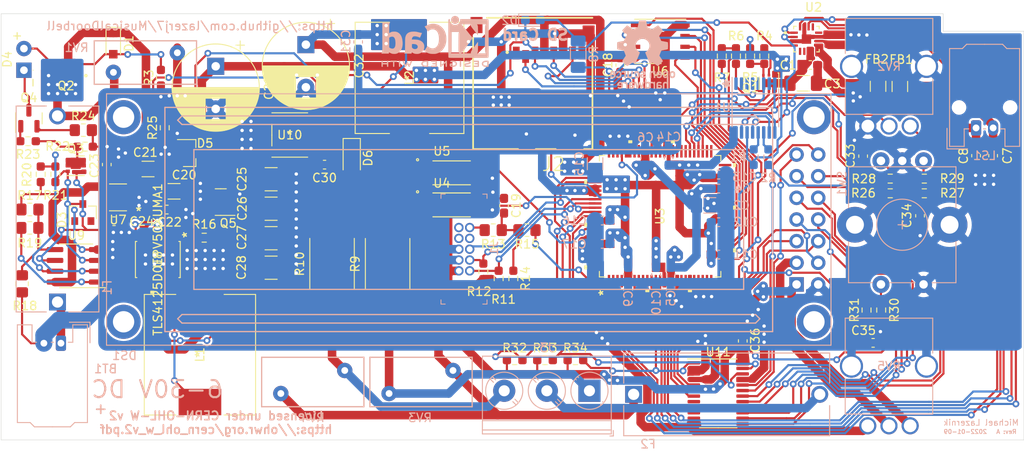
<source format=kicad_pcb>
(kicad_pcb (version 20211014) (generator pcbnew)
  (title_block (title "Musical Doorbell") (date "2022-01-09") (rev "A") (company "Michael Lazernik"))
  (layers (0 "F.Cu" signal) (31 "B.Cu" signal) (34 "B.Paste" user) (35 "F.Paste" user) (36 "B.SilkS" user "B.Silkscreen") (37 "F.SilkS" user "F.Silkscreen") (38 "B.Mask" user) (39 "F.Mask" user) (44 "Edge.Cuts" user))
  (net 0 "")
  (net 1 "GND")
  (net 2 "Net-(C1-Pad1)")
  (net 3 "Net-(C2-Pad1)")
  (net 4 "/VO+")
  (net 5 "/VO-")
  (net 6 "+3V3")
  (net 7 "Net-(C19-Pad2)")
  (net 8 "+BATT")
  (net 9 "+2V5")
  (net 10 "+5V")
  (net 11 "ENC_A")
  (net 12 "ENC_B")
  (net 13 "ENC_SW")
  (net 14 "Net-(D1-Pad2)")
  (net 15 "Net-(D2-Pad2)")
  (net 16 "Net-(D3-Pad1)")
  (net 17 "Net-(D4-Pad1)")
  (net 18 "Net-(D5-Pad1)")
  (net 19 "Net-(DS1-Pad7)")
  (net 20 "Net-(DS1-Pad5)")
  (net 21 "Net-(DS1-Pad13)")
  (net 22 "Net-(DS1-Pad3)")
  (net 23 "Net-(DS1-Pad9)")
  (net 24 "Net-(DS1-Pad1)")
  (net 25 "Net-(DS1-Pad11)")
  (net 26 "Net-(DS1-Pad14)")
  (net 27 "Net-(DS1-Pad12)")
  (net 28 "Net-(DS1-Pad10)")
  (net 29 "Net-(DS1-Pad8)")
  (net 30 "Net-(DS1-Pad6)")
  (net 31 "Net-(DS1-Pad4)")
  (net 32 "Net-(F1-Pad2)")
  (net 33 "Net-(F2-Pad2)")
  (net 34 "Net-(F2-Pad1)")
  (net 35 "Net-(FB1-Pad2)")
  (net 36 "Net-(FB2-Pad2)")
  (net 37 "SWDIO")
  (net 38 "SWCLK")
  (net 39 "SWO")
  (net 40 "Net-(J1-Pad10)")
  (net 41 "~{Card_Detect}")
  (net 42 "SD_MISO")
  (net 43 "SD_SCK")
  (net 44 "SD_MOSI")
  (net 45 "~{SD_SS}")
  (net 46 "Net-(J3-Pad3)")
  (net 47 "Net-(J3-Pad1)")
  (net 48 "Net-(L1-Pad2)")
  (net 49 "Net-(Q1-Pad3)")
  (net 50 "Net-(Q1-Pad5)")
  (net 51 "Net-(Q1-Pad2)")
  (net 52 "Net-(Q3-Pad1)")
  (net 53 "Net-(Q4-Pad2)")
  (net 54 "Net-(Q4-Pad1)")
  (net 55 "AMP_EN")
  (net 56 "Net-(R1-Pad2)")
  (net 57 "Net-(R2-Pad2)")
  (net 58 "AMP_PWR")
  (net 59 "Net-(R8-Pad1)")
  (net 60 "Net-(R9-Pad2)")
  (net 61 "Net-(R10-Pad2)")
  (net 62 "~{RST}")
  (net 63 "Net-(R17-Pad2)")
  (net 64 "Net-(R19-Pad1)")
  (net 65 "Net-(R20-Pad2)")
  (net 66 "ENC_PWR")
  (net 67 "Net-(R26-Pad1)")
  (net 68 "Net-(R27-Pad2)")
  (net 69 "Net-(R30-Pad2)")
  (net 70 "I2C_DAT")
  (net 71 "I2C_CLK")
  (net 72 "I2C_~{INT}")
  (net 73 "Net-(RV2-Pad1)")
  (net 74 "/PA17X")
  (net 75 "Net-(U1-Pad13)")
  (net 76 "GAIN_A")
  (net 77 "GAIN_B")
  (net 78 "GAIN_INH")
  (net 79 "I2S-SD")
  (net 80 "I2S-SCK")
  (net 81 "I2S-FS")
  (net 82 "Rear")
  (net 83 "Front")
  (net 84 "~{MEM_SS}")
  (net 85 "~{MEM_WP}")
  (net 86 "~{MEM_HOLD}")
  (net 87 "MEM_SCK")
  (net 88 "MEM_MOSI")
  (net 89 "MEM_MISO")
  (net 90 "/Power/VBAT")
  (net 91 "Net-(D6-Pad1)")
  (footprint "Capacitor_SMD:C_1206_3216Metric_Pad1.33x1.80mm_HandSolder" (layer "F.Cu") (at 132.11 108.15)
    (fp_text reference "C3")
    (fp_text value "10u" hide)
  )
  (footprint "Capacitor_SMD:C_0603_1608Metric_Pad1.08x0.95mm_HandSolder" (layer "F.Cu") (at 152.39 116.65 -90)
    (fp_text reference "C8")
    (fp_text value "220p" hide)
  )
  (footprint "Capacitor_SMD:C_0603_1608Metric_Pad1.08x0.95mm_HandSolder" (layer "F.Cu") (at 110.65 106.0075 -90)
    (fp_text reference "C18")
    (fp_text value "0u1" hide)
  )
  (footprint "Capacitor_SMD:C_0603_1608Metric_Pad1.08x0.95mm_HandSolder" (layer "F.Cu") (at 139.14 116.6975 -90)
    (fp_text reference "C33")
    (fp_text value "0u01" hide)
  )
  (footprint "Capacitor_SMD:C_0603_1608Metric_Pad1.08x0.95mm_HandSolder" (layer "F.Cu") (at 145.8175 123.7 -90)
    (fp_text reference "C34")
    (fp_text value "0u01" hide)
  )
  (footprint "Capacitor_SMD:C_0603_1608Metric_Pad1.08x0.95mm_HandSolder" (layer "F.Cu") (at 140.31 138.61)
    (fp_text reference "C35")
    (fp_text value "0u01" hide)
  )
  (footprint "Capacitor_SMD:C_0603_1608Metric_Pad1.08x0.95mm_HandSolder" (layer "F.Cu") (at 125.02 138.3825 90)
    (fp_text reference "C36")
    (fp_text value "0u1" hide)
  )
  (footprint "Diode_SMD:D_SMF" (layer "F.Cu") (at 79.14 116.91 -90)
    (fp_text reference "D6")
    (fp_text value "V3FM12-M3/H" hide)
  )
  (footprint "Connector:MEM2051-00-195-00-A" (layer "F.Cu") (at 100.38 108.27 180)
    (fp_text reference "J2")
    (fp_text value "MEM2051-00-195-00-A" hide)
  )
  (footprint "Inductor_SMD:SRP1265C-220M" (layer "F.Cu") (at 61.33 140 90)
    (fp_text reference "L1")
    (fp_text value "SRP1265C-220M" hide)
  )
  (footprint "Package_TO_SOT_SMD:Vishay_PowerPAK_SC70-6L_Dual" (layer "F.Cu") (at 128.09 108.14 -90)
    (fp_text reference "Q1")
    (fp_text value "SIA517DJ-T1-GE3" hide)
  )
  (footprint "Transistor_SMD:PMPB47XP" (layer "F.Cu") (at 46.76 117.83)
    (fp_text reference "Q3")
    (fp_text value "PMPB47XP")
  )
  (footprint "Package_TO_SOT_SMD:SOT-23" (layer "F.Cu") (at 41.26 112.26 90)
    (fp_text reference "Q4")
    (fp_text value "BC847" hide)
  )
  (footprint "Package_TO_SOT_SMD:SOT-23" (layer "F.Cu") (at 63.77 122.09 180)
    (fp_text reference "Q5")
    (fp_text value "BC847" hide)
  )
  (footprint "Resistor_SMD:35501K3FT" (layer "F.Cu") (at 83.35 129.35 90)
    (fp_text reference "R9")
    (fp_text value "1k3")
  )
  (footprint "Resistor_SMD:35501K3FT" (layer "F.Cu") (at 76.83 129.34 90)
    (fp_text reference "R10")
    (fp_text value "1k3")
  )
  (footprint "Resistor_SMD:R_0603_1608Metric_Pad0.98x0.95mm_HandSolder" (layer "F.Cu") (at 98.1 131.06 -90)
    (fp_text reference "R14")
    (fp_text value "100k" hide)
  )
  (footprint "Resistor_SMD:R_0603_1608Metric_Pad0.98x0.95mm_HandSolder" (layer "F.Cu") (at 61.83 126.27 180)
    (fp_text reference "R16")
    (fp_text value "1M" hide)
  )
  (footprint "Resistor_SMD:R_0603_1608Metric_Pad0.98x0.95mm_HandSolder" (layer "F.Cu") (at 41.16 114.95)
    (fp_text reference "R23")
    (fp_text value "2k2" hide)
  )
  (footprint "Resistor_SMD:R_0805_2012Metric_Pad1.20x1.40mm_HandSolder" (layer "F.Cu") (at 47.65 113.65)
    (fp_text reference "R24")
    (fp_text value "180R" hide)
  )
  (footprint "Resistor_SMD:R_0603_1608Metric_Pad0.98x0.95mm_HandSolder" (layer "F.Cu") (at 57.2 113.37 90)
    (fp_text reference "R25")
    (fp_text value "1M" hide)
  )
  (footprint "Resistor_SMD:R_0603_1608Metric_Pad0.98x0.95mm_HandSolder" (layer "F.Cu") (at 142.3175 121.06 180)
    (fp_text reference "R26")
    (fp_text value "10k" hide)
  )
  (footprint "Resistor_SMD:R_0603_1608Metric_Pad0.98x0.95mm_HandSolder" (layer "F.Cu") (at 146.3175 121.06)
    (fp_text reference "R27")
    (fp_text value "10k" hide)
  )
  (footprint "Resistor_SMD:R_0603_1608Metric_Pad0.98x0.95mm_HandSolder" (layer "F.Cu") (at 142.3175 119.34)
    (fp_text reference "R28")
    (fp_text value "10k" hide)
  )
  (footprint "Resistor_SMD:R_0603_1608Metric_Pad0.98x0.95mm_HandSolder" (layer "F.Cu") (at 146.3175 119.34)
    (fp_text reference "R29")
    (fp_text value "10k" hide)
  )
  (footprint "Resistor_SMD:R_0603_1608Metric_Pad0.98x0.95mm_HandSolder" (layer "F.Cu") (at 141.26 134.76 90)
    (fp_text reference "R30")
    (fp_text value "10k" hide)
  )
  (footprint "Resistor_SMD:R_0603_1608Metric_Pad0.98x0.95mm_HandSolder" (layer "F.Cu") (at 139.54 134.76 90)
    (fp_text reference "R31")
    (fp_text value "10k" hide)
  )
  (footprint "Resistor_SMD:R_0603_1608Metric_Pad0.98x0.95mm_HandSolder" (layer "F.Cu") (at 98.258 140.644)
    (fp_text reference "R32")
    (fp_text value "10k" hide)
  )
  (footprint "Resistor_SMD:R_0603_1608Metric_Pad0.98x0.95mm_HandSolder" (layer "F.Cu") (at 105.382 140.644)
    (fp_text reference "R34")
    (fp_text value "10k" hide)
  )
  (footprint "IC:MAX98357AETE_T" (layer "F.Cu") (at 132.49 102.97)
    (fp_text reference "U2")
    (fp_text value "MAX98357AETE+T")
  )
  (footprint "Package_SO:TSSOP-24_4.4x7.8mm_P0.65mm" (layer "F.Cu") (at 122.14 144.53)
    (fp_text reference "U11")
    (fp_text value "PI4IOE5V9535LEX" hide)
  )
  (footprint "Package_DFN_QFN:DFN-8-1EP_6x5mm_P1.27mm_EP2x2mm" (layer "F.Cu") (at 115.34 103.24 180)
    (fp_text reference "U6")
    (fp_text value "MR25H128A" hide)
  )
  (footprint "Resistor_SMD:R_0603_1608Metric_Pad0.98x0.95mm_HandSolder" (layer "F.Cu") (at 47.85 115.59)
    (fp_text reference "R22")
    (fp_text value "1M" hide)
  )
  (footprint "Resistor_SMD:R_0603_1608Metric_Pad0.98x0.95mm_HandSolder" (layer "F.Cu") (at 101.816 140.644)
    (fp_text reference "R33")
    (fp_text value "10k" hide)
  )
  (footprint "Capacitor_SMD:C_0603_1608Metric_Pad1.08x0.95mm_HandSolder" (layer "F.Cu") (at 51.25 124.34)
    (fp_text reference "C24")
    (fp_text value "1u" hide)
  )
  (footprint "LED_THT:LTL-307P" (layer "F.Cu") (at 40.68 106.62 90)
    (fp_text reference "D4")
    (fp_text value "LTL-307P" hide)
  )
  (footprint "Diode_SMD:D_SOD-323_HandSoldering" (layer "F.Cu") (at 51.16 103.49 -90)
    (fp_text reference "D1")
    (fp_text value "DDZ13BSF-7" hide)
  )
  (footprint "Resistor_SMD:R_0603_1608Metric_Pad0.98x0.95mm_HandSolder" (layer "F.Cu") (at 56.75 107.5 -90)
    (fp_text reference "R3")
    (fp_text value "100k" hide)
  )
  (footprint "Capacitor_SMD:C_1206_3216Metric_Pad1.33x1.80mm_HandSolder" (layer "F.Cu") (at 55.24 118.21)
    (fp_text reference "C21")
    (fp_text value "4u7" hide)
  )
  (footprint "Capacitor_SMD:C_0603_1608Metric_Pad1.08x0.95mm_HandSolder" (layer "F.Cu") (at 50.4 117.69 90)
    (fp_text reference "C23")
    (fp_text value "0u1" hide)
  )
  (footprint "Resistor_SMD:R_0805_2012Metric_Pad1.20x1.40mm_HandSolder" (layer "F.Cu") (at 41.38 122.96)
    (fp_text reference "R17")
    (fp_text value "1.8M" hide)
  )
  (footprint "Resistor_SMD:R_0603_1608Metric_Pad0.98x0.95mm_HandSolder" (layer "F.Cu") (at 44.37 118.83 90)
    (fp_text reference "R21")
    (fp_text value "2k2" hide)
  )
  (footprint "Resistor_SMD:R_0603_1608Metric_Pad0.98x0.95mm_HandSolder" (layer "F.Cu") (at 42.65 118.83 90)
    (fp_text reference "R20")
    (fp_text value "1M" hide)
  )
  (footprint "Diode_SMD:D_SOT-23_ANK" (layer "F.Cu") (at 47.59 123.32 90)
    (fp_text reference "D3")
    (fp_text value "BZX84-C8V2,235" hide)
  )
  (footprint "Package_SO:SOIC-8_3.9x4.9mm_P1.27mm" (layer "F.Cu") (at 46.8 129.57 180)
    (fp_text reference "U9")
    (fp_text value "LM2903DR2G" hide)
  )
  (footprint "Resistor_SMD:R_0805_2012Metric_Pad1.20x1.40mm_HandSolder" (layer "F.Cu") (at 40.46 131.68 -90)
    (fp_text reference "R18")
    (fp_text value "1.3M" hide)
  )
  (footprint "Resistor_SMD:R_0805_2012Metric_Pad1.20x1.40mm_HandSolder" (layer "F.Cu") (at 41.37 125.12)
    (fp_text reference "R19")
    (fp_text value "10M" hide)
  )
  (footprint "IC:LT6654BHS6-2.5-TRMPBF" (layer "F.Cu") (at 51.72 121.54 180)
    (fp_text reference "U7")
    (fp_text value "LT6654BHS6-2.5-TRMPBF" hide)
  )
  (footprint "Capacitor_SMD:C_1206_3216Metric_Pad1.33x1.80mm_HandSolder" (layer "F.Cu") (at 58.29 120.83)
    (fp_text reference "C20")
    (fp_text value "10u" hide)
  )
  (footprint "Capacitor_SMD:C_0603_1608Metric_Pad1.08x0.95mm_HandSolder" (layer "F.Cu") (at 57.46 122.97)
    (fp_text reference "C22")
    (fp_text value "0u1" hide)
  )
  (footprint "Transistor_SMD:DMP4047LFDE-7" (layer "F.Cu") (at 46.25 106.555 180)
    (fp_text reference "Q2")
    (fp_text value "DMP4047LFDE-7" hide)
  )
  (footprint "IC:TLS4125D0EPV50XUMA1" (layer "F.Cu") (at 56.39 128.83 -90)
    (fp_text reference "U8")
    (fp_text value "TLS4125D0EPV50XUMA1")
  )
  (footprint "Capacitor_SMD:C_1210_3225Metric_Pad1.33x2.70mm_HandSolder" (layer "F.Cu") (at 69.68 129.79)
    (fp_text reference "C28")
    (fp_text value "22u" hide)
  )
  (footprint "Capacitor_SMD:C_1210_3225Metric_Pad1.33x2.70mm_HandSolder" (layer "F.Cu") (at 69.68 126.33)
    (fp_text reference "C27")
    (fp_text value "22u" hide)
  )
  (footprint "Capacitor_SMD:C_1210_3225Metric_Pad1.33x2.70mm_HandSolder" (layer "F.Cu") (at 69.68 119.41)
    (fp_text reference "C25")
    (fp_text value "22u" hide)
  )
  (footprint "Capacitor_SMD:C_1210_3225Metric_Pad1.33x2.70mm_HandSolder" (layer "F.Cu") (at 69.68 122.87)
    (fp_text reference "C26")
    (fp_text value "22u" hide)
  )
  (footprint "IC:AP1509-33SG-13" (layer "F.Cu") (at 71.87 114.22 180)
    (fp_text reference "U10")
    (fp_text value "AP1509-33SG-13" hide)
  )
  (footprint "Inductor_SMD:L_1206_3216Metric_Pad1.42x1.75mm_HandSolder" (layer "F.Cu") (at 143.45 108.53 90)
    (fp_text reference "FB1")
    (fp_text value "MFBM1V3216-102-R" hide)
  )
  (footprint "Inductor_SMD:L_1206_3216Metric_Pad1.42x1.75mm_HandSolder" (layer "F.Cu") (at 140.89 108.51 90)
    (fp_text reference "FB2")
    (fp_text value "MFBM1V3216-102-R" hide)
  )
  (footprint "Capacitor_THT:EEH-AZK1E471B" (layer "F.Cu") (at 73.76 103.62 -90)
    (fp_text reference "C32")
    (fp_text value "470u")
  )
  (footprint "Inductor_SMD:CLF12577NIT-470M-D" (layer "F.Cu") (at 85.92 107.52 -90)
    (fp_text reference "L2")
    (fp_text value "CLF12577NIT-470M-D" hide)
  )
  (footprint "IC:VOS627A-X001T" (layer "F.Cu") (at 90.86 118.66)
    (fp_text reference "U5")
    (fp_text value "VOS627A-X001T" hide)
  )
  (footprint "IC:VOS627A-X001T" (layer "F.Cu") (at 90.86 122.42)
    (fp_text reference "U4")
    (fp_text value "VOS627A-X001T")
  )
  (footprint "Capacitor_SMD:C_0603_1608Metric_Pad1.08x0.95mm_HandSolder" (layer "F.Cu") (at 132.94 106.01)
    (fp_text reference "C1")
    (fp_text value "0u1" hide)
  )
  (footprint "Resistor_SMD:R_0603_1608Metric_Pad0.98x0.95mm_HandSolder" (layer "F.Cu") (at 122.56 104.96 -90)
    (fp_text reference "R7")
    (fp_text value "1M" hide)
  )
  (footprint "Resistor_SMD:R_0603_1608Metric_Pad0.98x0.95mm_HandSolder" (layer "F.Cu") (at 127.54 104.96 90)
    (fp_text reference "R4")
    (fp_text value "10k" hide)
  )
  (footprint "Resistor_SMD:R_0603_1608Metric_Pad0.98x0.95mm_HandSolder" (layer "F.Cu") (at 124.22 104.96 -90)
    (fp_text reference "R6")
    (fp_text value "10k" hide)
  )
  (footprint "Resistor_SMD:R_0603_1608Metric_Pad0.98x0.95mm_HandSolder" (layer "F.Cu") (at 125.88 104.96 -90)
    (fp_text reference "R5")
    (fp_text value "1M" hide)
  )
  (footprint "Capacitor_SMD:C_0603_1608Metric_Pad1.08x0.95mm_HandSolder" (layer "F.Cu") (at 154.39 116.65 -90)
    (fp_text reference "C7")
    (fp_text value "220p" hide)
  )
  (footprint "Diode_SMD:D_SOT-23_ANK" (layer "F.Cu") (at 60.09 116.34)
    (fp_text reference "D5")
    (fp_text value "BZX84-C8V2,235" hide)
  )
  (footprint "Capacitor_THT:EEH-AZK1E471B" (layer "F.Cu") (at 63.18 106.16 -90)
    (fp_text reference "C29")
    (fp_text value "470u")
  )
  (footprint "Capacitor_SMD:C_0603_1608Metric_Pad1.08x0.95mm_HandSolder" (layer "F.Cu") (at 75.95 117.7)
    (fp_text reference "C30")
    (fp_text value "0u1" hide)
  )
  (footprint "Resistor_SMD:R_0603_1608Metric_Pad0.98x0.95mm_HandSolder" (layer "F.Cu") (at 94.58 130.22 -90)
    (fp_text reference "R12")
    (fp_text value "100k" hide)
  )
  (footprint "Resistor_SMD:R_0805_2012Metric_Pad1.20x1.40mm_HandSolder" (layer "F.Cu") (at 99.7 125.38 180)
    (fp_text reference "R15")
    (fp_text value "39R" hide)
  )
  (footprint "Resistor_SMD:R_0603_1608Metric_Pad0.98x0.95mm_HandSolder" (layer "F.Cu") (at 96.38 131.06 -90)
    (fp_text reference "R11")
    (fp_text value "100k" hide)
  )
  (footprint "Resistor_SMD:R_0805_2012Metric_Pad1.20x1.40mm_HandSolder" (layer "F.Cu") (at 95.74 125.38 180)
    (fp_text reference "R13")
    (fp_text value "39R" hide)
  )
  (footprint "IC:ATSAMG53N19B-AU" (layer "F.Cu") (at 115.32 123.75 90)
    (fp_text reference "U3")
    (fp_text value "ATSAMG53N19B-AU" hide)
  )
  (footprint "Capacitor_SMD:C_0603_1608Metric_Pad1.08x0.95mm_HandSolder" (layer "F.Cu") (at 97.01 122.52 -90)
    (fp_text reference "C19")
    (fp_text value "0u1" hide)
  )
  (footprint "Capacitor_SMD:C_0603_1608Metric_Pad1.08x0.95mm_HandSolder" (layer "B.Cu") (at 116.57 130.61 -90)
    (fp_text reference "C5")
    (fp_text value "0u1" hide)
  )
  (footprint "Capacitor_SMD:C_0603_1608Metric_Pad1.08x0.95mm_HandSolder" (layer "B.Cu") (at 79.89 103.3 -90)
    (fp_text reference "C31")
    (fp_text value "0u1" hide)
  )
  (footprint "LED_SMD:LED_0603_1608Metric_Pad1.05x0.95mm_HandSolder" (layer "B.Cu") (at 100.38 100.73)
    (fp_text reference "D2")
    (fp_text value "19-213SYGW/S5888/TR8" hide)
  )
  (footprint "Connector:TerminalBlock_Phoenix_PT-1,5-3-5.0-H_1x03_P5.00mm_Horizontal" (layer "B.Cu") (at 107.03 144.23 180)
    (fp_text reference "J3")
    (fp_text value "1935174" hide)
  )
  (footprint "Resistor_SMD:R_0603_1608Metric_Pad0.98x0.95mm_HandSolder" (layer "B.Cu") (at 126.3 116.82 90)
    (fp_text reference "R1")
    (fp_text value "100k" hide)
  )
  (footprint "Resistor_SMD:R_0603_1608Metric_Pad0.98x0.95mm_HandSolder" (layer "B.Cu") (at 128.02 116.82 90)
    (fp_text reference "R2")
    (fp_text value "100k" hide)
  )
  (footprint "Varistor:RV_Disc_D12mm_W5.1mm_P7.5mm" (layer "B.Cu") (at 51.18 106.87)
    (fp_text reference "RV1")
    (fp_text value "V10E25P" hide)
  )
  (footprint "Potentiometer:PTV09A-4015U-B103" (layer "B.Cu") (at 144.66 148.338 180)
    (fp_text reference "RV5")
    (fp_text value "PTV09A-4015U-B103" hide)
  )
  (footprint "Package_SO:TSSOP-16_4.4x5mm_P0.65mm" (layer "B.Cu") (at 126.5 111.06 -90)
    (fp_text reference "U1")
    (fp_text value "CD4052BPWRG3" hide)
  )
  (footprint "Connector_Molex:Molex_MicroClasp_55935-0210_1x02_P2.00mm_Horizontal" (layer "B.Cu") (at 45.02 138.65 180)
    (fp_text reference "BT1")
    (fp_text value "6xAA" hide)
  )
  (footprint "Fuse:FUSE_4527" (layer "B.Cu") (at 44.62 122.9 90)
    (fp_text reference "F1")
    (fp_text value "FUSE_4527" hide)
  )
  (footprint "Fuse:FUSE_4527" (layer "B.Cu") (at 123.13 144.65)
    (fp_text reference "F2")
    (fp_text value "FUSE_4527")
  )
  (footprint "Connector_Molex:Molex_MicroClasp_55935-0210_1x02_P2.00mm_Horizontal" (layer "B.Cu") (at 152.39 113.39)
    (fp_text reference "LS1")
    (fp_text value "Speaker" hide)
  )
  (footprint "Display:C162BLBSBSW6WN33PAB" (layer "B.Cu") (at 92.51 123.915 180)
    (fp_text reference "DS1")
    (fp_text value "C162BLBSBSW6WN33PAB" hide)
  )
  (footprint "Potentiometer:PTV09A-4015U-B103" (layer "B.Cu") (at 144.67 113.17 180)
    (fp_text reference "RV2")
    (fp_text value "PTV09A-4015U-B103" hide)
  )
  (footprint "Varistor:RV_Disc_D12mm_W5.8mm_P7.5mm" (layer "B.Cu") (at 83.52 144.55)
    (fp_text reference "RV3")
    (fp_text value "V10E35P" hide)
  )
  (footprint "Encoder:PEC12R-4115F-S0012" (layer "B.Cu") (at 143.73 124.75)
    (fp_text reference "SW1")
    (fp_text value "PEC12R-4115F-S0012")
  )
  (footprint "Varistor:RV_Disc_D12mm_W5.8mm_P7.5mm" (layer "B.Cu") (at 70.82 144.55)
    (fp_text reference "RV4")
    (fp_text value "V10E35P" hide)
  )
  (footprint "Capacitor_SMD:C_0603_1608Metric_Pad1.08x0.95mm_HandSolder" (layer "B.Cu") (at 122.18 118.87 180)
    (fp_text reference "C13")
    (fp_text value "0u1" hide)
  )
  (footprint "Capacitor_SMD:C_0603_1608Metric_Pad1.08x0.95mm_HandSolder" (layer "B.Cu") (at 113.57 116.89 90)
    (fp_text reference "C6")
    (fp_text value "0u1" hide)
  )
  (footprint "Capacitor_SMD:C_0603_1608Metric_Pad1.08x0.95mm_HandSolder" (layer "B.Cu") (at 108.5625 124.26)
    (fp_text reference "C16")
    (fp_text value "0u1" hide)
  )
  (footprint "Capacitor_SMD:C_0603_1608Metric_Pad1.08x0.95mm_HandSolder" (layer "B.Cu") (at 122.18 124.45 180)
    (fp_text reference "C12")
    (fp_text value "0u1" hide)
  )
  (footprint "Capacitor_SMD:C_0603_1608Metric_Pad1.08x0.95mm_HandSolder" (layer "B.Cu") (at 111.565 130.61 90)
    (fp_text reference "C9")
    (fp_text value "0u1" hide)
  )
  (footprint "Capacitor_SMD:C_1206_3216Metric_Pad1.33x1.80mm_HandSolder" (layer "B.Cu") (at 121.15 122.48)
    (fp_text reference "C2")
    (fp_text value "4u7" hide)
  )
  (footprint "Capacitor_SMD:C_0603_1608Metric_Pad1.08x0.95mm_HandSolder" (layer "B.Cu") (at 114.85 130.61 90)
    (fp_text reference "C10")
    (fp_text value "0u1" hide)
  )
  (footprint "Capacitor_SMD:C_0603_1608Metric_Pad1.08x0.95mm_HandSolder" (layer "B.Cu") (at 122.18 120.51)
    (fp_text reference "C4")
    (fp_text value "0u1" hide)
  )
  (footprint "Connector:3220-10-0100-00" (layer "B.Cu") (at 91.71 130.16 90)
    (fp_text reference "J1")
    (fp_text value "Conn_02x05_Odd_Even")
  )
  (footprint "Capacitor_SMD:C_0603_1608Metric_Pad1.08x0.95mm_HandSolder" (layer "B.Cu") (at 116.320001 116.89 -90)
    (fp_text reference "C14")
    (fp_text value "0u1" hide)
  )
  (footprint "Capacitor_SMD:C_0603_1608Metric_Pad1.08x0.95mm_HandSolder" (layer "B.Cu") (at 122.18 128.250001 180)
    (fp_text reference "C11")
    (fp_text value "0u1" hide)
  )
  (footprint "Capacitor_SMD:C_0603_1608Metric_Pad1.08x0.95mm_HandSolder" (layer "B.Cu") (at 108.5625 127)
    (fp_text reference "C17")
    (fp_text value "0u1" hide)
  )
  (footprint "Capacitor_SMD:C_1206_3216Metric_Pad1.33x1.80mm_HandSolder" (layer "B.Cu") (at 107.69 117.59 -90)
    (fp_text reference "C15")
    (fp_text value "4u7" hide)
  )
  (footprint "Resistor_SMD:R_1206_3216Metric_Pad1.30x1.75mm_HandSolder" (layer "B.Cu") (at 105.71 104.74 90)
    (fp_text reference "R8")
    (fp_text value "1k" hide)
  )
  (footprint "Symbol:OSHW-Logo_7.5x8mm_SilkScreen" (layer "B.Cu") (at 113.27 104.79 180)
    (fp_text reference "OSHW_Logo" hide)
    (fp_text value "OSHW-Logo_7.5x8mm_SilkScreen" hide)
  )
  (footprint "Symbol:KiCad-Logo2_5mm_SilkScreen" (layer "B.Cu") (at 88.92 103.23 180)
    (fp_text reference "KiCad_Logo" hide)
    (fp_text value "KiCad-Logo2_5mm_SilkScreen" hide)
  )
  (gr_line (start 148.53 100) (end 38 100) (layer "Edge.Cuts") (width 0.05))
  (gr_line (start 158 102.04) (end 158 150) (layer "Edge.Cuts") (width 0.05))
  (gr_line (start 148.53 102.04) (end 148.53 100) (layer "Edge.Cuts") (width 0.05))
  (gr_line (start 38 150) (end 38 100) (layer "Edge.Cuts") (width 0.05))
  (gr_line (start 38 150) (end 158 150) (layer "Edge.Cuts") (width 0.05))
  (gr_line (start 158 102.04) (end 148.53 102.04) (layer "Edge.Cuts") (width 0.05))
  (gr_text "https://github.com/lazerj7/MusicalDoorbell" (at 60.17 101.43) (layer "B.SilkS") (effects (font (size 1 1)) (justify mirror)))
  (gr_text "Licensed under CERN-OHL-W v2\nhttps://ohwr.org/cern_ohl_w_v2.pdf" (at 63.23 147.97) (layer "B.SilkS") (effects (font (size 1 1) (thickness 0.2)) (justify mirror)))
  (gr_text "SD Card" (at 100.66 102.47) (layer "B.SilkS") (effects (font (size 1.25 1.25) (thickness 0.3)) (justify mirror)))
  (gr_text "Rev: ${REVISION}" (at 155.95 149.03) (layer "B.SilkS") (effects (font (size 0.5 0.5) (thickness 0.1)) (justify mirror)))
  (gr_text "${COMPANY}" (at 152.98 147.96) (layer "B.SilkS") (effects (font (size 0.7 0.7) (thickness 0.1)) (justify mirror)))
  (gr_text "${ISSUE_DATE}" (at 151.13 149.03) (layer "B.SilkS") (effects (font (size 0.5 0.5) (thickness 0.1)) (justify mirror)))
  (segment (start 57.69 131.4716) (end 57.69 130.13) (width 0.25) (layer "F.Cu") (net 1))
  (segment (start 57.69 130.13) (end 56.39 128.83) (width 0.25) (layer "F.Cu") (net 1))
  (segment (start 56.39 126.1884) (end 56.39 128.83) (width 0.25) (layer "F.Cu") (net 1))
  (segment (start 119.5 133.18) (end 120.43 133.18) (width 1) (layer "F.Cu") (net 1))
  (segment (start 120 138.69) (end 119.745 138.435) (width 1) (layer "F.Cu") (net 1))
  (segment (start 107.167001 102.557001) (end 107.167001 109.602999) (width 1) (layer "F.Cu") (net 1))
  (segment (start 104.39 120.74) (end 105.33 120.74) (width 1) (layer "F.Cu") (net 1))
  (segment (start 128.394019 111.645981) (end 128.74 111.3) (width 0.25) (layer "F.Cu") (net 1))
  (segment (start 141.1725 138.61) (end 141.1725 137.2925) (width 0.25) (layer "F.Cu") (net 1))
  (segment (start 60.02 122.97) (end 60.49 123.44) (width 1) (layer "F.Cu") (net 1))
  (segment (start 121.05 121.66) (end 121.64 122.25) (width 1) (layer "F.Cu") (net 1))
  (segment (start 113.105196 146.973251) (end 113.826511 146.251936) (width 1) (layer "F.Cu") (net 1))
  (segment (start 138.34 109.29) (end 138.79 109.74) (width 1) (layer "F.Cu") (net 1))
  (segment (start 51.78 115.87) (end 52.11 115.87) (width 1) (layer "F.Cu") (net 1))
  (segment (start 76.8125 117.7) (end 76.8125 118.175) (width 1) (layer "F.Cu") (net 1))
  (segment (start 118.24 101.335) (end 117.245 101.335) (width 1) (layer "F.Cu") (net 1))
  (segment (start 119.080001 132.780001) (end 119.072009 132.772009) (width 1) (layer "F.Cu") (net 1))
  (segment (start 53.03445 121.54) (end 54.19 121.54) (width 1) (layer "F.Cu") (net 1))
  (segment (start 113.036941 146.973251) (end 113.105196 146.973251) (width 1) (layer "F.Cu") (net 1))
  (segment (start 115.865 109.29) (end 115.865 109.545) (width 1) (layer "F.Cu") (net 1))
  (segment (start 93.945 123.055) (end 95.595 123.055) (width 0.25) (layer "F.Cu") (net 1))
  (segment (start 119.327594 148.93152) (end 118.889287 148.493213) (width 1) (layer "F.Cu") (net 1))
  (segment (start 120.64 138.69) (end 120 138.69) (width 1) (layer "F.Cu") (net 1))
  (segment (start 95.76 109.77) (end 95.75 109.78) (width 1) (layer "F.Cu") (net 1))
  (segment (start 54.179999 122.490001) (end 54.18 122.49) (width 1) (layer "F.Cu") (net 1))
  (segment (start 95.595 123.055) (end 95.64 123.01) (width 0.25) (layer "F.Cu") (net 1))
  (segment (start 114.81 109.56) (end 115.33 110.08) (width 1) (layer "F.Cu") (net 1))
  (segment (start 51.78 116.82) (end 52.1 116.82) (width 1) (layer "F.Cu") (net 1))
  (segment (start 122.56 107.26) (end 122.55 107.27) (width 0.25) (layer "F.Cu") (net 1))
  (segment (start 49.275 127.665) (end 51.095 127.665) (width 1) (layer "F.Cu") (net 1))
  (segment (start 97.61 110.71) (end 96.69 110.71) (width 1) (layer "F.Cu") (net 1))
  (segment (start 56.8025 118.21) (end 56.8025 116.4925) (width 1) (layer "F.Cu") (net 1))
  (segment (start 95.635 119.295) (end 95.64 119.29) (width 0.25) (layer "F.Cu") (net 1))
  (segment (start 54.51 122.49) (end 54.98 122.02) (width 1) (layer "F.Cu") (net 1))
  (segment (start 92.84 102.26) (end 93.78 101.32) (width 1) (layer "F.Cu") (net 1))
  (segment (start 105.33 115.47) (end 105.33 114.24) (width 1) (layer "F.Cu") (net 1))
  (segment (start 116.48 133.07) (end 116.865326 133.07) (width 1) (layer "F.Cu") (net 1))
  (segment (start 76.59 120.91) (end 79.14 118.36) (width 1) (layer "F.Cu") (net 1))
  (segment (start 96.68 103.28) (end 96.68 109.77) (width 1) (layer "F.Cu") (net 1))
  (segment (start 54.18 122.49) (end 54.51 122.49) (width 1) (layer "F.Cu") (net 1))
  (segment (start 56.75 108.4125) (end 56.75 109.73) (width 0.25) (layer "F.Cu") (net 1))
  (segment (start 53.03445 122.490001) (end 54.179999 122.490001) (width 1) (layer "F.Cu") (net 1))
  (segment (start 73.029999 119.199999) (end 72.63 118.8) (width 1) (layer "F.Cu") (net 1))
  (segment (start 56.78 116.47) (end 57.72 116.47) (width 1) (layer "F.Cu") (net 1))
  (segment (start 120.64201 141.35614) (end 120.64201 138.69201) (width 1) (layer "F.Cu") (net 1))
  (segment (start 40.46 137.6) (end 41.51 138.65) (width 0.25) (layer "F.Cu") (net 1))
  (segment (start 58.67 109.62) (end 59.6 109.62) (width 1) (layer "F.Cu") (net 1))
  (segment (start 107.7 120.750001) (end 106.390001 120.750001) (width 1) (layer "F.Cu") (net 1))
  (segment (start 118.889287 148.493213) (end 113.570981 148.493213) (width 1) (layer "F.Cu") (net 1))
  (segment (start 97.01 121.6575) (end 96.4275 121.6575) (width 0.25) (layer "F.Cu") (net 1))
  (segment (start 107.7 120.750001) (end 107.7 120.983298) (width 1) (layer "F.Cu") (net 1))
  (segment (start 110.5 114.36) (end 109.47 114.36) (width 1) (layer "F.Cu") (net 1))
  (segment (start 108.515 138.055) (end 107.85 137.39) (width 1) (layer "F.Cu") (net 1))
  (segment (start 58.67 109.62) (end 57.73 109.62) (width 1) (layer "F.Cu") (net 1))
  (segment (start 126.17157 135.36157) (end 126.83157 134.70157) (width 1) (layer "F.Cu") (net 1))
  (segment (start 136.367634 109.29) (end 137.98 109.29) (width 1) (layer "F.Cu") (net 1))
  (segment (start 57.72 116.47) (end 57.72 116.14) (width 1) (layer "F.Cu") (net 1))
  (segment (start 54.5 121.54) (end 54.98 122.02) (width 1) (layer "F.Cu") (net 1))
  (segment (start 120.89 122.8) (end 122.889999 122.8) (width 1) (layer "F.Cu") (net 1))
  (segment (start 95.75 110.71) (end 96.67 110.71) (width 1) (layer "F.Cu") (net 1))
  (segment (start 139.57 102.48) (end 139.58 102.49) (width 1) (layer "F.Cu") (net 1))
  (segment (start 138.62 102.46) (end 138.64 102.48) (width 1) (layer "F.Cu") (net 1))
  (segment (start 122.56 105.8725) (end 122.56 107.26) (width 0.25) (layer "F.Cu") (net 1))
  (segment (start 40.46 132.68) (end 40.46 137.6) (width 0.25) (layer "F.Cu") (net 1))
  (segment (start 116.865326 133.07) (end 117.06848 132.866846) (width 1) (layer "F.Cu") (net 1))
  (segment (start 103.51 102.32) (end 102.93 102.32) (width 1) (layer "F.Cu") (net 1))
  (segment (start 111.53 114.36) (end 110.5 114.36) (width 1) (layer "F.Cu") (net 1))
  (segment (start 59.69 123.89) (end 59.68 123.9) (width 1) (layer "F.Cu") (net 1))
  (segment (start 145.8175 124.5625) (end 145.8175 126.0175) (width 0.25) (layer "F.Cu") (net 1))
  (segment (start 52.1125 124.34) (end 52.1125 125.6475) (width 1) (layer "F.Cu") (net 1))
  (segment (start 128.74 111.3) (end 129.505001 110.534999) (width 0.25) (layer "F.Cu") (net 1))
  (segment (start 125.28 112.67499) (end 126.309009 111.645981) (width 0.25) (layer "F.Cu") (net 1))
  (segment (start 58.68 109.61) (end 58.67 109.62) (width 1) (layer "F.Cu") (net 1))
  (segment (start 127.52044 141.545987) (end 127.52044 138.53) (width 1) (layer "F.Cu") (net 1))
  (segment (start 53.03445 121.54) (end 53.03445 122.490001) (width 1) (layer "F.Cu") (net 1))
  (segment (start 133.925 102.72) (end 132.74 102.72) (width 0.25) (layer "F.Cu") (net 1))
  (segment (start 51.1 127.66) (end 51.1 126.73) (width 1) (layer "F.Cu") (net 1))
  (segment (start 107.7 120.55) (end 107.7 120.516701) (width 1) (layer "F.Cu") (net 1))
  (segment (start 51.095 127.665) (end 51.1 127.66) (width 1) (layer "F.Cu") (net 1))
  (segment (start 96.4275 121.6575) (end 95.7 120.93) (width 0.25) (layer "F.Cu") (net 1))
  (segment (start 133.6725 108.15) (end 135.227634 108.15) (width 1) (layer "F.Cu") (net 1))
  (segment (start 59.69 122.97) (end 59.69 123.89) (width 1) (layer "F.Cu") (net 1))
  (segment (start 59.09 115.39) (end 59.09 114.45) (width 0.25) (layer "F.Cu") (net 1))
  (segment (start 106.390001 120.750001) (end 106.38 120.74) (width 1) (layer "F.Cu") (net 1))
  (segment (start 110.65 106.87) (end 110.35 107.17) (width 1) (layer "F.Cu") (net 1))
  (segment (start 96.68 109.77) (end 96.68 110.7) (width 1) (layer "F.Cu") (net 1))
  (segment (start 145.8175 126.0175) (end 145.83 126.03) (width 0.25) (layer "F.Cu") (net 1))
  (segment (start 54.19 121.54) (end 54.5 121.54) (width 1) (layer "F.Cu") (net 1))
  (segment (start 65.99 121.14) (end 66 121.15) (width 0.25) (layer "F.Cu") (net 1))
  (segment (start 59.69 122.97) (end 60.02 122.97) (width 1) (layer "F.Cu") (net 1))
  (segment (start 56.78 116.14) (end 57.25 115.67) (width 1) (layer "F.Cu") (net 1))
  (segment (start 93.945 119.295) (end 95.635 119.295) (width 0.25) (layer "F.Cu") (net 1))
  (segment (start 126.309009 111.645981) (end 128.394019 111.645981) (width 0.25) (layer "F.Cu") (net 1))
  (segment (start 52.11 125.65) (end 51.17 125.65) (width 1) (layer "F.Cu") (net 1))
  (segment (start 48.7625 115.59) (end 50.43 115.59) (width 0.25) (layer "F.Cu") (net 1))
  (segment (start 133.8025 106.01) (end 133.8025 108.02) (width 1) (layer "F.Cu") (net 1))
  (segment (start 64.77 121.14) (end 65.99 121.14) (width 0.25) (layer "F.Cu") (net 1))
  (segment (start 52.1 116.82) (end 52.58 116.34) (width 1) (layer "F.Cu") (net 1))
  (segment (start 103.94 104.41) (end 103.94 102.75) (width 1) (layer "F.Cu") (net 1))
  (segment (start 129.505001 110.534999) (end 130.844 110.534999) (width 0.25) (layer "F.Cu") (net 1))
  (segment (start 125.55 136.06) (end 125.55 135.98314) (width 1) (layer "F.Cu") (net 1))
  (segment (start 61.38 120.83) (end 61.38 121.76) (width 1) (layer "F.Cu") (net 1))
  (segment (start 47.51 127.67) (end 49.27 127.67) (width 0.25) (layer "F.Cu") (net 1))
  (segment (start 109.47 114.36) (end 109.46 114.37) (width 1) (layer "F.Cu") (net 1))
  (segment (start 120.64 138.69) (end 120.64 137.76) (width 1) (layer "F.Cu") (net 1))
  (segment (start 56.78 116.47) (end 56.78 116.14) (width 1) (layer "F.Cu") (net 1))
  (segment (start 113.826511 146.251936) (end 113.826511 143.366511) (width 1) (layer "F.Cu") (net 1))
  (segment (start 139.115 115.835) (end 138.12 114.84) (width 0.25) (layer "F.Cu") (net 1))
  (segment (start 117.07 133.66) (end 116.48 133.07) (width 1) (layer "F.Cu") (net 1))
  (segment (start 58.3225 122.97) (end 59.69 122.97) (width 1) (layer "F.Cu") (net 1))
  (segment (start 111.53 114.36) (end 111.53 114.95) (width 1) (layer "F.Cu") (net 1))
  (segment (start 117.319999 131.37) (end 117.319999 132.230001) (width 0.25) (layer "F.Cu") (net 1))
  (segment (start 120.93 121.66) (end 122.850001 121.66) (width 1) (layer "F.Cu") (net 1))
  (segment (start 96.68 109.77) (end 97.6 109.77) (width 1) (layer "F.Cu") (net 1))
  (segment (start 117.245 101.335) (end 115.34 103.24) (width 1) (layer "F.Cu") (net 1))
  (segment (start 53.03 125.65) (end 53.04 125.66) (width 1) (layer "F.Cu") (net 1))
  (segment (start 122.850001 121.66) (end 122.94 121.749999) (width 1) (layer "F.Cu") (net 1))
  (segment (start 137.99 110.22) (end 138.31 110.22) (width 1) (layer "F.Cu") (net 1))
  (segment (start 132.24 102.72) (end 132.49 102.97) (width 0.25) (layer "F.Cu") (net 1))
  (segment (start 96.68 109.77) (end 95.76 109.77) (width 1) (layer "F.Cu") (net 1))
  (segment (start 107.7 120.750001) (end 107.7 120.55) (width 1) (layer "F.Cu") (net 1))
  (segment (start 106.93 102.32) (end 103.51 102.32) (width 1) (layer "F.Cu") (net 1))
  (segment (start 118.820001 131.37) (end 118.820001 132.500001) (width 0.25) (layer "F.Cu") (net 1))
  (segment (start 119.5 133.18) (end 119.100001 132.780001) (width 1) (layer "F.Cu") (net 1))
  (segment (start 125.55 135.98314) (end 126.17157 135.36157) (width 1) (layer "F.Cu") (net 1))
  (segment (start 125.02 137.52) (end 125.02 136.59) (width 1) (layer "F.Cu") (net 1))
  (segment (start 120.93 121.66) (end 120.93 122.76) (width 1) (layer "F.Cu") (net 1))
  (segment (start 139.14 115.835) (end 139.115 115.835) (width 0.25) (layer "F.Cu") (net 1))
  (segment (start 120.93 122.76) (end 120.89 122.8) (width 1) (layer "F.Cu") (net 1))
  (segment (start 120.93 121.66) (end 121.05 121.66) (width 1) (layer "F.Cu") (net 1))
  (segment (start 96.67 110.71) (end 96.68 110.7) (width 1) (layer "F.Cu") (net 1))
  (segment (start 50.43 115.59) (end 50.44 115.58) (width 0.25) (layer "F.Cu") (net 1))
  (segment (start 120.64201 138.69201) (end 120.64 138.69) (width 1) (layer "F.Cu") (net 1))
  (segment (start 117.2 133.72) (end 117.83 134.35) (width 1) (layer "F.Cu") (net 1))
  (segment (start 139.08808 148.93152) (end 119.327594 148.93152) (width 1) (layer "F.Cu") (net 1))
  (segment (start 120.42 137.76) (end 119.745 138.435) (width 1) (layer "F.Cu") (net 1))
  (segment (start 105.33 120.74) (end 106.38 120.74) (width 1) (layer "F.Cu") (net 1))
  (segment (start 56.8025 116.4925) (end 56.78 116.47) (width 1) (layer "F.Cu") (net 1))
  (segment (start 59.8525 120.83) (end 61.38 120.83) (width 1) (layer "F.Cu") (net 1))
  (segment (start 137.98 109.29) (end 137.98 110.21) (width 1) (layer "F.Cu") (net 1))
  (segment (start 127.44 109.065) (end 126.595 109.065) (width 0.25) (layer "F.Cu") (net 1))
  (segment (start 50.4 116.8275) (end 51.7725 116.8275) (width 1) (layer "F.Cu") (net 1))
  (segment (start 132.24 101.535) (end 132.24 102.72) (width 0.25) (layer "F.Cu") (net 1))
  (segment (start 59.09 114.45) (end 58.67 114.03) (width 0.25) (layer "F.Cu") (net 1))
  (segment (start 120.64201 141.35614) (end 120.21614 141.78201) (width 1) (layer "F.Cu") (net 1))
  (segment (start 138.64 102.48) (end 139.57 102.48) (width 1) (layer "F.Cu") (net 1))
  (segment (start 59.68 123.9) (end 60.03 123.9) (width 1) (layer "F.Cu") (net 1))
  (segment (start 137.71 102.46) (end 138.62 102.46) (width 1) (layer "F.Cu") (net 1))
  (segment (start 119.100001 132.780001) (end 119.080001 132.780001) (width 1) (layer "F.Cu") (net 1))
  (segment (start 118.820001 132.500001) (end 119.5 133.18) (width 0.25) (layer "F.Cu") (net 1))
  (segment (start 117.06848 133.52848) (end 117.06848 132.866846) (width 1) (layer "F.Cu") (net 1))
  (segment (start 120.64 137.76) (end 120.42 137.76) (width 1) (layer "F.Cu") (net 1))
  (segment (start 120.89 122.8) (end 121.09 122.8) (width 1) (layer "F.Cu") (net 1))
  (segment (start 113.570981 148.493213) (end 113.036941 147.959173) (width 1) (layer "F.Cu") (net 1))
  (segment (start 113.826511 143.366511) (end 109.17 138.71) (width 1) (layer "F.Cu") (net 1))
  (segment (start 111.03 110.25) (end 111.03 110.27) (width 1) (layer "F.Cu") (net 1))
  (segment (start 132.74 102.72) (end 132.49 102.97) (width 0.25) (layer "F.Cu") (net 1))
  (segment (start 125.02 136.59) (end 125.55 136.06) (width 1) (layer "F.Cu") (net 1))
  (segment (start 106.93 102.32) (end 107.167001 102.557001) (width 1) (layer "F.Cu") (net 1))
  (segment (start 120.43 133.18) (end 121.36 133.18) (width 1) (layer "F.Cu") (net 1))
  (segment (start 114.81 109.29) (end 114.81 109.56) (width 1) (layer "F.Cu") (net 1))
  (segment (start 75.787501 119.199999) (end 73.029999 119.199999) (width 1) (layer "F.Cu") (net 1))
  (segment (start 106.85 126.25) (end 106.21 126.89) (width 0.25) (layer "F.Cu") (net 1))
  (segment (start 46.64 123.05) (end 46.6 123.01) (width 0.25) (layer "F.Cu") (net 1))
  (segment (start 126.595 109.065) (end 126.18 109.48) (width 0.25) (layer "F.Cu") (net 1))
  (segment (start 137.98 110.21) (end 137.99 110.22) (width 1) (layer "F.Cu") (net 1))
  (segment (start 127.52044 138.53) (end 127.52044 137.59) (width 1) (layer "F.Cu") (net 1))
  (segment (start 52.11 125.65) (end 53.03 125.65) (width 1) (layer "F.Cu") (net 1))
  (segment (start 115.865 109.545) (end 115.33 110.08) (width 1) (layer "F.Cu") (net 1))
  (segment (start 51.7725 116.8275) (end 51.78 116.82) (width 1) (layer "F.Cu") (net 1))
  (segment (start 61.38 120.83) (end 61.38 119.9) (width 1) (layer "F.Cu") (net 1))
  (segment (start 41.51 138.65) (end 43.02 138.65) (width 0.25) (layer "F.Cu") (net 1))
  (segment (start 49.27 127.67) (end 49.275 127.665) (width 0.25) (layer "F.Cu") (net 1))
  (segment (start 139.6816 148.338) (end 139.08808 148.93152) (width 1) (layer "F.Cu") (net 1))
  (segment (start 97.61 109.78) (end 97.61 110.71) (width 1) (layer "F.Cu") (net 1))
  (segment (start 132.24 103.22) (end 132.49 102.97) (width 0.25) (layer "F.Cu") (net 1))
  (segment (start 127.476467 141.545987) (end 126.266511 142.755943) (width 1) (layer "F.Cu") (net 1))
  (segment (start 111.03 110.27) (end 111.69 110.93) (width 1) (layer "F.Cu") (net 1))
  (segment (start 110.38 109.6) (end 111.03 110.25) (width 1) (layer "F.Cu") (net 1))
  (segment (start 106.21 127.82) (end 106.21 128.75) (width 1) (layer "F.Cu") (net 1))
  (segment (start 48.7625 115.59) (end 48.7625 113.7625) (width 0.25) (layer "F.Cu") (net 1))
  (segment (start 106.21 126.89) (end 106.21 126.68) (width 1) (layer "F.Cu") (net 1))
  (segment (start 137.98 109.29) (end 138.34 109.29) (width 1) (layer "F.Cu") (net 1))
  (segment (start 52.11 115.87) (end 52.58 116.34) (width 1) (layer "F.Cu") (net 1))
  (segment (start 46.64 124.32) (end 46.64 123.05) (width 0.25) (layer "F.Cu") (net 1))
  (segment (start 113.036941 147.959173) (end 113.036941 146.973251) (width 1) (layer "F.Cu") (net 1))
  (segment (start 133.8025 108.02) (end 133.6725 108.15) (width 1) (layer "F.Cu") (net 1))
  (segment (start 107.167001 109.602999) (end 107.16 109.61) (width 1) (layer "F.Cu") (net 1))
  (segment (start 76.8125 118.175) (end 75.787501 119.199999) (width 1) (layer "F.Cu") (net 1))
  (segment (start 57.72 116.14) (end 57.25 115.67) (width 1) (layer "F.Cu") (net 1))
  (segment (start 51.1 127.66) (end 51.1 128.6) (width 1) (layer "F.Cu") (net 1))
  (segment (start 51.78 116.82) (end 51.78 115.87) (width 1) (layer "F.Cu") (net 1))
  (segment (start 121.64 122.25) (end 122.94 122.25) (width 1) (layer "F.Cu") (net 1))
  (segment (start 48.7625 113.7625) (end 48.65 113.65) (width 0.25) (layer "F.Cu") (net 1))
  (segment (start 92.84 103.27) (end 92.84 102.26) (width 1) (layer "F.Cu") (net 1))
  (segment (start 99.63 115.47) (end 99.63 114.1) (width 1) (layer "F.Cu") (net 1))
  (segment (start 96.69 110.71) (end 96.68 110.7) (width 1) (layer "F.Cu") (net 1))
  (segment (start 52.1125 125.6475) (end 52.11 125.65) (width 1) (layer "F.Cu") (net 1))
  (segment (start 58.68 103.97) (end 58.68 109.61) (width 1) (layer "F.Cu") (net 1))
  (segment (start 110.35 107.17) (end 110.35 109.6) (width 1) (layer "F.Cu") (net 1))
  (segment (start 127.52044 141.545987) (end 127.476467 141.545987) (width 1) (layer "F.Cu") (net 1))
  (segment (start 95.75 109.78) (end 95.75 110.71) (width 1) (layer "F.Cu") (net 1))
  (segment (start 97.6 109.77) (end 97.61 109.78) (width 1) (layer "F.Cu") (net 1))
  (segment (start 72.63 120.91) (end 76.59 120.91) (width 1) (layer "F.Cu") (net 1))
  (segment (start 106.21 126.89) (end 106.21 127.82) (width 1) (layer "F.Cu") (net 1))
  (segment (start 131.055 103.22) (end 132.24 103.22) (width 0.25) (layer "F.Cu") (net 1))
  (segment (start 135.227634 108.15) (end 136.367634 109.29) (width 1) (layer "F.Cu") (net 1))
  (segment (start 60.03 123.9) (end 60.49 123.44) (width 1) (layer "F.Cu") (net 1))
  (segment (start 107.7 126.25) (end 106.85 126.25) (width 0.25) (layer "F.Cu") (net 1))
  (segment (start 122.889999 122.8) (end 122.94 122.749999) (width 1) (layer "F.Cu") (net 1))
  (segment (start 109.17 138.71) (end 108.515 138.055) (width 1) (layer "F.Cu") (net 1))
  (segment (start 138.31 110.22) (end 138.79 109.74) (width 1) (layer "F.Cu") (net 1))
  (segment (start 135.08 102.46) (end 137.71 102.46) (width 1) (layer "F.Cu") (net 1))
  (segment (start 110.35 109.6) (end 110.38 109.6) (width 1) (layer "F.Cu") (net 1))
  (segment (start 103.94 102.75) (end 103.51 102.32) (width 1) (layer "F.Cu") (net 1))
  (segment (start 121.09 122.8) (end 121.64 122.25) (width 1) (layer "F.Cu") (net 1))
  (segment (start 127.52044 137.59) (end 127.52044 136.64) (width 1) (layer "F.Cu") (net 1))
  (via (at 60.885 128.83) (size 0.8) (drill 0.4) (layers "F.Cu" "B.Cu") (net 1))
  (via (at 62.995 127.775) (size 0.8) (drill 0.4) (layers "F.Cu" "B.Cu") (net 1))
  (via (at 55.995 129.355) (size 0.8) (drill 0.4) (layers "F.Cu" "B.Cu") (net 1))
  (via (at 59.83 127.775) (size 0.8) (drill 0.4) (layers "F.Cu" "B.Cu") (net 1))
  (via (at 59.83 128.83) (size 0.8) (drill 0.4) (layers "F.Cu" "B.Cu") (net 1))
  (via (at 57.05 128.3) (size 0.8) (drill 0.4) (layers "F.Cu" "B.Cu") (net 1))
  (via (at 64.05 128.83) (size 0.8) (drill 0.4) (layers "F.Cu" "B.Cu") (net 1))
  (via (at 59.83 129.885) (size 0.8) (drill 0.4) (layers "F.Cu" "B.Cu") (net 1))
  (via (at 60.885 127.775) (size 0.8) (drill 0.4) (layers "F.Cu" "B.Cu") (net 1))
  (via (at 57.05 129.355) (size 0.8) (drill 0.4) (layers "F.Cu" "B.Cu") (net 1))
  (via (at 58.105 129.355) (size 0.8) (drill 0.4) (layers "F.Cu" "B.Cu") (net 1))
  (via (at 54.94 129.355) (size 0.8) (drill 0.4) (layers "F.Cu" "B.Cu") (net 1))
  (via (at 62.995 129.885) (size 0.8) (drill 0.4) (layers "F.Cu" "B.Cu") (net 1))
  (via (at 54.94 128.3) (size 0.8) (drill 0.4) (layers "F.Cu" "B.Cu") (net 1))
  (via (at 60.885 129.885) (size 0.8) (drill 0.4) (layers "F.Cu" "B.Cu") (net 1))
  (via (at 55.995 128.3) (size 0.8) (drill 0.4) (layers "F.Cu" "B.Cu") (net 1))
  (via (at 61.94 128.83) (size 0.8) (drill 0.4) (layers "F.Cu" "B.Cu") (net 1))
  (via (at 61.94 127.775) (size 0.8) (drill 0.4) (layers "F.Cu" "B.Cu") (net 1))
  (via (at 62.995 128.83) (size 0.8) (drill 0.4) (layers "F.Cu" "B.Cu") (net 1))
  (via (at 64.05 129.885) (size 0.8) (drill 0.4) (layers "F.Cu" "B.Cu") (net 1))
  (via (at 58.105 128.3) (size 0.8) (drill 0.4) (layers "F.Cu" "B.Cu") (net 1))
  (via (at 61.94 129.885) (size 0.8) (drill 0.4) (layers "F.Cu" "B.Cu") (net 1))
  (via (at 64.05 127.775) (size 0.8) (drill 0.4) (layers "F.Cu" "B.Cu") (net 1))
  (via (at 72.63 119.855) (size 0.8) (drill 0.4) (layers "F.Cu" "B.Cu") (net 1))
  (via (at 72.63 120.91) (size 0.8) (drill 0.4) (layers "F.Cu" "B.Cu") (net 1))
  (via (at 72.63 121.965) (size 0.8) (drill 0.4) (layers "F.Cu" "B.Cu") (net 1))
  (via (at 72.63 123.02) (size 0.8) (drill 0.4) (layers "F.Cu" "B.Cu") (net 1))
  (via (at 72.63 124.075) (size 0.8) (drill 0.4) (layers "F.Cu" "B.Cu") (net 1))
  (via (at 72.63 125.13) (size 0.8) (drill 0.4) (layers "F.Cu" "B.Cu") (net 1))
  (via (at 72.63 126.185) (size 0.8) (drill 0.4) (layers "F.Cu" "B.Cu") (net 1))
  (via (at 72.63 127.24) (size 0.8) (drill 0.4) (layers "F.Cu" "B.Cu") (net 1))
  (via (at 72.63 128.295) (size 0.8) (drill 0.4) (layers "F.Cu" "B.Cu") (net 1))
  (via (at 72.63 129.35) (size 0.8) (drill 0.4) (layers "F.Cu" "B.Cu") (net 1))
  (via (at 72.63 130.405) (size 0.8) (drill 0.4) (layers "F.Cu" "B.Cu") (net 1))
  (via (at 67.32 113.685) (size 0.8) (drill 0.4) (layers "F.Cu" "B.Cu") (net 1))
  (via (at 67.32 114.74) (size 0.8) (drill 0.4) (layers "F.Cu" "B.Cu") (net 1))
  (via (at 67.32 115.795) (size 0.8) (drill 0.4) (layers "F.Cu" "B.Cu") (net 1))
  (via (at 115.865 109.29) (size 0.8) (drill 0.4) (layers "F.Cu" "B.Cu") (net 1))
  (via (at 153.39 118.95) (size 0.8) (drill 0.4) (layers "F.Cu" "B.Cu") (net 1))
  (via (at 154.445 118.95) (size 0.8) (drill 0.4) (layers "F.Cu" "B.Cu") (net 1))
  (via (at 152.335 120.005) (size 0.8) (drill 0.4) (layers "F.Cu" "B.Cu") (net 1))
  (via (at 153.39 120.005) (size 0.8) (drill 0.4) (layers "F.Cu" "B.Cu") (net 1))
  (via (at 154.445 120.005) (size 0.8) (drill 0.4) (layers "F.Cu" "B.Cu") (net 1))
  (via (at 66.275 115.795) (size 0.8) (drill 0.4) (layers "F.Cu" "B.Cu") (net 1))
  (via (at 66.275 113.685) (size 0.8) (drill 0.4) (layers "F.Cu" "B.Cu") (net 1))
  (via (at 66.275 112.63) (size 0.8) (drill 0.4) (layers "F.Cu" "B.Cu") (net 1))
  (via (at 66.275 114.74) (size 0.8) (drill 0.4) (layers "F.Cu" "B.Cu") (net 1))
  (via (at 110.5 114.36) (size 0.8) (drill 0.4) (layers "F.Cu" "B.Cu") (net 1))
  (via (at 57.25 115.67) (size 0.8) (drill 0.4) (layers "F.Cu" "B.Cu") (net 1))
  (via (at 51.1 126.73) (size 0.8) (drill 0.4) (layers "F.Cu" "B.Cu") (net 1))
  (via (at 54.98 122.02) (size 0.8) (drill 0.4) (layers "F.Cu" "B.Cu") (net 1))
  (via (at 53.04 125.66) (size 0.8) (drill 0.4) (layers "F.Cu" "B.Cu") (net 1))
  (via (at 67.32 112.63) (size 0.8) (drill 0.4) (layers "F.Cu" "B.Cu") (net 1))
  (via (at 117.83 134.35) (size 0.8) (drill 0.4) (layers "F.Cu" "B.Cu") (net 1))
  (via (at 56.75 109.73) (size 0.8) (drill 0.4) (layers "F.Cu" "B.Cu") (net 1))
  (via (at 51.78 115.87) (size 0.8) (drill 0.4) (layers "F.Cu" "B.Cu") (net 1))
  (via (at 125.55 136.06) (size 0.8) (drill 0.4) (layers "F.Cu" "B.Cu") (net 1))
  (via (at 127.52044 138.53) (size 0.8) (drill 0.4) (layers "F.Cu" "B.Cu") (net 1))
  (via (at 137.71 102.46) (size 0.8) (drill 0.4) (layers "F.Cu" "B.Cu") (net 1))
  (via (at 52.11 125.65) (size 0.8) (drill 0.4) (layers "F.Cu" "B.Cu") (net 1))
  (via (at 122.55 107.27) (size 0.8) (drill 0.4) (layers "F.Cu" "B.Cu") (net 1))
  (via (at 145.83 126.03) (size 0.8) (drill 0.4) (layers "F.Cu" "B.Cu") (net 1))
  (via (at 59.69 122.97) (size 0.8) (drill 0.4) (layers "F.Cu" "B.Cu") (net 1))
  (via (at 111.03 110.25) (size 0.8) (drill 0.4) (layers "F.Cu" "B.Cu") (net 1))
  (via (at 95.75 110.71) (size 0.8) (drill 0.4) (layers "F.Cu" "B.Cu") (net 1))
  (via (at 120.93 121.66) (size 0.8) (drill 0.4) (layers "F.Cu" "B.Cu") (net 1))
  (via (at 52.58 116.34) (size 0.8) (drill 0.4) (layers "F.Cu" "B.Cu") (net 1))
  (via (at 138.12 114.84) (size 0.8) (drill 0.4) (layers "F.Cu" "B.Cu") (net 1))
  (via (at 107.16 109.61) (size 0.8) (drill 0.4) (layers "F.Cu" "B.Cu") (net 1))
  (via (at 51.17 125.65) (size 0.8) (drill 0.4) (layers "F.Cu" "B.Cu") (net 1))
  (via (at 126.18 109.48) (size 0.8) (drill 0.4) (layers "F.Cu" "B.Cu") (net 1))
  (via (at 106.21 127.82) (size 0.8) (drill 0.4) (layers "F.Cu" "B.Cu") (net 1))
  (via (at 109.17 138.71) (size 0.8) (drill 0.4) (layers "F.Cu" "B.Cu") (net 1))
  (via (at 57.73 109.62) (size 0.8) (drill 0.4) (layers "F.Cu" "B.Cu") (net 1))
  (via (at 120.64 138.69) (size 0.8) (drill 0.4) (layers "F.Cu" "B.Cu") (net 1))
  (via (at 54.18 122.49) (size 0.8) (drill 0.4) (layers "F.Cu" "B.Cu") (net 1))
  (via (at 115.33 110.08) (size 0.8) (drill 0.4) (layers "F.Cu" "B.Cu") (net 1))
  (via (at 121.36 133.18) (size 0.8) (drill 0.4) (layers "F.Cu" "B.Cu") (net 1))
  (via (at 120.64 137.76) (size 0.8) (drill 0.4) (layers "F.Cu" "B.Cu") (net 1))
  (via (at 46.6 123.01) (size 0.8) (drill 0.4) (layers "F.Cu" "B.Cu") (net 1))
  (via (at 137.98 109.29) (size 0.8) (drill 0.4) (layers "F.Cu" "B.Cu") (net 1))
  (via (at 95.64 123.01) (size 0.8) (drill 0.4) (layers "F.Cu" "B.Cu") (net 1))
  (via (at 125.28 112.67499) (size 0.8) (drill 0.4) (layers "F.Cu" "B.Cu") (net 1))
  (via (at 57.72 116.47) (size 0.8) (drill 0.4) (layers "F.Cu" "B.Cu") (net 1))
  (via (at 119.745 138.435) (size 0.8) (drill 0.4) (layers "F.Cu" "B.Cu") (net 1))
  (via (at 120.43 133.18) (size 0.8) (drill 0.4) (layers "F.Cu" "B.Cu") (net 1))
  (via (at 72.63 118.8) (size 0.8) (drill 0.4) (layers "F.Cu" "B.Cu") (net 1))
  (via (at 106.38 120.74) (size 0.8) (drill 0.4) (layers "F.Cu" "B.Cu") (net 1))
  (via (at 99.63 114.1) (size 0.8) (drill 0.4) (layers "F.Cu" "B.Cu") (net 1))
  (via (at 61.38 119.9) (size 0.8) (drill 0.4) (layers "F.Cu" "B.Cu") (net 1))
  (via (at 111.69 110.93) (size 0.8) (drill 0.4) (layers "F.Cu" "B.Cu") (net 1))
  (via (at 92.84 103.27) (size 0.8) (drill 0.4) (layers "F.Cu" "B.Cu") (net 1))
  (via (at 104.39 120.74) (size 0.8) (drill 0.4) (layers "F.Cu" "B.Cu") (net 1))
  (via (at 54.19 121.54) (size 0.8) (drill 0.4) (layers "F.Cu" "B.Cu") (net 1))
  (via (at 58.67 114.03) (size 0.8) (drill 0.4) (layers "F.Cu" "B.Cu") (net 1))
  (via (at 50.44 115.58) (size 0.8) (drill 0.4) (layers "F.Cu" "B.Cu") (net 1))
  (via (at 60.49 123.44) (size 0.8) (drill 0.4) (layers "F.Cu" "B.Cu") (net 1))
  (via (at 95.75 109.78) (size 0.8) (drill 0.4) (layers "F.Cu" "B.Cu") (net 1))
  (via (at 105.33 120.74) (size 0.8) (drill 0.4) (layers "F.Cu" "B.Cu") (net 1))
  (via (at 126.83157 134.70157) (size 0.8) (drill 0.4) (layers "F.Cu" "B.Cu") (net 1))
  (via (at 96.68 110.7) (size 0.8) (drill 0.4) (layers "F.Cu" "B.Cu") (net 1))
  (via (at 107.85 137.39) (size 0.8) (drill 0.4) (layers "F.Cu" "B.Cu") (net 1))
  (via (at 59.68 123.9) (size 0.8) (drill 0.4) (layers "F.Cu" "B.Cu") (net 1))
  (via (at 116.48 133.07) (size 0.8) (drill 0.4) (layers "F.Cu" "B.Cu") (net 1))
  (via (at 96.68 103.28) (size 0.8) (drill 0.4) (layers "F.Cu" "B.Cu") (net 1))
  (via (at 137.99 110.22) (size 0.8) (drill 0.4) (layers "F.Cu" "B.Cu") (net 1))
  (via (at 51.1 128.6) (size 0.8) (drill 0.4) (layers "F.Cu" "B.Cu") (net 1))
  (via (at 59.6 109.62) (size 0.8) (drill 0.4) (layers "F.Cu" "B.Cu") (net 1))
  (via (at 56.78 116.47) (size 0.8) (drill 0.4) (layers "F.Cu" "B.Cu") (net 1))
  (via (at 61.38 121.76) (size 0.8) (drill 0.4) (layers "F.Cu" "B.Cu") (net 1))
  (via (at 61.38 120.83) (size 0.8) (drill 0.4) (layers "F.Cu" "B.Cu") (net 1))
  (via (at 138.64 102.48) (size 0.8) (drill 0.4) (layers "F.Cu" "B.Cu") (net 1))
  (via (at 141.17 137.29) (size 0.8) (drill 0.4) (layers "F.Cu" "B.Cu") (net 1))
  (via (at 130.844 110.534999) (size 0.8) (drill 0.4) (layers "F.Cu" "B.Cu") (net 1))
  (via (at 127.52044 136.64) (size 0.8) (drill 0.4) (layers "F.Cu" "B.Cu") (net 1))
  (via (at 95.64 119.29) (size 0.8) (drill 0.4) (layers "F.Cu" "B.Cu") (net 1))
  (via (at 97.61 110.71) (size 0.8) (drill 0.4) (layers "F.Cu" "B.Cu") (net 1))
  (via (at 106.21 126.89) (size 0.8) (drill 0.4) (layers "F.Cu" "B.Cu") (net 1))
  (via (at 126.17157 135.36157) (size 0.8) (drill 0.4) (layers "F.Cu" "B.Cu") (net 1))
  (via (at 114.81 109.29) (size 0.8) (drill 0.4) (layers "F.Cu" "B.Cu") (net 1))
  (via (at 138.79 109.74) (size 0.8) (drill 0.4) (layers "F.Cu" "B.Cu") (net 1))
  (via (at 102.93 102.32) (size 0.8) (drill 0.4) (layers "F.Cu" "B.Cu") (net 1))
  (via (at 110.35 109.6) (size 0.8) (drill 0.4) (layers "F.Cu" "B.Cu") (net 1))
  (via (at 58.67 109.62) (size 0.8) (drill 0.4) (layers "F.Cu" "B.Cu") (net 1))
  (via (at 119.5 133.18) (size 0.8) (drill 0.4) (layers "F.Cu" "B.Cu") (net 1))
  (via (at 106.21 128.75) (size 0.8) (drill 0.4) (layers "F.Cu" "B.Cu") (net 1))
  (via (at 108.515 138.055) (size 0.8) (drill 0.4) (layers "F.Cu" "B.Cu") (net 1))
  (via (at 51.78 116.82) (size 0.8) (drill 0.4) (layers "F.Cu" "B.Cu") (net 1))
  (via (at 121.64 122.25) (size 0.8) (drill 0.4) (layers "F.Cu" "B.Cu") (net 1))
  (via (at 105.33 114.24) (size 0.8) (drill 0.4) (layers "F.Cu" "B.Cu") (net 1))
  (via (at 128.74 111.3) (size 0.8) (drill 0.4) (layers "F.Cu" "B.Cu") (net 1))
  (via (at 109.46 114.37) (size 0.8) (drill 0.4) (layers "F.Cu" "B.Cu") (net 1))
  (via (at 66 121.15) (size 0.8) (drill 0.4) (layers "F.Cu" "B.Cu") (net 1))
  (via (at 96.68 109.77) (size 0.8) (drill 0.4) (layers "F.Cu" "B.Cu") (net 1))
  (via (at 152.335 118.95) (size 0.8) (drill 0.4) (layers "F.Cu" "B.Cu") (net 1))
  (via (at 97.61 109.78) (size 0.8) (drill 0.4) (layers "F.Cu" "B.Cu") (net 1))
  (via (at 120.89 122.8) (size 0.8) (drill 0.4) (layers "F.Cu" "B.Cu") (net 1))
  (via (at 47.51 127.67) (size 0.8) (drill 0.4) (layers "F.Cu" "B.Cu") (net 1))
  (via (at 51.1 127.66) (size 0.8) (drill 0.4) (layers "F.Cu" "B.Cu") (net 1))
  (via (at 111.53 114.36) (size 0.8) (drill 0.4) (layers "F.Cu" "B.Cu") (net 1))
  (via (at 139.58 102.49) (size 0.8) (drill 0.4) (layers "F.Cu" "B.Cu") (net 1))
  (via (at 127.52044 137.59) (size 0.8) (drill 0.4) (layers "F.Cu" "B.Cu") (net 1))
  (via (at 117.2 133.66) (size 0.8) (drill 0.4) (layers "F.Cu" "B.Cu") (net 1))
  (via (at 95.7 120.93) (size 0.8) (drill 0.4) (layers "F.Cu" "B.Cu") (net 1))
  (segment (start 124.875 113.07999) (end 125.28 112.67499) (width 0.25) (layer "B.Cu") (net 1))
  (segment (start 106.21 126.89) (end 106.21 127.82) (width 1) (layer "B.Cu") (net 1))
  (segment (start 106.21 128.75) (end 106.21 127.82) (width 1) (layer "B.Cu") (net 1))
  (segment (start 121.44 122.25) (end 120.89 122.8) (width 1) (layer "B.Cu") (net 1))
  (segment (start 79.89 104.1625) (end 79.89 109.37) (width 1) (layer "B.Cu") (net 1))
  (segment (start 120.93 121.66) (end 121.8925 121.66) (width 1) (layer "B.Cu") (net 1))
  (segment (start 122.4825 122.25) (end 122.7125 122.48) (width 1) (layer "B.Cu") (net 1))
  (segment (start 123.0425 124.45) (end 123.0425 122.61) (width 2) (layer "B.Cu") (net 1))
  (segment (start 130.844 110.534999) (end 130.844 110.016) (width 0.25) (layer "B.Cu") (net 1))
  (segment (start 44.786796 135.936511) (end 47.773489 135.936511) (width 2) (layer "B.Cu") (net 1))
  (segment (start 92.85 103.28) (end 92.84 103.27) (width 1) (layer "B.Cu") (net 1))
  (segment (start 122.949999 109.240001) (end 122.877031 109.312969) (width 0.25) (layer "B.Cu") (net 1))
  (segment (start 128.02 117.7325) (end 130.444501 120.157001) (width 0.25) (layer "B.Cu") (net 1))
  (segment (start 131.38 109.48) (end 138.02 109.48) (width 0.25) (layer "B.Cu") (net 1))
  (segment (start 128.74 111.3) (end 128.74 108.2325) (width 0.25) (layer "B.Cu") (net 1))
  (segment (start 43.02 137.703307) (end 44.786796 135.936511) (width 2) (layer "B.Cu") (net 1))
  (segment (start 97.64 102.32) (end 96.68 103.28) (width 1) (layer "B.Cu") (net 1))
  (segment (start 96.68 103.28) (end 92.85 103.28) (width 1) (layer "B.Cu") (net 1))
  (segment (start 122.877031 109.312969) (end 117.317031 109.312969) (width 0.25) (layer "B.Cu") (net 1))
  (segment (start 126.18 109.48) (end 124.511992 109.48) (width 0.25) (layer "B.Cu") (net 1))
  (segment (start 101.49 119.24) (end 101.49 115.85) (width 1) (layer "B.Cu") (net 1))
  (segment (start 106.38 120.74) (end 105.33 120.74) (width 1) (layer "B.Cu") (net 1))
  (segment (start 121.64 122.25) (end 121.52 122.25) (width 1) (layer "B.Cu") (net 1))
  (segment (start 43.02 138.65) (end 43.02 137.703307) (width 2) (layer "B.Cu") (net 1))
  (segment (start 124.511992 109.48) (end 124.344961 109.312969) (width 0.25) (layer "B.Cu") (net 1))
  (segment (start 106.21 126.89) (end 107.59 126.89) (width 1) (layer "B.Cu") (net 1))
  (segment (start 123.0425 124.45) (end 123.0425 128.250001) (width 2) (layer "B.Cu") (net 1))
  (segment (start 107.737001 129.297039) (end 107.737001 131.922999) (width 2) (layer "B.Cu") (net 1))
  (segment (start 107.7 129.260038) (end 107.737001 129.297039) (width 2) (layer "B.Cu") (net 1))
  (segment (start 128.74 108.2325) (end 128.775 108.1975) (width 0.25) (layer "B.Cu") (net 1))
  (segment (start 121.64 122.25) (end 121.44 122.25) (width 1) (layer "B.Cu") (net 1))
  (segment (start 107.7 127) (end 107.7 129.260038) (width 2) (layer "B.Cu") (net 1))
  (segment (start 107.189962 128.75) (end 107.7 129.260038) (width 1) (layer "B.Cu") (net 1))
  (segment (start 105.33 120.74) (end 104.39 120.74) (width 1) (layer "B.Cu") (net 1))
  (segment (start 123.0425 118.87) (end 123.0425 120.51) (width 2) (layer "B.Cu") (net 1))
  (segment (start 99.3 102.32) (end 97.64 102.32) (width 1) (layer "B.Cu") (net 1))
  (segment (start 104.39 120.74) (end 102.99 120.74) (width 1) (layer "B.Cu") (net 1))
  (segment (start 122.949999 107.669999) (end 122.949999 109.240001) (width 0.25) (layer "B.Cu") (net 1))
  (segment (start 146.571 141.338) (end 146.571 138.341) (width 1) (layer "B.Cu") (net 1))
  (segment (start 124.344961 109.312969) (end 122.877031 109.312969) (width 0.25) (layer "B.Cu") (net 1))
  (segment (start 128.125 108.1975) (end 128.775 108.1975) (width 0.25) (layer "B.Cu") (net 1))
  (segment (start 120.93 121.66) (end 120.93 122.76) (width 1) (layer "B.Cu") (net 1))
  (segment (start 46.6 126.76) (end 47.51 127.67) (width 0.25) (layer "B.Cu") (net 1))
  (segment (start 46.6 123.01) (end 46.6 126.76) (width 0.25) (layer "B.Cu") (net 1))
  (segment (start 130.444501 120.157001) (end 137.906999 120.157001) (width 0.25) (layer "B.Cu") (net 1))
  (segment (start 106.88 127.82) (end 107.7 127) (width 1) (layer "B.Cu") (net 1))
  (segment (start 91.71 128.89) (end 89.76 128.89) (width 1) (layer "B.Cu") (net 1))
  (segment (start 123.0425 123.6725) (end 123.0425 124.45) (width 1) (layer "B.Cu") (net 1))
  (segment (start 123.0425 120.5975) (end 123.0425 122.35) (width 2) (layer "B.Cu") (net 1))
  (segment (start 107.7 124.26) (end 107.7 127) (width 2) (layer "B.Cu") (net 1))
  (segment (start 121.64 122.25) (end 122.4825 122.25) (width 1) (layer "B.Cu") (net 1))
  (segment (start 99.505 100.73) (end 99.505 102.115) (width 0.25) (layer "B.Cu") (net 1))
  (segment (start 102.99 120.74) (end 101.49 119.24) (width 1) (layer "B.Cu") (net 1))
  (segment (start 117.317031 109.312969) (end 117.11 109.52) (width 0.25) (layer "B.Cu") (net 1))
  (segment (start 122.3925 122.8) (end 122.7125 122.48) (width 1) (layer "B.Cu") (net 1))
  (segment (start 122.6825 122.25) (end 122.9125 122.48) (width 1) (layer "B.Cu") (net 1))
  (segment (start 123.0425 128.250001) (end 123.0425 131.8075) (width 2) (layer "B.Cu") (net 1))
  (segment (start 47.773489 135.936511) (end 51.16 132.55) (width 2) (layer "B.Cu") (net 1))
  (segment (start 121.8925 121.66) (end 122.7125 122.48) (width 1) (layer "B.Cu") (net 1))
  (segment (start 122.55 107.27) (end 122.949999 107.669999) (width 0.25) (layer "B.Cu") (net 1))
  (segment (start 120.93 122.76) (end 120.89 122.8) (width 1) (layer "B.Cu") (net 1))
  (segment (start 121.52 122.25) (end 120.93 121.66) (width 1) (layer "B.Cu") (net 1))
  (segment (start 106.21 128.75) (end 107.189962 128.75) (width 1) (layer "B.Cu") (net 1))
  (segment (start 123.0425 120.51) (end 123.0425 120.5975) (width 2) (layer "B.Cu") (net 1))
  (segment (start 120.89 122.8) (end 122.3925 122.8) (width 1) (layer "B.Cu") (net 1))
  (segment (start 91.71 127.62) (end 89.76 127.62) (width 1) (layer "B.Cu") (net 1))
  (segment (start 106.21 127.82) (end 106.88 127.82) (width 1) (layer "B.Cu") (net 1))
  (segment (start 107.59 126.89) (end 107.7 127) (width 1) (layer "B.Cu") (net 1))
  (segment (start 99.505 102.115) (end 99.3 102.32) (width 0.25) (layer "B.Cu") (net 1))
  (segment (start 137.7706 141.338) (end 137.7706 138.5806) (width 1) (layer "B.Cu") (net 1))
  (segment (start 130.844 110.016) (end 131.38 109.48) (width 0.25) (layer "B.Cu") (net 1))
  (segment (start 102.93 102.32) (end 99.3 102.32) (width 1) (layer "B.Cu") (net 1))
  (segment (start 124.875 113.9225) (end 124.875 113.07999) (width 0.25) (layer "B.Cu") (net 1))
  (segment (start 128.74 108.3235) (end 128.5565 108.14) (width 0.25) (layer "F.Cu") (net 2))
  (segment (start 128.74 109.065) (end 128.74 108.3235) (width 0.25) (layer "F.Cu") (net 2))
  (segment (start 132.0775 106.62) (end 130.5475 108.15) (width 1) (layer "F.Cu") (net 2))
  (segment (start 128.5565 108.14) (end 128.91 108.14) (width 0.25) (layer "F.Cu") (net 2))
  (segment (start 130.5475 108.15) (end 128.92 108.15) (width 1) (layer "F.Cu") (net 2))
  (segment (start 132.0775 106.01) (end 132.0775 106.62) (width 1) (layer "F.Cu") (net 2))
  (segment (start 128.91 108.14) (end 128.92 108.15) (width 0.25) (layer "F.Cu") (net 2))
  (segment (start 113.57 117.384903) (end 113.57 117.02) (width 1) (layer "F.Cu") (net 3))
  (segment (start 113.57 118.97) (end 113.57 118.83) (width 1) (layer "F.Cu") (net 3))
  (segment (start 112.5 117.76) (end 113.194903 117.76) (width 1) (layer "F.Cu") (net 3))
  (segment (start 113.57 118.97) (end 113.93 118.97) (width 1) (layer "F.Cu") (net 3))
  (segment (start 113.57 118.97) (end 113.57 117.384903) (width 1) (layer "F.Cu") (net 3))
  (segment (start 117.5 128.53) (end 116.57 128.53) (width 1) (layer "F.Cu") (net 3))
  (segment (start 112.5 117.76) (end 114.29 117.76) (width 1) (layer "F.Cu") (net 3))
  (segment (start 116.569999 130.115098) (end 116.569999 131.399999) (width 0.25) (layer "F.Cu") (net 3))
  (segment (start 113.57 118.83) (end 112.5 117.76) (width 1) (layer "F.Cu") (net 3))
  (segment (start 116.57 128.18) (end 117.03 127.72) (width 1) (layer "F.Cu") (net 3))
  (segment (start 114.29 117.76) (end 114.715 118.185) (width 1) (layer "F.Cu") (net 3))
  (segment (start 120.1 120.51) (end 121.97 120.51) (width 1) (layer "F.Cu") (net 3))
  (segment (start 116.57 128.53) (end 116.569999 130.115098) (width 1) (layer "F.Cu") (net 3))
  (segment (start 119.385981 121.224019) (end 119.03 121.224019) (width 1) (layer "F.Cu") (net 3))
  (segment (start 117.5 128.19) (end 117.03 127.72) (width 1) (layer "F.Cu") (net 3))
  (segment (start 117.5 128.53) (end 117.5 128.19) (width 1) (layer "F.Cu") (net 3))
  (segment (start 113.194903 117.76) (end 113.57 117.384903) (width 1) (layer "F.Cu") (net 3))
  (segment (start 120.1 120.51) (end 119.385981 121.224019) (width 1) (layer "F.Cu") (net 3))
  (segment (start 116.57 128.53) (end 116.57 128.18) (width 1) (layer "F.Cu") (net 3))
  (segment (start 113.93 118.97) (end 114.715 118.185) (width 1) (layer "F.Cu") (net 3))
  (via (at 119.03 121.11) (size 0.8) (drill 0.4) (layers "F.Cu" "B.Cu") (net 3))
  (via (at 117.03 127.72) (size 0.8) (drill 0.4) (layers "F.Cu" "B.Cu") (net 3))
  (via (at 116.57 128.53) (size 0.8) (drill 0.4) (layers "F.Cu" "B.Cu") (net 3))
  (via (at 112.5 117.76) (size 0.8) (drill 0.4) (layers "F.Cu" "B.Cu") (net 3))
  (via (at 120.1 120.51) (size 0.8) (drill 0.4) (layers "F.Cu" "B.Cu") (net 3))
  (via (at 114.715 118.185) (size 0.8) (drill 0.4) (layers "F.Cu" "B.Cu") (net 3))
  (via (at 113.57 118.97) (size 0.8) (drill 0.4) (layers "F.Cu" "B.Cu") (net 3))
  (via (at 117.5 128.53) (size 0.8) (drill 0.4) (layers "F.Cu" "B.Cu") (net 3))
  (segment (start 117.5 128.53) (end 117.5 128.19) (width 1) (layer "B.Cu") (net 3))
  (segment (start 116.57 128.53) (end 117.5 128.53) (width 1) (layer "B.Cu") (net 3))
  (segment (start 113.57 117.7525) (end 113.57 118.97) (width 1) (layer "B.Cu") (net 3))
  (segment (start 116.57 129.7475) (end 116.57 128.53) (width 1) (layer "B.Cu") (net 3))
  (segment (start 113.6175 117.8) (end 113.57 117.7525) (width 1) (layer "B.Cu") (net 3))
  (segment (start 120.1 120.51) (end 119.5 121.11) (width 1) (layer "B.Cu") (net 3))
  (segment (start 116.57 128.18) (end 117.03 127.72) (width 1) (layer "B.Cu") (net 3))
  (segment (start 119.5875 122.48) (end 119.5875 121.0225) (width 1) (layer "B.Cu") (net 3))
  (segment (start 119.03 121.11) (end 119.03 121.557) (width 1) (layer "B.Cu") (net 3))
  (segment (start 119.5875 122.48) (end 119.5875 128.3625) (width 1) (layer "B.Cu") (net 3))
  (segment (start 119.5875 128.3625) (end 118.2025 129.7475) (width 1) (layer "B.Cu") (net 3))
  (segment (start 113.57 118.815) (end 112.5075 117.7525) (width 1) (layer "B.Cu") (net 3))
  (segment (start 118.2025 129.7475) (end 116.57 129.7475) (width 1) (layer "B.Cu") (net 3))
  (segment (start 113.57 117.7525) (end 112.5075 117.7525) (width 1) (layer "B.Cu") (net 3))
  (segment (start 119.5 121.11) (end 119.03 121.11) (width 1) (layer "B.Cu") (net 3))
  (segment (start 113.57 117.7525) (end 114.2825 117.7525) (width 1) (layer "B.Cu") (net 3))
  (segment (start 121.3175 120.51) (end 120.1 120.51) (width 1) (layer "B.Cu") (net 3))
  (segment (start 112.5075 117.7525) (end 112.5 117.76) (width 1) (layer "B.Cu") (net 3))
  (segment (start 119.5875 121.0225) (end 120.1 120.51) (width 1) (layer "B.Cu") (net 3))
  (segment (start 113.57 118.97) (end 113.57 118.815) (width 1) (layer "B.Cu") (net 3))
  (segment (start 119.01 122.48) (end 119.5875 122.48) (width 1) (layer "B.Cu") (net 3))
  (segment (start 114.2825 117.7525) (end 114.715 118.185) (width 1) (layer "B.Cu") (net 3))
  (segment (start 113.5725 117.75) (end 113.57 117.7525) (width 1) (layer "B.Cu") (net 3))
  (segment (start 119.03 121.557) (end 118.637 121.95) (width 1) (layer "B.Cu") (net 3))
  (segment (start 114.715 118.185) (end 119.01 122.48) (width 1) (layer "B.Cu") (net 3))
  (segment (start 117.5 128.19) (end 117.03 127.72) (width 1) (layer "B.Cu") (net 3))
  (segment (start 116.57 128.53) (end 116.57 128.18) (width 1) (layer "B.Cu") (net 3))
  (segment (start 119.03 122.46) (end 119.01 122.48) (width 1) (layer "B.Cu") (net 3))
  (segment (start 149.79 108.48) (end 142.4075 108.48) (width 1) (layer "F.Cu") (net 4))
  (segment (start 154.39 113.39) (end 154.39 113.08) (width 1) (layer "F.Cu") (net 4))
  (segment (start 154.39 113.08) (end 149.79 108.48) (width 1) (layer "F.Cu") (net 4))
  (segment (start 142.4075 108.48) (end 140.89 109.9975) (width 1) (layer "F.Cu") (net 4))
  (segment (start 154.39 113.39) (end 154.39 115.7875) (width 1) (layer "F.Cu") (net 4))
  (segment (start 150.881488 113.39) (end 152.39 113.39) (width 1) (layer "F.Cu") (net 5))
  (segment (start 147.508988 110.0175) (end 150.881488 113.39) (width 1) (layer "F.Cu") (net 5))
  (segment (start 143.45 110.0175) (end 147.508988 110.0175) (width 1) (layer "F.Cu") (net 5))
  (segment (start 152.39 113.39) (end 152.39 115.7875) (width 1) (layer "F.Cu") (net 5))
  (segment (start 117.75 118.87) (end 117.61 119.01) (width 1) (layer "F.Cu") (net 6))
  (segment (start 108.294011 100.905409) (end 108.294011 105.295989) (width 1) (layer "F.Cu") (net 6))
  (segment (start 111.21 128.17) (end 111.57 128.53) (width 1) (layer "F.Cu") (net 6))
  (segment (start 125.02 139.245) (end 124.065 139.245) (width 1) (layer "F.Cu") (net 6))
  (segment (start 124.065 139.245) (end 123.34304 139.96696) (width 1) (layer "F.Cu") (net 6))
  (segment (start 91.71 130.16) (end 90.82 130.16) (width 1) (layer "F.Cu") (net 6))
  (segment (start 108.294011 105.295989) (end 108.294011 106.674011) (width 1) (layer "F.Cu") (net 6))
  (segment (start 111.18 125.7) (end 111.21 125.73) (width 1) (layer "F.Cu") (net 6))
  (segment (start 110.65 105.145) (end 108.445 105.145) (width 1) (layer "F.Cu") (net 6))
  (segment (start 121.59 144.02652) (end 120.665 144.02652) (width 1) (layer "F.Cu") (net 6))
  (segment (start 101.74 101.08) (end 102.09 100.73) (width 1) (layer "F.Cu") (net 6))
  (segment (start 122.636088 143.149597) (end 122.357842 143.427843) (width 1) (layer "F.Cu") (net 6))
  (segment (start 77.805 113.585) (end 84.02 107.37) (width 0.25) (layer "F.Cu") (net 6))
  (segment (start 94.58 131.1325) (end 95.54 131.1325) (width 1) (layer "F.Cu") (net 6))
  (segment (start 100.626511 142.303489) (end 104.833489 142.303489) (width 1) (layer "F.Cu") (net 6))
  (segment (start 141.735 135.6725) (end 142.1 136.0375) (width 0.25) (layer "F.Cu") (net 6))
  (segment (start 121.576399 124.28) (end 121.839697 124.016702) (width 1) (layer "F.Cu") (net 6))
  (segment (start 111.21 127.4) (end 111.21 128.17) (width 1) (layer "F.Cu") (net 6))
  (segment (start 117.61 119.01) (end 117.61 119.93) (width 1) (layer "F.Cu") (net 6))
  (segment (start 109.38 142.98) (end 108.74 142.34) (width 1) (layer "F.Cu") (net 6))
  (segment (start 119.315 119.515) (end 119.96 118.87) (width 1) (layer "F.Cu") (net 6))
  (segment (start 122.357842 143.427843) (end 121.759165 144.02652) (width 1) (layer "F.Cu") (net 6))
  (segment (start 109.43 122.98) (end 109.43 124.03) (width 1) (layer "F.Cu") (net 6))
  (segment (start 97.3455 140.644) (end 97.3455 142.1355) (width 0.25) (layer "F.Cu") (net 6))
  (segment (start 98.1 131.9725) (end 96.38 131.9725) (width 1) (layer "F.Cu") (net 6))
  (segment (start 92.845612 105.03299) (end 97.148602 100.73) (width 1) (layer "F.Cu") (net 6))
  (segment (start 111.21 123.87) (end 111.21 125.73) (width 1) (layer "F.Cu") (net 6))
  (segment (start 111.21 119.475) (end 111.21 120) (width 0.25) (layer "F.Cu") (net 6))
  (segment (start 121.759165 144.02652) (end 121.59 144.02652) (width 1) (layer "F.Cu") (net 6))
  (segment (start 119.315 119.515) (end 119.165 119.515) (width 1) (layer "F.Cu") (net 6))
  (segment (start 125.02 139.245) (end 125.595062 139.245) (width 0.25) (layer "F.Cu") (net 6))
  (segment (start 110.33 125.7) (end 111.18 125.7) (width 1) (layer "F.Cu") (net 6))
  (segment (start 119.96 118.87) (end 118.52 118.87) (width 1) (layer "F.Cu") (net 6))
  (segment (start 111.21 120.53) (end 111.21 122.94) (width 1) (layer "F.Cu") (net 6))
  (segment (start 122.636088 143.147034) (end 122.636088 143.149597) (width 1) (layer "F.Cu") (net 6))
  (segment (start 111.21 125.73) (end 111.21 126.27) (width 1) (layer "F.Cu") (net 6))
  (segment (start 111.17 122.98) (end 111.21 122.94) (width 1) (layer "F.Cu") (net 6))
  (segment (start 90.449011 130.530989) (end 90.449011 132.050989) (width 1) (layer "F.Cu") (net 6))
  (segment (start 117.61 119.93) (end 117.77701 120.09701) (width 1) (layer "F.Cu") (net 6))
  (segment (start 118.025 119.515) (end 117.61 119.93) (width 1) (layer "F.Cu") (net 6))
  (segment (start 90.449011 132.050989) (end 90.449011 137.159011) (width 1) (layer "F.Cu") (net 6))
  (segment (start 114.85 120.13402) (end 114.81299 120.09701) (width 1) (layer "F.Cu") (net 6))
  (segment (start 122.94 124.249999) (end 122.94 123.75) (width 0.25) (layer "F.Cu") (net 6))
  (segment (start 119.165 119.515) (end 118.52 118.87) (width 1) (layer "F.Cu") (net 6))
  (segment (start 100.9035 142.0265) (end 100.626511 142.303489) (width 0.25) (layer "F.Cu") (net 6))
  (segment (start 114.85 128.53) (end 114.85 127.55) (width 1) (layer "F.Cu") (net 6))
  (segment (start 77.17299 105.03299) (end 90.71299 105.03299) (width 1) (layer "F.Cu") (net 6))
  (segment (start 121.32 126.95) (end 121.32 128) (width 1) (layer "F.Cu") (net 6))
  (segment (start 118.31 125.74) (end 117.61 125.04) (width 1) (layer "F.Cu") (net 6))
  (segment (start 142.1 138.911578) (end 141.283989 139.727589) (width 0.25) (layer "F.Cu") (net 6))
  (segment (start 94.58 131.1325) (end 93.661511 132.050989) (width 1) (layer "F.Cu") (net 6))
  (segment (start 112.44 105.145) (end 110.65 105.145) (width 1) (layer "F.Cu") (net 6))
  (segment (start 125.595062 139.245) (end 126.49394 140.143878) (width 0.25) (layer "F.Cu") (net 6))
  (segment (start 117.61 125.04) (end 117.61 119.93) (width 1) (layer "F.Cu") (net 6))
  (segment (start 97.513489 142.303489) (end 100.626511 142.303489) (width 1) (layer "F.Cu") (net 6))
  (segment (start 114.81299 120.09701) (end 117.77701 120.09701) (width 1) (layer "F.Cu") (net 6))
  (segment (start 120.665 144.02652) (end 120.64152 144.05) (width 1) (layer "F.Cu") (net 6))
  (segment (start 75.76 103.62) (end 77.17299 105.03299) (width 1) (layer "F.Cu") (net 6))
  (segment (start 104.4695 140.644) (end 104.4695 141.9395) (width 0.25) (layer "F.Cu") (net 6))
  (segment (start 117.77701 120.09701) (end 118.73299 120.09701) (width 1) (layer "F.Cu") (net 6))
  (segment (start 111.21 126.27) (end 111.21 127.4) (width 1) (layer "F.Cu") (net 6))
  (segment (start 90.82 130.16) (end 90.449011 130.530989) (width 1) (layer "F.Cu") (net 6))
  (segment (start 114.85 128.53) (end 114.85 129.44) (width 1) (layer "F.Cu") (net 6))
  (segment (start 119.315 119.515) (end 118.025 119.515) (width 1) (layer "F.Cu") (net 6))
  (segment (start 97.148602 100.73) (end 102.09 100.73) (width 1) (layer "F.Cu") (net 6))
  (segment (start 117.61 117.75) (end 117.61 119.01) (width 1) (layer "F.Cu") (net 6))
  (segment (start 73.76 103.62) (end 75.76 103.62) (width 1) (layer "F.Cu") (net 6))
  (segment (start 95.54 131.1325) (end 96.38 131.9725) (width 1) (layer "F.Cu") (net 6))
  (segment (start 93.661511 132.050989) (end 90.449011 132.050989) (width 1) (layer "F.Cu") (net 6))
  (segment (start 74.57 113.585) (end 77.805 113.585) (width 0.25) (layer "F.Cu") (net 6))
  (segment (start 118.73299 120.09701) (end 119.315 119.515) (width 1) (layer "F.Cu") (net 6))
  (segment (start 117.61 117.75) (end 119.72 117.75) (width 1) (layer "F.Cu") (net 6))
  (segment (start 141.26 135.6725) (end 141.735 135.6725) (width 0.25) (layer "F.Cu") (net 6))
  (segment (start 122.89505 140.41495) (end 122.89505 142.888072) (width 1) (layer "F.Cu") (net 6))
  (segment (start 110.28 142.98) (end 110.32 143.02) (width 1) (layer "F.Cu") (net 6))
  (segment (start 111.21 120) (end 111.30701 120.09701) (width 1) (layer "F.Cu") (net 6))
  (segment (start 109.43 125.7) (end 110.33 125.7) (width 1) (layer "F.Cu") (net 6))
  (segment (start 104.833489 142.303489) (end 107.58 142.303489) (width 1) (layer "F.Cu") (net 6))
  (segment (start 107.58 142.303489) (end 108.736511 142.303489) (width 1) (layer "F.Cu") (net 6))
  (segment (start 121.32 126.95) (end 121.32 126.08) (width 1) (layer "F.Cu") (net 6))
  (segment (start 102.09 100.73) (end 108.118602 100.73) (width 1) (layer "F.Cu") (net 6))
  (segment (start 123.34304 139.96696) (end 122.89505 140.41495) (width 1) (layer "F.Cu") (net 6))
  (segment (start 90.449011 137.159011) (end 95.593489 142.303489) (width 1) (layer "F.Cu") (net 6))
  (segment (start 111.57 128.53) (end 111.57 129.48) (width 1) (layer "F.Cu") (net 6))
  (segment (start 101.74 104.41) (end 101.74 101.08) (width 1) (layer "F.Cu") (net 6))
  (segment (start 108.118602 100.73) (end 108.294011 100.905409) (width 1) (layer "F.Cu") (net 6))
  (segment (start 142.1 136.0375) (end 142.1 138.911578) (width 0.25) (layer "F.Cu") (net 6))
  (segment (start 109.43 122.98) (end 110.33 122.98) (width 1) (layer "F.Cu") (net 6))
  (segment (start 90.71299 105.03299) (end 92.845612 105.03299) (width 1) (layer "F.Cu") (net 6))
  (segment (start 90.449011 105.296969) (end 90.449011 130.530989) (width 1) (layer "F.Cu") (net 6))
  (segment (start 109.43 125.7) (end 109.43 126.8) (width 1) (layer "F.Cu") (net 6))
  (segment (start 114.85 127.55) (end 114.85 126.63) (width 1) (layer "F.Cu") (net 6))
  (segment (start 108.445 105.145) (end 108.294011 105.295989) (width 1) (layer "F.Cu") (net 6))
  (segment (start 120.98 125.74) (end 118.31 125.74) (width 1) (layer "F.Cu") (net 6))
  (segment (start 120.339999 119.249999) (end 122.94 119.249999) (width 1) (layer "F.Cu") (net 6))
  (segment (start 95.593489 142.303489) (end 97.513489 142.303489) (width 1) (layer "F.Cu") (net 6))
  (segment (start 111.30701 120.09701) (end 114.81299 120.09701) (width 1) (layer "F.Cu") (net 6))
  (segment (start 100.9035 140.644) (end 100.9035 142.0265) (width 0.25) (layer "F.Cu") (net 6))
  (segment (start 121.31 128.01) (end 121.32 128) (width 1) (layer "F.Cu") (net 6))
  (segment (start 122.89505 142.888072) (end 122.636088 143.147034) (width 1) (layer "F.Cu") (net 6))
  (segment (start 141.283989 139.727589) (end 136.901527 139.727589) (width 0.25) (layer "F.Cu") (net 6))
  (segment (start 121.32 124.536399) (end 121.576399 124.28) (width 1) (layer "F.Cu") (net 6))
  (segment (start 136.901527 139.727589) (end 136.040541 140.588575) (width 0.25) (layer "F.Cu") (net 6))
  (segment (start 118.52 118.87) (end 117.75 118.87) (width 1) (layer "F.Cu") (net 6))
  (segment (start 120.98 125.74) (end 120.98 124.876399) (width 1) (layer "F.Cu") (net 6))
  (segment (start 109.38 142.98) (end 110.28 142.98) (width 1) (layer "F.Cu") (net 6))
  (segment (start 110.33 122.98) (end 111.17 122.98) (width 1) (layer "F.Cu") (net 6))
  (segment (start 114.85 126.63) (end 114.85 120.13402) (width 1) (layer "F.Cu") (net 6))
  (segment (start 111.21 122.94) (end 111.21 123.87) (width 1) (layer "F.Cu") (net 6))
  (segment (start 111.21 120) (end 111.21 120.53) (width 0.25) (layer "F.Cu") (net 6))
  (segment (start 120.98 124.876399) (end 121.576399 124.28) (width 1) (layer "F.Cu") (net 6))
  (segment (start 90.71299 105.03299) (end 90.449011 105.296969) (width 1) (layer "F.Cu") (net 6))
  (segment (start 108.294011 115.350989) (end 106.23 117.415) (width 1) (layer "F.Cu") (net 6))
  (segment (start 108.736511 142.303489) (end 108.74 142.3) (width 1) (layer "F.Cu") (net 6))
  (segment (start 121.32 126.95) (end 121.32 124.536399) (width 1) (layer "F.Cu") (net 6))
  (segment (start 108.294011 106.674011) (end 108.294011 115.350989) (width 1) (layer "F.Cu") (net 6))
  (segment (start 108.74 142.34) (end 108.74 142.3) (width 1) (layer "F.Cu") (net 6))
  (segment (start 121.32 126.08) (end 120.98 125.74) (width 1) (layer "F.Cu") (net 6))
  (segment (start 104.4695 141.9395) (end 104.833489 142.303489) (width 0.25) (layer "F.Cu") (net 6))
  (segment (start 121.31 129.29) (end 121.31 128.01) (width 1) (layer "F.Cu") (net 6))
  (segment (start 119.96 118.87) (end 120.339999 119.249999) (width 1) (layer "F.Cu") (net 6))
  (segment (start 97.3455 142.1355) (end 97.513489 142.303489) (width 0.25) (layer "F.Cu") (net 6))
  (via (at 83.18 102.44) (size 0.8) (drill 0.4) (layers "F.Cu" "B.Cu") (net 6))
  (via (at 83.18 103.495) (size 0.8) (drill 0.4) (layers "F.Cu" "B.Cu") (net 6))
  (via (at 104.12 117.415) (size 0.8) (drill 0.4) (layers "F.Cu" "B.Cu") (net 6))
  (via (at 105.175 118.47) (size 0.8) (drill 0.4) (layers "F.Cu" "B.Cu") (net 6))
  (via (at 105.175 117.415) (size 0.8) (drill 0.4) (layers "F.Cu" "B.Cu") (net 6))
  (via (at 106.23 118.47) (size 0.8) (drill 0.4) (layers "F.Cu" "B.Cu") (net 6))
  (via (at 106.23 117.415) (size 0.8) (drill 0.4) (layers "F.Cu" "B.Cu") (net 6))
  (via (at 111.21 119.475) (size 0.8) (drill 0.4) (layers "F.Cu" "B.Cu") (net 6))
  (via (at 109.1 120.53) (size 0.8) (drill 0.4) (layers "F.Cu" "B.Cu") (net 6))
  (via (at 109.1 119.475) (size 0.8) (drill 0.4) (layers "F.Cu" "B.Cu") (net 6))
  (via (at 110.155 120.53) (size 0.8) (drill 0.4) (layers "F.Cu" "B.Cu") (net 6))
  (via (at 110.155 119.475) (size 0.8) (drill 0.4) (layers "F.Cu" "B.Cu") (net 6))
  (via (at 111.21 120.53) (size 0.8) (drill 0.4) (layers "F.Cu" "B.Cu") (net 6))
  (via (at 82.125 103.495) (size 0.8) (drill 0.4) (layers "F.Cu" "B.Cu") (net 6))
  (via (at 82.125 101.385) (size 0.8) (drill 0.4) (layers "F.Cu" "B.Cu") (net 6))
  (via (at 82.125 102.44) (size 0.8) (drill 0.4) (layers "F.Cu" "B.Cu") (net 6))
  (via (at 104.12 118.47) (size 0.8) (drill 0.4) (layers "F.Cu" "B.Cu") (net 6))
  (via (at 117.61 117.75) (size 0.8) (drill 0.4) (layers "F.Cu" "B.Cu") (net 6))
  (via (at 83.18 101.385) (size 0.8) (drill 0.4) (layers "F.Cu" "B.Cu") (net 6))
  (via (at 126.49394 140.143878) (size 0.8) (drill 0.4) (layers "F.Cu" "B.Cu") (net 6))
  (via (at 118.68 117.75) (size 0.8) (drill 0.4) (layers "F.Cu" "B.Cu") (net 6))
  (via (at 111.21 126.27) (size 0.8) (drill 0.4) (layers "F.Cu" "B.Cu") (net 6))
  (via (at 136.040541 140.588575) (size 0.8) (drill 0.4) (layers "F.Cu" "B.Cu") (net 6))
  (via (at 109.43 125.7) (size 0.8) (drill 0.4) (layers "F.Cu" "B.Cu") (net 6))
  (via (at 110.33 122.98) (size 0.8) (drill 0.4) (layers "F.Cu" "B.Cu") (net 6))
  (via (at 109.38 142.98) (size 0.8) (drill 0.4) (layers "F.Cu" "B.Cu") (net 6))
  (via (at 121.32 126.95) (size 0.8) (drill 0.4) (layers "F.Cu" "B.Cu") (net 6))
  (via (at 120.64152 144.05) (size 0.8) (drill 0.4) (layers "F.Cu" "B.Cu") (net 6))
  (via (at 114.85 128.53) (size 0.8) (drill 0.4) (layers "F.Cu" "B.Cu") (net 6))
  (via (at 118.52 118.87) (size 0.8) (drill 0.4) (layers "F.Cu" "B.Cu") (net 6))
  (via (at 111.57 128.53) (size 0.8) (drill 0.4) (layers "F.Cu" "B.Cu") (net 6))
  (via (at 110.33 125.7) (size 0.8) (drill 0.4) (layers "F.Cu" "B.Cu") (net 6))
  (via (at 111.21 127.4) (size 0.8) (drill 0.4) (layers "F.Cu" "B.Cu") (net 6))
  (via (at 110.32 143.02) (size 0.8) (drill 0.4) (layers "F.Cu" "B.Cu") (net 6))
  (via (at 119.96 118.87) (size 0.8) (drill 0.4) (layers "F.Cu" "B.Cu") (net 6))
  (via (at 114.85 127.55) (size 0.8) (drill 0.4) (layers "F.Cu" "B.Cu") (net 6))
  (via (at 121.31 129.29) (size 0.8) (drill 0.4) (layers "F.Cu" "B.Cu") (net 6))
  (via (at 119.315 119.515) (size 0.8) (drill 0.4) (layers "F.Cu" "B.Cu") (net 6))
  (via (at 114.85 126.63) (size 0.8) (drill 0.4) (layers "F.Cu" "B.Cu") (net 6))
  (via (at 111.21 123.87) (size 0.8) (drill 0.4) (layers "F.Cu" "B.Cu") (net 6))
  (via (at 122.357842 143.427843) (size 0.8) (drill 0.4) (layers "F.Cu" "B.Cu") (net 6))
  (via (at 120.98 125.74) (size 0.8) (drill 0.4) (layers "F.Cu" "B.Cu") (net 6))
  (via (at 108.74 142.3) (size 0.8) (drill 0.4) (layers "F.Cu" "B.Cu") (net 6))
  (via (at 84.02 107.37) (size 0.8) (drill 0.4) (layers "F.Cu" "B.Cu") (net 6))
  (via (at 119.72 117.75) (size 0.8) (drill 0.4) (layers "F.Cu" "B.Cu") (net 6))
  (via (at 109.43 122.98) (size 0.8) (drill 0.4) (layers "F.Cu" "B.Cu") (net 6))
  (via (at 121.59 144.02652) (size 0.8) (drill 0.4) (layers "F.Cu" "B.Cu") (net 6))
  (segment (start 121.32 126.08) (end 120.98 125.74) (width 1) (layer "B.Cu") (net 6))
  (segment (start 111.21 127.4) (end 111.21 128.17) (width 1) (layer "B.Cu") (net 6))
  (segment (start 109.425 122.985) (end 109.43 122.98) (width 1) (layer "B.Cu") (net 6))
  (segment (start 109.425 127) (end 109.425 125.705) (width 1) (layer "B.Cu") (net 6))
  (segment (start 109.425 125.705) (end 109.43 125.7) (width 1) (layer "B.Cu") (net 6))
  (segment (start 121.3175 129.2825) (end 121.31 129.29) (width 1) (layer "B.Cu") (net 6))
  (segment (start 110.32 143.02) (end 109.42 143.02) (width 1) (layer "B.Cu") (net 6))
  (segment (start 108.74 142.34) (end 108.74 142.3) (width 1) (layer "B.Cu") (net 6))
  (segment (start 121.3175 126.9475) (end 121.32 126.95) (width 1) (layer "B.Cu") (net 6))
  (segment (start 85.51 105.88) (end 85.51 103.67) (width 0.25) (layer "B.Cu") (net 6))
  (segment (start 119.96 118.87) (end 119.315 119.515) (width 1) (layer "B.Cu") (net 6))
  (segment (start 121.3175 128.250001) (end 121.3175 126.9525) (width 1) (layer "B.Cu") (net 6))
  (segment (start 114.96 144.05) (end 120.64152 144.05) (width 1) (layer "B.Cu") (net 6))
  (segment (start 116.320001 117.7525) (end 117.6075 117.7525) (width 1) (layer "B.Cu") (net 6))
  (segment (start 119.72 117.75) (end 121.33 117.75) (width 1) (layer "B.Cu") (net 6))
  (segment (start 110.33 122.98) (end 110.33 122.99) (width 1) (layer "B.Cu") (net 6))
  (segment (start 110.33 125.99) (end 110.33 125.7) (width 1) (layer "B.Cu") (net 6))
  (segment (start 121.3175 128.250001) (end 121.3175 129.2825) (width 1) (layer "B.Cu") (net 6))
  (segment (start 119.96 118.87) (end 118.52 118.87) (width 1) (layer "B.Cu") (net 6))
  (segment (start 121.33 117.75) (end 123.92 115.16) (width 1) (layer "B.Cu") (net 6))
  (segment (start 110.33 122.99) (end 111.21 123.87) (width 1) (layer "B.Cu") (net 6))
  (segment (start 111.18 122.98) (end 111.21 123.01) (width 1) (layer "B.Cu") (net 6))
  (segment (start 110.64 125.7) (end 111.21 126.27) (width 1) (layer "B.Cu") (net 6))
  (segment (start 136.001966 140.55) (end 136.040541 140.588575) (width 0.25) (layer "B.Cu") (net 6))
  (segment (start 119.165 119.515) (end 118.52 118.87) (width 1) (layer "B.Cu") (net 6))
  (segment (start 129.09 140.55) (end 126.900062 140.55) (width 0.25) (layer "B.Cu") (net 6))
  (segment (start 110.33 122.98) (end 111.18 122.98) (width 1) (layer "B.Cu") (net 6))
  (segment (start 79.89 102.4375) (end 82.1225 102.4375) (width 1) (layer "B.Cu") (net 6))
  (segment (start 113.93 143.02) (end 114.96 144.05) (width 1) (layer "B.Cu") (net 6))
  (segment (start 121.32 126.95) (end 121.32 126.08) (width 1) (layer "B.Cu") (net 6))
  (segment (start 121.59 144.02652) (end 121.759165 144.02652) (width 1) (layer "B.Cu") (net 6))
  (segment (start 111.21 127.4) (end 111.21 126.27) (width 1) (layer "B.Cu") (net 6))
  (segment (start 74.9425 102.4375) (end 73.76 103.62) (width 1) (layer "B.Cu") (net 6))
  (segment (start 114.85 128.53) (end 114.85 127.55) (width 1) (layer "B.Cu") (net 6))
  (segment (start 121.3175 124.45) (end 121.3175 126.9475) (width 1) (layer "B.Cu") (net 6))
  (segment (start 110.61 126.27) (end 110.33 125.99) (width 1) (layer "B.Cu") (net 6))
  (segment (start 121.3175 118.87) (end 119.96 118.87) (width 1) (layer "B.Cu") (net 6))
  (segment (start 129.09 140.55) (end 136.001966 140.55) (width 0.25) (layer "B.Cu") (net 6))
  (segment (start 120.64152 144.05) (end 121.56652 144.05) (width 1) (layer "B.Cu") (net 6))
  (segment (start 119.315 119.515) (end 119.165 119.515) (width 1) (layer "B.Cu") (net 6))
  (segment (start 114.85 129.7475) (end 114.85 128.53) (width 1) (layer "B.Cu") (net 6))
  (segment (start 117.6075 117.7525) (end 117.61 117.75) (width 1) (layer "B.Cu") (net 6))
  (segment (start 111.565 128.535) (end 111.57 128.53) (width 1) (layer "B.Cu") (net 6))
  (segment (start 121.56652 144.05) (end 121.59 144.02652) (width 1) (layer "B.Cu") (net 6))
  (segment (start 109.43 122.98) (end 110.33 122.98) (width 1) (layer "B.Cu") (net 6))
  (segment (start 84.02 107.37) (end 85.51 105.88) (width 0.25) (layer "B.Cu") (net 6))
  (segment (start 114.85 127.55) (end 114.85 126.63) (width 1) (layer "B.Cu") (net 6))
  (segment (start 121.3175 124.45) (end 121.3175 125.4025) (width 1) (layer "B.Cu") (net 6))
  (segment (start 126.900062 140.55) (end 126.49394 140.143878) (width 0.25) (layer "B.Cu") (net 6))
  (segment (start 121.3175 125.4025) (end 120.98 125.74) (width 1) (layer "B.Cu") (net 6))
  (segment (start 109.38 142.98) (end 108.74 142.34) (width 1) (layer "B.Cu") (net 6))
  (segment (start 123.92 115.16) (end 123.92 114.58) (width 1) (layer "B.Cu") (net 6))
  (segment (start 111.57 128.53) (end 111.57 127.76) (width 1) (layer "B.Cu") (net 6))
  (segment (start 119.72 117.75) (end 118.68 117.75) (width 1) (layer "B.Cu") (net 6))
  (segment (start 110.32 143.02) (end 113.93 143.02) (width 1) (layer "B.Cu") (net 6))
  (segment (start 117.61 117.75) (end 118.68 117.75) (width 1) (layer "B.Cu") (net 6))
  (segment (start 82.1225 102.4375) (end 82.125 102.44) (width 1) (layer "B.Cu") (net 6))
  (segment (start 121.3175 126.9525) (end 121.32 126.95) (width 1) (layer "B.Cu") (net 6))
  (segment (start 111.21 123.01) (end 111.21 123.87) (width 1) (layer "B.Cu") (net 6))
  (segment (start 121.759165 144.02652) (end 122.357842 143.427843) (width 1) (layer "B.Cu") (net 6))
  (segment (start 109.42 143.02) (end 109.38 142.98) (width 1) (layer "B.Cu") (net 6))
  (segment (start 111.565 129.7475) (end 111.565 128.535) (width 1) (layer "B.Cu") (net 6))
  (segment (start 79.89 102.4375) (end 74.9425 102.4375) (width 1) (layer "B.Cu") (net 6))
  (segment (start 111.21 126.27) (end 110.61 126.27) (width 1) (layer "B.Cu") (net 6))
  (segment (start 109.43 125.7) (end 110.33 125.7) (width 1) (layer "B.Cu") (net 6))
  (segment (start 109.425 124.26) (end 109.425 122.985) (width 1) (layer "B.Cu") (net 6))
  (segment (start 111.57 127.76) (end 111.21 127.4) (width 1) (layer "B.Cu") (net 6))
  (segment (start 110.33 125.7) (end 110.64 125.7) (width 1) (layer "B.Cu") (net 6))
  (segment (start 111.21 128.17) (end 111.57 128.53) (width 1) (layer "B.Cu") (net 6))
  (segment (start 96.74 125.38) (end 96.74 123.6525) (width 0.25) (layer "F.Cu") (net 7))
  (segment (start 98.7 127.08) (end 98.7 125.38) (width 0.25) (layer "F.Cu") (net 7))
  (segment (start 96.74 125.38) (end 98.7 125.38) (width 0.25) (layer "F.Cu") (net 7))
  (segment (start 96.74 123.6525) (end 97.01 123.3825) (width 0.25) (layer "F.Cu") (net 7))
  (segment (start 98.1 127.68) (end 98.7 127.08) (width 0.25) (layer "F.Cu") (net 7))
  (segment (start 98.1 130.1475) (end 98.1 127.68) (width 0.25) (layer "F.Cu") (net 7))
  (segment (start 45.02 138.65) (end 45.02 134.22) (width 1) (layer "F.Cu") (net 8))
  (segment (start 45.02 134.22) (end 44.62 133.82) (width 1) (layer "F.Cu") (net 8))
  (segment (start 49.26 130.19) (end 49.275 130.205) (width 0.25) (layer "F.Cu") (net 9))
  (segment (start 47.58 124.87) (end 47.58 123.48) (width 0.25) (layer "F.Cu") (net 9))
  (segment (start 46.86 119.82) (end 46.86 118.705) (width 0.25) (layer "F.Cu") (net 9))
  (segment (start 46.785 118.58) (end 46.76 118.605) (width 0.25) (layer "F.Cu") (net 9))
  (segment (start 48.07 125.36) (end 45.1 125.36) (width 0.25) (layer "F.Cu") (net 9))
  (segment (start 48.07 125.36) (end 47.58 124.87) (width 0.25) (layer "F.Cu") (net 9))
  (segment (start 47.52 130.19) (end 49.26 130.19) (width 0.25) (layer "F.Cu") (net 9))
  (segment (start 50.3875 124.8725) (end 49.9 125.36) (width 0.25) (layer "F.Cu") (net 9))
  (segment (start 44.325 128.935) (end 42.745 128.935) (width 0.25) (layer "F.Cu") (net 9))
  (segment (start 50.3875 124.34) (end 50.3875 124.8725) (width 0.25) (layer "F.Cu") (net 9))
  (segment (start 49.9 125.36) (end 48.07 125.36) (width 0.25) (layer "F.Cu") (net 9))
  (segment (start 50.40555 122.490001) (end 50.40555 124.32195) (width 0.25) (layer "F.Cu") (net 9))
  (segment (start 46.86 118.705) (end 46.76 118.605) (width 0.25) (layer "F.Cu") (net 9))
  (segment (start 42.745 128.935) (end 42.51 128.7) (width 0.25) (layer "F.Cu") (net 9))
  (segment (start 45.1 125.36) (end 45.08 125.34) (width 0.25) (layer "F.Cu") (net 9))
  (via (at 46.86 119.82) (size 0.8) (drill 0.4) (layers "F.Cu" "B.Cu") (net 9))
  (via (at 42.51 128.7) (size 0.8) (drill 0.4) (layers "F.Cu" "B.Cu") (net 9))
  (via (at 45.08 125.34) (size 0.8) (drill 0.4) (layers "F.Cu" "B.Cu") (net 9))
  (via (at 47.58 123.48) (size 0.8) (drill 0.4) (layers "F.Cu" "B.Cu") (net 9))
  (via (at 47.52 130.19) (size 0.8) (drill 0.4) (layers "F.Cu" "B.Cu") (net 9))
  (segment (start 44 130.19) (end 42.51 128.7) (width 0.25) (layer "B.Cu") (net 9))
  (segment (start 47.58 120.54) (end 46.86 119.82) (width 0.25) (layer "B.Cu") (net 9))
  (segment (start 45.08 125.34) (end 45.08 126.13) (width 0.25) (layer "B.Cu") (net 9))
  (segment (start 47.58 123.48) (end 47.58 120.54) (width 0.25) (layer "B.Cu") (net 9))
  (segment (start 47.52 130.19) (end 44 130.19) (width 0.25) (layer "B.Cu") (net 9))
  (segment (start 45.08 126.13) (end 42.51 128.7) (width 0.25) (layer "B.Cu") (net 9))
  (segment (start 68.1175 126.33) (end 68.1175 129.79) (width 1) (layer "F.Cu") (net 10))
  (segment (start 68.1175 119.41) (end 68.1175 122.87) (width 1) (layer "F.Cu") (net 10))
  (segment (start 68.1175 122.87) (end 68.1175 126.33) (width 1) (layer "F.Cu") (net 10))
  (segment (start 62.7425 126.27) (end 64.13 126.27) (width 0.25) (layer "F.Cu") (net 10))
  (segment (start 57.68 138.37) (end 58.98 138.37) (width 0.25) (layer "F.Cu") (net 10))
  (segment (start 58.98 138.37) (end 59.01 138.34) (width 0.25) (layer "F.Cu") (net 10))
  (segment (start 61.552509 107.787491) (end 61.552509 113.508201) (width 1) (layer "F.Cu") (net 10))
  (segment (start 62.15 138.34) (end 67.06 133.43) (width 0.25) (layer "F.Cu") (net 10))
  (segment (start 75.0875 116.6425) (end 74.57 116.125) (width 1) (layer "F.Cu") (net 10))
  (segment (start 65.444308 117.4) (end 67.2 117.4) (width 1) (layer "F.Cu") (net 10))
  (segment (start 73.81 117.7) (end 71.22 115.11) (width 1) (layer "F.Cu") (net 10))
  (segment (start 67.06 120.4675) (end 68.1175 119.41) (width 0.25) (layer "F.Cu") (net 10))
  (segment (start 63.18 106.16) (end 61.552509 107.787491) (width 1) (layer "F.Cu") (net 10))
  (segment (start 71.22 106.16) (end 81.23 106.16) (width 1) (layer "F.Cu") (net 10))
  (segment (start 85.47 107.17) (end 86.63 107.17) (width 1) (layer "F.Cu") (net 10))
  (segment (start 71.22 115.11) (end 71.22 106.16) (width 1) (layer "F.Cu") (net 10))
  (segment (start 66.652001 123.747999) (end 66.652001 119.957999) (width 0.25) (layer "F.Cu") (net 10))
  (segment (start 68.1175 118.3175) (end 68.1175 119.41) (width 1) (layer "F.Cu") (net 10))
  (segment (start 58.34 143.04) (end 60.8499 145.5499) (width 0.25) (layer "F.Cu") (net 10))
  (segment (start 61.552509 113.508201) (end 65.444308 117.4) (width 1) (layer "F.Cu") (net 10))
  (segment (start 129.08 106.875) (end 128.74 107.215) (width 0.25) (layer "F.Cu") (net 10))
  (segment (start 125.88 104.0475) (end 125.88 103) (width 0.25) (layer "F.Cu") (net 10))
  (segment (start 63.18 106.16) (end 71.22 106.16) (width 1) (layer "F.Cu") (net 10))
  (segment (start 75.0875 117.7) (end 75.0875 116.6425) (width 1) (layer "F.Cu") (net 10))
  (segment (start 67.2 117.4) (end 68.1175 118.3175) (width 1) (layer "F.Cu") (net 10))
  (segment (start 64.13 126.27) (end 66.652001 123.747999) (width 0.25) (layer "F.Cu") (net 10))
  (segment (start 84.46 106.16) (end 85.47 107.17) (width 1) (layer "F.Cu") (net 10))
  (segment (start 58.34 132.534401) (end 58.34 137.63) (width 0.25) (layer "F.Cu") (net 10))
  (segment (start 66.652001 119.957999) (end 67.2 119.41) (width 0.25) (layer "F.Cu") (net 10))
  (segment (start 75.0875 117.7) (end 73.81 117.7) (width 1) (layer "F.Cu") (net 10))
  (segment (start 81.23 106.16) (end 84.46 106.16) (width 1) (layer "F.Cu") (net 10))
  (segment (start 67.2 119.41) (end 68.1175 119.41) (width 0.25) (layer "F.Cu") (net 10))
  (segment (start 67.06 133.43) (end 67.06 120.4675) (width 0.25) (layer "F.Cu") (net 10))
  (segment (start 58.339999 131.4716) (end 58.34 132.534401) (width 0.25) (layer "F.Cu") (net 10))
  (segment (start 57.039999 137.729999) (end 57.68 138.37) (width 0.25) (layer "F.Cu") (net 10))
  (segment (start 129.08 106.385) (end 129.08 106.875) (width 0.25) (layer "F.Cu") (net 10))
  (segment (start 57.039999 131.4716) (end 57.039999 137.729999) (width 0.25) (layer "F.Cu") (net 10))
  (segment (start 60.8499 145.5499) (end 61.33 145.5499) (width 0.25) (layer "F.Cu") (net 10))
  (via (at 87.785 106.64) (size 0.8) (drill 0.4) (layers "F.Cu" "B.Cu") (net 10))
  (via (at 88.84 106.64) (size 0.8) (drill 0.4) (layers "F.Cu" "B.Cu") (net 10))
  (via (at 86.73 107.695) (size 0.8) (drill 0.4) (layers "F.Cu" "B.Cu") (net 10))
  (via (at 87.785 107.695) (size 0.8) (drill 0.4) (layers "F.Cu" "B.Cu") (net 10))
  (via (at 88.84 107.695) (size 0.8) (drill 0.4) (layers "F.Cu" "B.Cu") (net 10))
  (via (at 130.135 105.33) (size 0.8) (drill 0.4) (layers "F.Cu" "B.Cu") (net 10))
  (via (at 129.08 106.385) (size 0.8) (drill 0.4) (layers "F.Cu" "B.Cu") (net 10))
  (via (at 130.135 106.385) (size 0.8) (drill 0.4) (layers "F.Cu" "B.Cu") (net 10))
  (via (at 58.34 143.04) (size 0.8) (drill 0.4) (layers "F.Cu" "B.Cu") (net 10))
  (via (at 86.73 106.64) (size 0.8) (drill 0.4) (layers "F.Cu" "B.Cu") (net 10))
  (via (at 59.01 138.34) (size 0.8) (drill 0.4) (layers "F.Cu" "B.Cu") (net 10))
  (via (at 58.34 137.63) (size 0.8) (drill 0.4) (layers "F.Cu" "B.Cu") (net 10))
  (via (at 129.08 105.33) (size 0.8) (drill 0.4) (layers "F.Cu" "B.Cu") (net 10))
  (via (at 125.88 103) (size 0.8) (drill 0.4) (layers "F.Cu" "B.Cu") (net 10))
  (via (at 62.15 138.34) (size 0.8) (drill 0.4) (layers "F.Cu" "B.Cu") (net 10))
  (segment (start 88.84 107.17) (end 94.71 107.17) (width 1) (layer "B.Cu") (net 10))
  (segment (start 126.3 117.7325) (end 126.3 117.245) (width 0.25) (layer "B.Cu") (net 10))
  (segment (start 94.71 107.17) (end 97.03598 104.84402) (width 1) (layer "B.Cu") (net 10))
  (segment (start 126.705 116.84) (end 128.524 116.84) (width 0.25) (layer "B.Cu") (net 10))
  (segment (start 88.84 106.64) (end 88.84 107.17) (width 0.25) (layer "B.Cu") (net 10))
  (segment (start 88.84 107.17) (end 88.84 107.695) (width 0.25) (layer "B.Cu") (net 10))
  (segment (start 59.01 138.34) (end 62.15 138.34) (width 0.25) (layer "B.Cu") (net 10))
  (segment (start 125.525 113.9225) (end 125.525 116.9575) (width 0.25) (layer "B.Cu") (net 10))
  (segment (start 128.59402 104.84402) (end 129.08 105.33) (width 1) (layer "B.Cu") (net 10))
  (segment (start 97.03598 104.84402) (end 128.59402 104.84402) (width 1) (layer "B.Cu") (net 10))
  (segment (start 125.88 103) (end 125.88 104.46) (width 0.25) (layer "B.Cu") (net 10))
  (segment (start 125.525 116.9575) (end 126.3 117.7325) (width 0.25) (layer "B.Cu") (net 10))
  (segment (start 126.3 117.245) (end 126.705 116.84) (width 0.25) (layer "B.Cu") (net 10))
  (segment (start 129.100989 114.831831) (end 129.54 114.39282) (width 0.25) (layer "B.Cu") (net 10))
  (segment (start 128.524 116.84) (end 129.100989 116.263011) (width 0.25) (layer "B.Cu") (net 10))
  (segment (start 129.54 114.39282) (end 129.54 106.426) (width 0.25) (layer "B.Cu") (net 10))
  (segment (start 58.34 137.63) (end 58.34 143.04) (width 0.25) (layer "B.Cu") (net 10))
  (segment (start 125.88 104.46) (end 126.07 104.65) (width 0.25) (layer "B.Cu") (net 10))
  (segment (start 129.100989 116.263011) (end 129.100989 114.831831) (width 0.25) (layer "B.Cu") (net 10))
  (segment (start 141.405 119.34) (end 139.64 119.34) (width 0.25) (layer "F.Cu") (net 11))
  (segment (start 119.135036 133.96) (end 121.643502 133.96) (width 0.25) (layer "F.Cu") (net 11))
  (segment (start 121.643502 133.96) (end 124.584033 131.019469) (width 0.25) (layer "F.Cu") (net 11))
  (segment (start 127.651961 119.016462) (end 127.651961 117.200741) (width 0.25) (layer "F.Cu") (net 11))
  (segment (start 137.373172 117.56) (end 136.51102 116.697848) (width 0.25) (layer "F.Cu") (net 11))
  (segment (start 139.14 118.84) (end 139.14 117.56) (width 0.25) (layer "F.Cu") (net 11))
  (segment (start 118.319999 131.37) (end 118.319999 133.144963) (width 0.25) (layer "F.Cu") (net 11))
  (segment (start 124.584033 129.655967) (end 125.5 128.74) (width 0.25) (layer "F.Cu") (net 11))
  (segment (start 126.806546 119.861877) (end 127.651961 119.016462) (width 0.25) (layer "F.Cu") (net 11))
  (segment (start 139.14 117.56) (end 137.373172 117.56) (width 0.25) (layer "F.Cu") (net 11))
  (segment (start 127.651961 117.200741) (end 130.841703 114.010999) (width 0.25) (layer "F.Cu") (net 11))
  (segment (start 136.51102 113.182344) (end 136.274001 112.945325) (width 0.25) (layer "F.Cu") (net 11))
  (segment (start 118.319999 133.144963) (end 119.135036 133.96) (width 0.25) (layer "F.Cu") (net 11))
  (segment (start 126.806546 126.52) (end 126.806546 119.861877) (width 0.25) (layer "F.Cu") (net 11))
  (segment (start 139.64 119.34) (end 139.14 118.84) (width 0.25) (layer "F.Cu") (net 11))
  (segment (start 136.51102 116.697848) (end 136.51102 113.182344) (width 0.25) (layer "F.Cu") (net 11))
  (segment (start 124.584033 131.019469) (end 124.584033 129.655967) (width 0.25) (layer "F.Cu") (net 11))
  (via (at 125.5 128.74) (size 0.8) (drill 0.4) (layers "F.Cu" "B.Cu") (net 11))
  (via (at 126.806546 126.52) (size 0.8) (drill 0.4) (layers "F.Cu" "B.Cu") (net 11))
  (via (at 130.841703 114.010999) (size 0.8) (drill 0.4) (layers "F.Cu" "B.Cu") (net 11))
  (via (at 136.274001 112.945325) (size 0.8) (drill 0.4) (layers "F.Cu" "B.Cu") (net 11))
  (segment (start 130.844001 111.465999) (end 130.844001 114.008701) (width 0.25) (layer "B.Cu") (net 11))
  (segment (start 134.450961 109.882999) (end 132.427001 109.882999) (width 0.25) (layer "B.Cu") (net 11))
  (segment (start 132.427001 109.882999) (end 130.844001 111.465999) (width 0.25) (layer "B.Cu") (net 11))
  (segment (start 136.274001 111.706039) (end 134.450961 109.882999) (width 0.25) (layer "B.Cu") (net 11))
  (segment (start 136.274001 112.945325) (end 136.274001 111.706039) (width 0.25) (layer "B.Cu") (net 11))
  (segment (start 125.5 128.74) (end 125.5 127.826546) (width 0.25) (layer "B.Cu") (net 11))
  (segment (start 125.5 127.826546) (end 126.806546 126.52) (width 0.25) (layer "B.Cu") (net 11))
  (segment (start 130.844001 114.008701) (end 130.841703 114.010999) (width 0.25) (layer "B.Cu") (net 11))
  (segment (start 102.989999 124.329999) (end 102.989999 120.543327) (width 0.25) (layer "F.Cu") (net 12))
  (segment (start 114.578031 143.055221) (end 104.72348 133.20067) (width 0.25) (layer "F.Cu") (net 12))
  (segment (start 147.96951 122.27049) (end 147.4025 122.8375) (width 0.25) (layer "F.Cu") (net 12))
  (segment (start 104.283327 119.249999) (end 107.7 119.249999) (width 0.25) (layer "F.Cu") (net 12))
  (segment (start 114.578031 146.563225) (end 114.578031 143.055221) (width 0.25) (layer "F.Cu") (net 12))
  (segment (start 104.72348 126.06348) (end 102.989999 124.329999) (width 0.25) (layer "F.Cu") (net 12))
  (segment (start 149.09752 119.34) (end 151.71876 121.96124) (width 0.25) (layer "F.Cu") (net 12))
  (segment (start 147.96951 120.07951) (end 147.96951 122.27049) (width 0.25) (layer "F.Cu") (net 12))
  (segment (start 104.72348 133.20067) (end 104.72348 126.06348) (width 0.25) (layer "F.Cu") (net 12))
  (segment (start 102.989999 120.543327) (end 104.283327 119.249999) (width 0.25) (layer "F.Cu") (net 12))
  (segment (start 147.23 119.34) (end 149.09752 119.34) (width 0.25) (layer "F.Cu") (net 12))
  (segment (start 114.063942 147.077315) (end 114.578031 146.563225) (width 0.25) (layer "F.Cu") (net 12))
  (segment (start 151.71876 121.96124) (end 154.86696 125.10944) (width 0.25) (layer "F.Cu") (net 12))
  (segment (start 114.063942 147.466212) (end 114.063942 147.077315) (width 0.25) (layer "F.Cu") (net 12))
  (segment (start 147.23 119.34) (end 147.96951 120.07951) (width 0.25) (layer "F.Cu") (net 12))
  (segment (start 147.4025 122.8375) (end 145.8175 122.8375) (width 0.25) (layer "F.Cu") (net 12))
  (segment (start 154.86696 125.10944) (end 154.86696 144.03304) (width 0.25) (layer "F.Cu") (net 12))
  (segment (start 154.86696 144.03304) (end 151.83 147.07) (width 0.25) (layer "F.Cu") (net 12))
  (via (at 151.83 147.07) (size 0.8) (drill 0.4) (layers "F.Cu" "B.Cu") (net 12))
  (via (at 114.063942 147.466212) (size 0.8) (drill 0.4) (layers "F.Cu" "B.Cu") (net 12))
  (segment (start 114.063942 147.466212) (end 115.807636 149.209906) (width 0.25) (layer "B.Cu") (net 12))
  (segment (start 115.807636 149.209906) (end 137.035122 149.209906) (width 0.25) (layer "B.Cu") (net 12))
  (segment (start 137.035122 149.209906) (end 139.185028 147.06) (width 0.25) (layer "B.Cu") (net 12))
  (segment (start 139.185028 147.06) (end 151.82 147.06) (width 0.25) (layer "B.Cu") (net 12))
  (segment (start 151.82 147.06) (end 151.83 147.07) (width 0.25) (layer "B.Cu") (net 12))
  (segment (start 134.052519 130.379746) (end 130.443776 130.379746) (width 0.25) (layer "F.Cu") (net 13))
  (segment (start 139.345273 135.6725) (end 134.052519 130.379746) (width 0.25) (layer "F.Cu") (net 13))
  (segment (start 139.54 138.5175) (end 139.4475 138.61) (width 0.25) (layer "F.Cu") (net 13))
  (segment (start 117.82 133.178136) (end 118.978874 134.33701) (width 0.25) (layer "F.Cu") (net 13))
  (segment (start 125.236034 130.90064) (end 125.236034 129.986034) (width 0.25) (layer "F.Cu") (net 13))
  (segment (start 139.54 135.6725) (end 139.54 138.5175) (width 0.25) (layer "F.Cu") (net 13))
  (segment (start 139.54 135.6725) (end 139.345273 135.6725) (width 0.25) (layer "F.Cu") (net 13))
  (segment (start 121.799665 134.337009) (end 125.236034 130.90064) (width 0.25) (layer "F.Cu") (net 13))
  (segment (start 117.82 131.37) (end 117.82 133.178136) (width 0.25) (layer "F.Cu") (net 13))
  (segment (start 118.978874 134.33701) (end 121.799665 134.337009) (width 0.25) (layer "F.Cu") (net 13))
  (via (at 130.443776 130.379746) (size 0.8) (drill 0.4) (layers "F.Cu" "B.Cu") (net 13))
  (via (at 125.236034 129.986034) (size 0.8) (drill 0.4) (layers "F.Cu" "B.Cu") (net 13))
  (segment (start 125.629746 130.379746) (end 130.443776 130.379746) (width 0.25) (layer "B.Cu") (net 13))
  (segment (start 125.236034 129.986034) (end 125.629746 130.379746) (width 0.25) (layer "B.Cu") (net 13))
  (segment (start 51.25 104.74) (end 50.17 104.74) (width 0.25) (layer "F.Cu") (net 14))
  (segment (start 47.15 105.905) (end 49.005 105.905) (width 0.25) (layer "F.Cu") (net 14))
  (segment (start 51.25 104.74) (end 52.83 104.74) (width 0.25) (layer "F.Cu") (net 14))
  (segment (start 52.83 104.74) (end 52.86 104.77) (width 0.25) (layer "F.Cu") (net 14))
  (segment (start 56.75 104.77) (end 56.75 106.5875) (width 0.25) (layer "F.Cu") (net 14))
  (segment (start 50.17 104.74) (end 49.005 105.905) (width 0.25) (layer "F.Cu") (net 14))
  (via (at 56.75 104.77) (size 0.8) (drill 0.4) (layers "F.Cu" "B.Cu") (net 14))
  (via (at 52.86 104.77) (size 0.8) (drill 0.4) (layers "F.Cu" "B.Cu") (net 14))
  (segment (start 52.86 104.77) (end 56.75 104.77) (width 0.25) (layer "B.Cu") (net 14))
  (segment (start 101.255 100.73) (end 103.25 100.73) (width 0.25) (layer "B.Cu") (net 15))
  (segment (start 103.25 100.73) (end 105.71 103.19) (width 0.25) (layer "B.Cu") (net 15))
  (segment (start 44.37 119.47) (end 44.37 119.7425) (width 0.25) (layer "F.Cu") (net 16))
  (segment (start 45.36 118.48) (end 44.37 119.47) (width 0.25) (layer "F.Cu") (net 16))
  (segment (start 53.737846 124.70784) (end 53.792009 124.762003) (width 0.25) (layer "F.Cu") (net 16))
  (segment (start 45.825 118.48) (end 45.825 119.795) (width 0.25) (layer "F.Cu") (net 16))
  (segment (start 47.58 122.31) (end 47.59 122.32) (width 0.25) (layer "F.Cu") (net 16))
  (segment (start 45.8 122.31) (end 47.58 122.31) (width 0.25) (layer "F.Cu") (net 16))
  (segment (start 51.411492 129.35201) (end 49.69201 129.35201) (width 0.25) (layer "F.Cu") (net 16))
  (segment (start 45.825 119.795) (end 45.82 119.8) (width 0.25) (layer "F.Cu") (net 16))
  (segment (start 53.792009 126.971493) (end 51.411492 129.35201) (width 0.25) (layer "F.Cu") (net 16))
  (segment (start 49.25 128.91) (end 49.275 128.935) (width 0.25) (layer "F.Cu") (net 16))
  (segment (start 53.792009 124.762003) (end 53.792009 126.971493) (width 0.25) (layer "F.Cu") (net 16))
  (segment (start 55.740001 126.1884) (end 55.740001 125.279897) (width 0.25) (layer "F.Cu") (net 16))
  (segment (start 49.69201 129.35201) (end 49.275 128.935) (width 0.25) (layer "F.Cu") (net 16))
  (segment (start 45.825 118.48) (end 45.36 118.48) (width 0.25) (layer "F.Cu") (net 16))
  (segment (start 55.740001 125.279897) (end 56.319949 124.699949) (width 0.25) (layer "F.Cu") (net 16))
  (segment (start 47.53 128.91) (end 49.25 128.91) (width 0.25) (layer "F.Cu") (net 16))
  (via (at 45.8 122.31) (size 0.8) (drill 0.4) (layers "F.Cu" "B.Cu") (net 16))
  (via (at 56.319949 124.699949) (size 0.8) (drill 0.4) (layers "F.Cu" "B.Cu") (net 16))
  (via (at 47.53 128.91) (size 0.8) (drill 0.4) (layers "F.Cu" "B.Cu") (net 16))
  (via (at 53.737846 124.70784) (size 0.8) (drill 0.4) (layers "F.Cu" "B.Cu") (net 16))
  (via (at 45.82 119.8) (size 0.8) (drill 0.4) (layers "F.Cu" "B.Cu") (net 16))
  (segment (start 45.8 122.31) (end 45.8 127.18) (width 0.25) (layer "B.Cu") (net 16))
  (segment (start 45.82 122.29) (end 45.8 122.31) (width 0.25) (layer "B.Cu") (net 16))
  (segment (start 45.8 127.18) (end 47.53 128.91) (width 0.25) (layer "B.Cu") (net 16))
  (segment (start 45.82 119.8) (end 45.82 122.29) (width 0.25) (layer "B.Cu") (net 16))
  (segment (start 53.745737 124.699949) (end 53.737846 124.70784) (width 0.25) (layer "B.Cu") (net 16))
  (segment (start 56.319949 124.699949) (end 53.745737 124.699949) (width 0.25) (layer "B.Cu") (net 16))
  (segment (start 40.77 109.24) (end 41.26 109.73) (width 0.25) (layer "F.Cu") (net 17))
  (segment (start 40.77 106.62) (end 40.77 109.24) (width 0.25) (layer "F.Cu") (net 17))
  (segment (start 41.26 109.73) (end 41.26 111.26) (width 0.25) (layer "F.Cu") (net 17))
  (segment (start 56.25 107.48) (end 57.653 107.48) (width 0.25) (layer "F.Cu") (net 18))
  (segment (start 74.179962 107.187) (end 72.667 107.187) (width 0.25) (layer "F.Cu") (net 18))
  (segment (start 55.84 107.89) (end 56.25 107.48) (width 0.25) (layer "F.Cu") (net 18))
  (segment (start 57.2 112.4575) (end 56.725 112.4575) (width 0.25) (layer "F.Cu") (net 18))
  (segment (start 57.826002 112.4575) (end 57.2 112.4575) (width 0.25) (layer "F.Cu") (net 18))
  (segment (start 58.062462 112.4575) (end 61.09 115.485038) (width 0.25) (layer "F.Cu") (net 18))
  (segment (start 57.2 112.4575) (end 58.062462 112.4575) (width 0.25) (layer "F.Cu") (net 18))
  (segment (start 61.09 115.485038) (end 61.09 116.34) (width 0.25) (layer "F.Cu") (net 18))
  (segment (start 62.77 122.09) (end 62.77 118.02) (width 0.25) (layer "F.Cu") (net 18))
  (segment (start 62.77 118.02) (end 61.09 116.34) (width 0.25) (layer "F.Cu") (net 18))
  (segment (start 74.57 112.315) (end 75.012001 111.872999) (width 0.25) (layer "F.Cu") (net 18))
  (segment (start 75.012001 111.872999) (end 75.012001 108.019039) (width 0.25) (layer "F.Cu") (net 18))
  (segment (start 55.84 111.5725) (end 55.84 107.89) (width 0.25) (layer "F.Cu") (net 18))
  (segment (start 56.725 112.4575) (end 55.84 111.5725) (width 0.25) (layer "F.Cu") (net 18))
  (segment (start 75.012001 108.019039) (end 74.179962 107.187) (width 0.25) (layer "F.Cu") (net 18))
  (via (at 72.667 107.187) (size 0.8) (drill 0.4) (layers "F.Cu" "B.Cu") (net 18))
  (via (at 57.653 107.48) (size 0.8) (drill 0.4) (layers "F.Cu" "B.Cu") (net 18))
  (segment (start 72.374 107.48) (end 72.667 107.187) (width 0.25) (layer "B.Cu") (net 18))
  (segment (start 57.653 107.48) (end 72.374 107.48) (width 0.25) (layer "B.Cu") (net 18))
  (segment (start 125.0025 148.105) (end 130.975 148.105) (width 0.25) (layer "F.Cu") (net 19))
  (segment (start 141.748489 130.498489) (end 142.351049 130.498489) (width 0.25) (layer "F.Cu") (net 19))
  (segment (start 142.351049 130.498489) (end 143.019417 131.166857) (width 0.25) (layer "F.Cu") (net 19))
  (segment (start 142.998489 131.187785) (end 142.998489 141.7) (width 0.25) (layer "F.Cu") (net 19))
  (segment (start 137.868489 130.498489) (end 135.28 127.91) (width 0.25) (layer "F.Cu") (net 19))
  (segment (start 143.019417 131.166857) (end 142.998489 131.187785) (width 0.25) (layer "F.Cu") (net 19))
  (segment (start 142.998489 141.7) (end 142.998489 142.368574) (width 0.25) (layer "F.Cu") (net 19))
  (segment (start 142.998489 142.368574) (end 143.00606 142.376145) (width 0.25) (layer "F.Cu") (net 19))
  (segment (start 141.748489 130.498489) (end 137.868489 130.498489) (width 0.25) (layer "F.Cu") (net 19))
  (segment (start 130.975 148.105) (end 132.79 146.29) (width 0.25) (layer "F.Cu") (net 19))
  (segment (start 132.79 146.29) (end 132.79 143.38) (width 0.25) (layer "F.Cu") (net 19))
  (via (at 132.79 143.38) (size 0.8) (drill 0.4) (layers "F.Cu" "B.Cu") (net 19))
  (via (at 135.28 127.91) (size 0.8) (drill 0.4) (layers "F.Cu" "B.Cu") (net 19))
  (via (at 143.00606 142.376145) (size 0.8) (drill 0.4) (layers "F.Cu" "B.Cu") (net 19))
  (segment (start 132.79 143.38) (end 134.535763 143.38) (width 0.25) (layer "B.Cu") (net 19))
  (segment (start 134.535763 143.38) (end 135.986776 144.831011) (width 0.25) (layer "B.Cu") (net 19))
  (segment (start 134.66 125.38) (end 132.575 125.38) (width 0.25) (layer "B.Cu") (net 19))
  (segment (start 132.575 125.38) (end 131.33 124.135) (width 0.25) (layer "B.Cu") (net 19))
  (segment (start 140.551194 144.831011) (end 143.00606 142.376145) (width 0.25) (layer "B.Cu") (net 19))
  (segment (start 135.986776 144.831011) (end 140.551194 144.831011) (width 0.25) (layer "B.Cu") (net 19))
  (segment (start 135.28 126) (end 134.66 125.38) (width 0.25) (layer "B.Cu") (net 19))
  (segment (start 135.28 127.91) (end 135.28 126) (width 0.25) (layer "B.Cu") (net 19))
  (segment (start 120.16275 136.42196) (end 121.312846 136.42196) (width 0.25) (layer "F.Cu") (net 20))
  (segment (start 118.692876 144.205) (end 116.993593 142.505717) (width 0.25) (layer "F.Cu") (net 20))
  (segment (start 127.47 127.33) (end 128.125 126.675) (width 0.25) (layer "F.Cu") (net 20))
  (segment (start 119.2775 144.205) (end 118.692876 144.205) (width 0.25) (layer "F.Cu") (net 20))
  (segment (start 127.47 130.264806) (end 127.47 127.33) (width 0.25) (layer "F.Cu") (net 20))
  (segment (start 116.993593 142.505717) (end 116.993593 139.591117) (width 0.25) (layer "F.Cu") (net 20))
  (segment (start 121.312846 136.42196) (end 127.47 130.264806) (width 0.25) (layer "F.Cu") (net 20))
  (segment (start 116.993593 139.591117) (end 120.16275 136.42196) (width 0.25) (layer "F.Cu") (net 20))
  (segment (start 128.125 126.675) (end 131.33 126.675) (width 0.25) (layer "F.Cu") (net 20))
  (segment (start 126.456717 144.205) (end 128.64848 142.013237) (width 0.25) (layer "F.Cu") (net 21))
  (segment (start 125.0025 144.205) (end 126.456717 144.205) (width 0.25) (layer "F.Cu") (net 21))
  (segment (start 128.64848 129.24648) (end 129.455952 128.439008) (width 0.25) (layer "F.Cu") (net 21))
  (segment (start 128.64848 129.631629) (end 128.64848 129.24648) (width 0.25) (layer "F.Cu") (net 21))
  (segment (start 129.46 120.11) (end 129.46 118.385) (width 0.25) (layer "F.Cu") (net 21))
  (segment (start 128.64848 142.013237) (end 128.64848 129.88) (width 0.25) (layer "F.Cu") (net 21))
  (segment (start 128.64848 129.88) (end 128.64848 129.631629) (width 0.25) (layer "F.Cu") (net 21))
  (segment (start 129.46 118.385) (end 131.33 116.515) (width 0.25) (layer "F.Cu") (net 21))
  (via (at 129.455952 128.439008) (size 0.8) (drill 0.4) (layers "F.Cu" "B.Cu") (net 21))
  (via (at 129.46 120.11) (size 0.8) (drill 0.4) (layers "F.Cu" "B.Cu") (net 21))
  (segment (start 129.455952 120.114048) (end 129.46 120.11) (width 0.25) (layer "B.Cu") (net 21))
  (segment (start 129.455952 128.439008) (end 129.455952 120.114048) (width 0.25) (layer "B.Cu") (net 21))
  (segment (start 138.3828 144.55) (end 142.1708 148.338) (width 1) (layer "F.Cu") (net 22))
  (segment (start 130.127919 129.215) (end 131.33 129.215) (width 1) (layer "F.Cu") (net 22))
  (segment (start 136.477411 144.55) (end 138.3828 144.55) (width 1) (layer "F.Cu") (net 22))
  (segment (start 129.4 129.942919) (end 130.127919 129.215) (width 1) (layer "F.Cu") (net 22))
  (segment (start 129.4 129.942919) (end 129.4 137.472589) (width 1) (layer "F.Cu") (net 22))
  (segment (start 129.4 137.472589) (end 136.477411 144.55) (width 1) (layer "F.Cu") (net 22))
  (segment (start 139.03596 129.745449) (end 135.451969 126.161458) (width 0.25) (layer "F.Cu") (net 23))
  (segment (start 130.938705 146.301295) (end 130.938705 143.440896) (width 0.25) (layer "F.Cu") (net 23))
  (segment (start 143.92876 131.01124) (end 144.288489 131.370969) (width 0.25) (layer "F.Cu") (net 23))
  (segment (start 144.288489 140.361511) (end 144.288489 141.018419) (width 0.25) (layer "F.Cu") (net 23))
  (segment (start 130.435 146.805) (end 130.938705 146.301295) (width 0.25) (layer "F.Cu") (net 23))
  (segment (start 142.060407 129.745449) (end 139.03596 129.745449) (width 0.25) (layer "F.Cu") (net 23))
  (segment (start 142.060407 129.745449) (end 142.662969 129.745449) (width 0.25) (layer "F.Cu") (net 23))
  (segment (start 142.662969 129.745449) (end 143.92876 131.01124) (width 0.25) (layer "F.Cu") (net 23))
  (segment (start 135.451969 126.161458) (end 135.451969 124.011969) (width 0.25) (layer "F.Cu") (net 23))
  (segment (start 125.0025 146.805) (end 130.435 146.805) (width 0.25) (layer "F.Cu") (net 23))
  (segment (start 132.605 122.87) (end 131.33 121.595) (width 0.25) (layer "F.Cu") (net 23))
  (segment (start 135.451969 124.011969) (end 134.31 122.87) (width 0.25) (layer "F.Cu") (net 23))
  (segment (start 134.31 122.87) (end 132.605 122.87) (width 0.25) (layer "F.Cu") (net 23))
  (segment (start 144.288489 141.018419) (end 144.300267 141.030197) (width 0.25) (layer "F.Cu") (net 23))
  (segment (start 144.288489 131.370969) (end 144.288489 140.361511) (width 0.25) (layer "F.Cu") (net 23))
  (via (at 144.300267 141.030197) (size 0.8) (drill 0.4) (layers "F.Cu" "B.Cu") (net 23))
  (via (at 130.938705 143.440896) (size 0.8) (drill 0.4) (layers "F.Cu" "B.Cu") (net 23))
  (segment (start 136.298694 144.077971) (end 134.572692 142.351969) (width 0.25) (layer "B.Cu") (net 23))
  (segment (start 134.572692 142.351969) (end 132.027632 142.351969) (width 0.25) (layer "B.Cu") (net 23))
  (segment (start 144.300267 141.030197) (end 142.898151 141.030197) (width 0.25) (layer "B.Cu") (net 23))
  (segment (start 139.850377 144.077971) (end 136.298694 144.077971) (width 0.25) (layer "B.Cu") (net 23))
  (segment (start 132.027632 142.351969) (end 130.938705 143.440896) (width 0.25) (layer "B.Cu") (net 23))
  (segment (start 142.898151 141.030197) (end 139.850377 144.077971) (width 0.25) (layer "B.Cu") (net 23))
  (segment (start 131.33 131.755) (end 130.743489 132.341511) (width 1) (layer "F.Cu") (net 24))
  (segment (start 121.76853 142.424016) (end 121.292546 142.9) (width 1) (layer "F.Cu") (net 24))
  (segment (start 139.662 143.34) (end 144.66 148.338) (width 1) (layer "F.Cu") (net 24))
  (segment (start 127.44 132.5) (end 121.76853 138.17147) (width 1) (layer "F.Cu") (net 24))
  (segment (start 127.400096 131.93) (end 126.765048 132.565048) (width 1) (layer "F.Cu") (net 24))
  (segment (start 130.743489 132.341511) (end 130.743489 137.222938) (width 1) (layer "F.Cu") (net 24))
  (segment (start 130.743489 137.222938) (end 136.860551 143.34) (width 1) (layer "F.Cu") (net 24))
  (segment (start 127.44 131.93) (end 127.44 133.21) (width 1) (layer "F.Cu") (net 24))
  (segment (start 121.76853 138.17147) (end 121.76853 142.424016) (width 1) (layer "F.Cu") (net 24))
  (segment (start 136.860551 143.34) (end 139.662 143.34) (width 1) (layer "F.Cu") (net 24))
  (segment (start 127.44 131.93) (end 127.44 132.5) (width 1) (layer "F.Cu") (net 24))
  (segment (start 126.795048 132.565048) (end 127.44 133.21) (width 1) (layer "F.Cu") (net 24))
  (segment (start 127.44 131.93) (end 127.400096 131.93) (width 1) (layer "F.Cu") (net 24))
  (segment (start 121.292546 142.9) (end 120.95 142.9) (width 1) (layer "F.Cu") (net 24))
  (segment (start 126.765048 132.565048) (end 126.795048 132.565048) (width 1) (layer "F.Cu") (net 24))
  (via (at 127.44 131.93) (size 0.8) (drill 0.4) (layers "F.Cu" "B.Cu") (net 24))
  (via (at 126.765048 132.565048) (size 0.8) (drill 0.4) (layers "F.Cu" "B.Cu") (net 24))
  (via (at 127.44 133.21) (size 0.8) (drill 0.4) (layers "F.Cu" "B.Cu") (net 24))
  (segment (start 126.795048 132.565048) (end 127.44 133.21) (width 1) (layer "B.Cu") (net 24))
  (segment (start 127.44 133.21) (end 127.44 131.93) (width 1) (layer "B.Cu") (net 24))
  (segment (start 130.519952 132.565048) (end 131.33 131.755) (width 1) (layer "B.Cu") (net 24))
  (segment (start 127.44 131.93) (end 127.400096 131.93) (width 1) (layer "B.Cu") (net 24))
  (segment (start 126.765048 132.565048) (end 130.519952 132.565048) (width 1) (layer "B.Cu") (net 24))
  (segment (start 126.765048 132.565048) (end 126.795048 132.565048) (width 1) (layer "B.Cu") (net 24))
  (segment (start 127.400096 131.93) (end 126.765048 132.565048) (width 1) (layer "B.Cu") (net 24))
  (segment (start 148.19 131.039917) (end 145.381154 128.231071) (width 0.25) (layer "F.Cu") (net 25))
  (segment (start 137.480081 120.33) (end 132.605 120.33) (width 0.25) (layer "F.Cu") (net 25))
  (segment (start 141.333828 143.027656) (end 140.390339 142.084167) (width 0.25) (layer "F.Cu") (net 25))
  (segment (start 125.0025 145.505) (end 126.999455 145.505) (width 0.25) (layer "F.Cu") (net 25))
  (segment (start 126.999455 145.505) (end 129.047228 143.457227) (width 0.25) (layer "F.Cu") (net 25))
  (segment (start 141.757656 143.027656) (end 141.333828 143.027656) (width 0.25) (layer "F.Cu") (net 25))
  (segment (start 147.212344 143.027656) (end 141.757656 143.027656) (width 0.25) (layer "F.Cu") (net 25))
  (segment (start 132.605 120.33) (end 131.33 119.055) (width 0.25) (layer "F.Cu") (net 25))
  (segment (start 145.381154 128.231071) (end 143.94504 126.79496) (width 0.25) (layer "F.Cu") (net 25))
  (segment (start 143.94504 126.79496) (end 137.480081 120.33) (width 0.25) (layer "F.Cu") (net 25))
  (segment (start 148.19 142.05) (end 148.19 131.039917) (width 0.25) (layer "F.Cu") (net 25))
  (segment (start 147.28 142.96) (end 148.19 142.05) (width 0.25) (layer "F.Cu") (net 25))
  (segment (start 147.28 142.96) (end 147.212344 143.027656) (width 0.25) (layer "F.Cu") (net 25))
  (via (at 140.390339 142.084167) (size 0.8) (drill 0.4) (layers "F.Cu" "B.Cu") (net 25))
  (via (at 129.047228 143.457227) (size 0.8) (drill 0.4) (layers "F.Cu" "B.Cu") (net 25))
  (segment (start 129.047228 143.457227) (end 130.905526 141.598929) (width 0.25) (layer "B.Cu") (net 25))
  (segment (start 139.315069 143.324931) (end 140.16 142.48) (width 0.25) (layer "B.Cu") (net 25))
  (segment (start 134.891409 141.598929) (end 136.617411 143.324931) (width 0.25) (layer "B.Cu") (net 25))
  (segment (start 130.905526 141.598929) (end 134.891409 141.598929) (width 0.25) (layer "B.Cu") (net 25))
  (segment (start 136.617411 143.324931) (end 139.315069 143.324931) (width 0.25) (layer "B.Cu") (net 25))
  (segment (start 126.574237 143.555) (end 128.27196 141.857277) (width 0.25) (layer "F.Cu") (net 26))
  (segment (start 128.27196 130.14196) (end 128.27196 129.035646) (width 0.25) (layer "F.Cu") (net 26))
  (segment (start 128.27196 128.701638) (end 128.512939 128.460659) (width 0.25) (layer "F.Cu") (net 26))
  (segment (start 128.27196 129.035646) (end 128.27196 128.701638) (width 0.25) (layer "F.Cu") (net 26))
  (segment (start 125.0025 143.555) (end 126.574237 143.555) (width 0.25) (layer "F.Cu") (net 26))
  (segment (start 132.768489 115.413489) (end 133.87 116.515) (width 0.25) (layer "F.Cu") (net 26))
  (segment (start 128.27196 141.857277) (end 128.27196 130.14196) (width 0.25) (layer "F.Cu") (net 26))
  (segment (start 128.534323 117.752904) (end 130.873738 115.413489) (width 0.25) (layer "F.Cu") (net 26))
  (segment (start 130.873738 115.413489) (end 132.768489 115.413489) (width 0.25) (layer "F.Cu") (net 26))
  (segment (start 128.534323 120.070887) (end 128.534323 117.752904) (width 0.25) (layer "F.Cu") (net 26))
  (via (at 128.534323 120.070887) (size 0.8) (drill 0.4) (layers "F.Cu" "B.Cu") (net 26))
  (via (at 128.512939 128.460659) (size 0.8) (drill 0.4) (layers "F.Cu" "B.Cu") (net 26))
  (segment (start 128.512939 120.092271) (end 128.534323 120.070887) (width 0.25) (layer "B.Cu") (net 26))
  (segment (start 128.512939 128.460659) (end 128.512939 120.092271) (width 0.25) (layer "B.Cu") (net 26))
  (segment (start 125.0025 144.855) (end 126.728094 144.855) (width 0.25) (layer "F.Cu") (net 27))
  (segment (start 139.384023 142.3135) (end 139.69831 142.3135) (width 0.25) (layer "F.Cu") (net 27))
  (segment (start 147.16098 143.6115) (end 148.56652 142.20596) (width 0.25) (layer "F.Cu") (net 27))
  (segment (start 148.56652 142.20596) (end 148.56652 130.883958) (width 0.25) (layer "F.Cu") (net 27))
  (segment (start 148.56652 130.883958) (end 136.737561 119.055) (width 0.25) (layer "F.Cu") (net 27))
  (segment (start 126.728094 144.855) (end 128.079753 143.503341) (width 0.25) (layer "F.Cu") (net 27))
  (segment (start 136.737561 119.055) (end 133.87 119.055) (width 0.25) (layer "F.Cu") (net 27))
  (segment (start 140.99631 143.6115) (end 147.16098 143.6115) (width 0.25) (layer "F.Cu") (net 27))
  (segment (start 139.69831 142.3135) (end 140.99631 143.6115) (width 0.25) (layer "F.Cu") (net 27))
  (via (at 139.384023 142.3135) (size 0.8) (drill 0.4) (layers "F.Cu" "B.Cu") (net 27))
  (via (at 128.079753 143.503341) (size 0.8) (drill 0.4) (layers "F.Cu" "B.Cu") (net 27))
  (segment (start 136.778411 142.948411) (end 138.749112 142.948411) (width 0.25) (layer "B.Cu") (net 27))
  (segment (start 130.360685 141.222409) (end 135.052409 141.222409) (width 0.25) (layer "B.Cu") (net 27))
  (segment (start 135.052409 141.222409) (end 136.778411 142.948411) (width 0.25) (layer "B.Cu") (net 27))
  (segment (start 128.079753 143.503341) (end 130.360685 141.222409) (width 0.25) (layer "B.Cu") (net 27))
  (segment (start 138.749112 142.948411) (end 139.384023 142.3135) (width 0.25) (layer "B.Cu") (net 27))
  (segment (start 127.270817 146.155) (end 130.012617 143.4132) (width 0.25) (layer "F.Cu") (net 28))
  (segment (start 144.960589 140.3394) (end 144.939989 140.36) (width 0.25) (layer "F.Cu") (net 28))
  (segment (start 144.960589 131.510589) (end 142.818929 129.368929) (width 0.25) (layer "F.Cu") (net 28))
  (segment (start 135.828489 126.005498) (end 135.828489 123.553489) (width 0.25) (layer "F.Cu") (net 28))
  (segment (start 125.0025 146.155) (end 127.270817 146.155) (width 0.25) (layer "F.Cu") (net 28))
  (segment (start 139.19192 129.368929) (end 135.828489 126.005498) (width 0.25) (layer "F.Cu") (net 28))
  (segment (start 144.960589 131.510589) (end 144.960589 140.3394) (width 0.25) (layer "F.Cu") (net 28))
  (segment (start 135.828489 123.553489) (end 133.87 121.595) (width 0.25) (layer "F.Cu") (net 28))
  (segment (start 142.818929 129.368929) (end 139.19192 129.368929) (width 0.25) (layer "F.Cu") (net 28))
  (via (at 144.939989 140.36) (size 0.8) (drill 0.4) (layers "F.Cu" "B.Cu") (net 28))
  (via (at 130.012617 143.4132) (size 0.8) (drill 0.4) (layers "F.Cu" "B.Cu") (net 28))
  (segment (start 139.694417 143.701451) (end 136.461452 143.701451) (width 0.25) (layer "B.Cu") (net 28))
  (segment (start 131.450368 141.975449) (end 130.012617 143.4132) (width 0.25) (layer "B.Cu") (net 28))
  (segment (start 143.035868 140.36) (end 139.694417 143.701451) (width 0.25) (layer "B.Cu") (net 28))
  (segment (start 144.939989 140.36) (end 143.035868 140.36) (width 0.25) (layer "B.Cu") (net 28))
  (segment (start 134.735449 141.975449) (end 131.450368 141.975449) (width 0.25) (layer "B.Cu") (net 28))
  (segment (start 136.461452 143.701451) (end 134.735449 141.975449) (width 0.25) (layer "B.Cu") (net 28))
  (segment (start 143.37752 130.99248) (end 143.675884 131.290844) (width 0.25) (layer "F.Cu") (net 29))
  (segment (start 141.904448 130.121969) (end 142.507009 130.121969) (width 0.25) (layer "F.Cu") (net 29))
  (segment (start 130.145 147.455) (end 131.09252 147.455) (width 0.25) (layer "F.Cu") (net 29))
  (segment (start 143.648756 141.01) (end 143.648756 141.708756) (width 0.25) (layer "F.Cu") (net 29))
  (segment (start 143.675884 131.290844) (end 143.648756 131.317972) (width 0.25) (layer "F.Cu") (net 29))
  (segment (start 142.507009 130.121969) (end 143.37752 130.99248) (width 0.25) (layer "F.Cu") (net 29))
  (segment (start 138.88 130.121969) (end 133.87 125.111969) (width 0.25) (layer "F.Cu") (net 29))
  (segment (start 131.09252 147.455) (end 131.865195 146.682325) (width 0.25) (layer "F.Cu") (net 29))
  (segment (start 125.0025 147.455) (end 130.145 147.455) (width 0.25) (layer "F.Cu") (net 29))
  (segment (start 143.648756 131.317972) (end 143.648756 141.01) (width 0.25) (layer "F.Cu") (net 29))
  (segment (start 141.904448 130.121969) (end 138.88 130.121969) (width 0.25) (layer "F.Cu") (net 29))
  (segment (start 133.87 125.111969) (end 133.87 124.135) (width 0.25) (layer "F.Cu") (net 29))
  (segment (start 131.865195 146.682325) (end 131.865195 143.436049) (width 0.25) (layer "F.Cu") (net 29))
  (segment (start 143.648756 141.708756) (end 143.65 141.71) (width 0.25) (layer "F.Cu") (net 29))
  (via (at 143.65 141.71) (size 0.8) (drill 0.4) (layers "F.Cu" "B.Cu") (net 29))
  (via (at 131.865195 143.436049) (size 0.8) (drill 0.4) (layers "F.Cu" "B.Cu") (net 29))
  (segment (start 131.865195 143.383428) (end 131.865195 143.436049) (width 0.25) (layer "B.Cu") (net 29))
  (segment (start 142.750828 141.71) (end 140.006337 144.454491) (width 0.25) (layer "B.Cu") (net 29))
  (segment (start 143.65 141.71) (end 142.750828 141.71) (width 0.25) (layer "B.Cu") (net 29))
  (segment (start 136.142735 144.454491) (end 134.416732 142.728489) (width 0.25) (layer "B.Cu") (net 29))
  (segment (start 132.520134 142.728489) (end 131.865195 143.383428) (width 0.25) (layer "B.Cu") (net 29))
  (segment (start 140.006337 144.454491) (end 136.142735 144.454491) (width 0.25) (layer "B.Cu") (net 29))
  (segment (start 134.416732 142.728489) (end 132.520134 142.728489) (width 0.25) (layer "B.Cu") (net 29))
  (segment (start 117.370113 139.747077) (end 120.31871 136.79848) (width 0.25) (layer "F.Cu") (net 30))
  (segment (start 117.370113 142.232237) (end 117.370113 139.747077) (width 0.25) (layer "F.Cu") (net 30))
  (segment (start 120.31871 136.79848) (end 121.468806 136.79848) (width 0.25) (layer "F.Cu") (net 30))
  (segment (start 118.692876 143.555) (end 117.370113 142.232237) (width 0.25) (layer "F.Cu") (net 30))
  (segment (start 127.298643 130.968643) (end 127.84652 130.420766) (width 0.25) (layer "F.Cu") (net 30))
  (segment (start 128.242503 127.787497) (end 132.757503 127.787497) (width 0.25) (layer "F.Cu") (net 30))
  (segment (start 127.84652 130.420766) (end 127.84652 128.18348) (width 0.25) (layer "F.Cu") (net 30))
  (segment (start 132.757503 127.787497) (end 133.87 126.675) (width 0.25) (layer "F.Cu") (net 30))
  (segment (start 121.468806 136.79848) (end 127.298643 130.968643) (width 0.25) (layer "F.Cu") (net 30))
  (segment (start 127.84652 128.18348) (end 128.242503 127.787497) (width 0.25) (layer "F.Cu") (net 30))
  (segment (start 119.2775 143.555) (end 118.692876 143.555) (width 0.25) (layer "F.Cu") (net 30))
  (segment (start 121.856366 135.345959) (end 126.806546 130.395779) (width 0.25) (layer "F.Cu") (net 31))
  (segment (start 128.83752 125.43) (end 128.87752 125.39) (width 0.25) (layer "F.Cu") (net 31))
  (segment (start 126.806546 130.395779) (end 126.806546 128.666501) (width 0.25) (layer "F.Cu") (net 31))
  (segment (start 119.2775 144.855) (end 118.692876 144.855) (width 0.25) (layer "F.Cu") (net 31))
  (segment (start 126.806546 128.666501) (end 126.806546 127.460974) (width 0.25) (layer "F.Cu") (net 31))
  (segment (start 131.905618 125.39) (end 132.546495 126.030877) (width 0.25) (layer "F.Cu") (net 31))
  (segment (start 116.617073 139.435157) (end 120.006791 136.04544) (width 0.25) (layer "F.Cu") (net 31))
  (segment (start 118.692876 144.855) (end 116.617073 142.779197) (width 0.25) (layer "F.Cu") (net 31))
  (segment (start 121.156886 136.04544) (end 120.006791 136.04544) (width 0.25) (layer "F.Cu") (net 31))
  (segment (start 126.806546 127.460974) (end 128.83752 125.43) (width 0.25) (layer "F.Cu") (net 31))
  (segment (start 116.617073 142.779197) (end 116.617073 139.435157) (width 0.25) (layer "F.Cu") (net 31))
  (segment (start 128.87752 125.39) (end 131.905618 125.39) (width 0.25) (layer "F.Cu") (net 31))
  (segment (start 121.156886 136.04544) (end 121.856366 135.345959) (width 0.25) (layer "F.Cu") (net 31))
  (via (at 132.546495 126.030877) (size 0.8) (drill 0.4) (layers "F.Cu" "B.Cu") (net 31))
  (segment (start 132.546495 126.030877) (end 132.546495 127.891495) (width 0.25) (layer "B.Cu") (net 31))
  (segment (start 132.546495 127.891495) (end 133.87 129.215) (width 0.25) (layer "B.Cu") (net 31))
  (segment (start 44.62 109.365) (end 44.625 109.36) (width 1) (layer "F.Cu") (net 32))
  (segment (start 44.62 111.98) (end 44.62 109.365) (width 1) (layer "F.Cu") (net 32))
  (segment (start 51.27 106.87) (end 51.27 109.05) (width 1) (layer "F.Cu") (net 32))
  (segment (start 48.34 111.98) (end 44.62 111.98) (width 1) (layer "F.Cu") (net 32))
  (segment (start 51.27 109.05) (end 48.34 111.98) (width 1) (layer "F.Cu") (net 32))
  (via (at 43.57 108.305) (size 0.8) (drill 0.4) (layers "F.Cu" "B.Cu") (net 32))
  (via (at 44.625 109.36) (size 0.8) (drill 0.4) (layers "F.Cu" "B.Cu") (net 32))
  (via (at 44.625 108.305) (size 0.8) (drill 0.4) (layers "F.Cu" "B.Cu") (net 32))
  (via (at 46.735 108.305) (size 0.8) (drill 0.4) (layers "F.Cu" "B.Cu") (net 32))
  (via (at 43.57 109.36) (size 0.8) (drill 0.4) (layers "F.Cu" "B.Cu") (net 32))
  (via (at 45.68 109.36) (size 0.8) (drill 0.4) (layers "F.Cu" "B.Cu") (net 32))
  (via (at 43.57 107.25) (size 0.8) (drill 0.4) (layers "F.Cu" "B.Cu") (net 32))
  (via (at 46.735 109.36) (size 0.8) (drill 0.4) (layers "F.Cu" "B.Cu") (net 32))
  (via (at 45.68 108.305) (size 0.8) (drill 0.4) (layers "F.Cu" "B.Cu") (net 32))
  (segment (start 134.05 144.65) (end 132.433489 146.266511) (width 1) (layer "B.Cu") (net 33))
  (segment (start 104.066511 146.266511) (end 102.03 144.23) (width 1) (layer "B.Cu") (net 33))
  (segment (start 132.433489 146.266511) (end 104.066511 146.266511) (width 1) (layer "B.Cu") (net 33))
  (segment (start 112.21 144.65) (end 112.21 146.20636) (width 1) (layer "F.Cu") (net 34))
  (segment (start 89.225 123.055) (end 89.322001 123.152001) (width 1) (layer "F.Cu") (net 34))
  (segment (start 87.775 119.295) (end 88.815 119.295) (width 1) (layer "F.Cu") (net 34))
  (segment (start 111.329359 147.087001) (end 96.257001 147.087001) (width 1) (layer "F.Cu") (net 34))
  (segment (start 96.257001 147.087001) (end 73.357001 147.087001) (width 1) (layer "F.Cu") (net 34))
  (segment (start 89.322001 119.802001) (end 89.322001 123.152001) (width 1) (layer "F.Cu") (net 34))
  (segment (start 89.322001 140.152001) (end 91.02 141.85) (width 1) (layer "F.Cu") (net 34))
  (segment (start 96.257001 147.087001) (end 91.02 141.85) (width 1) (layer "F.Cu") (net 34))
  (segment (start 87.775 123.055) (end 89.225 123.055) (width 1) (layer "F.Cu") (net 34))
  (segment (start 88.815 119.295) (end 89.322001 119.802001) (width 1) (layer "F.Cu") (net 34))
  (segment (start 89.322001 123.152001) (end 89.322001 140.152001) (width 1) (layer "F.Cu") (net 34))
  (segment (start 112.21 146.20636) (end 111.329359 147.087001) (width 1) (layer "F.Cu") (net 34))
  (segment (start 73.357001 147.087001) (end 70.82 144.55) (width 1) (layer "F.Cu") (net 34))
  (segment (start 143.45 107.0425) (end 143.237782 107.0425) (width 1) (layer "F.Cu") (net 35))
  (segment (start 143.237782 107.0425) (end 139.835282 103.64) (width 1) (layer "F.Cu") (net 35))
  (segment (start 139.835282 103.64) (end 135.14 103.64) (width 1) (layer "F.Cu") (net 35))
  (segment (start 139.756599 108.155901) (end 136.827367 108.155901) (width 1) (layer "F.Cu") (net 36))
  (segment (start 136.827367 108.155901) (end 134.96701 106.295544) (width 1) (layer "F.Cu") (net 36))
  (segment (start 134.96701 105.414406) (end 134.172604 104.62) (width 1) (layer "F.Cu") (net 36))
  (segment (start 140.89 107.0225) (end 139.756599 108.155901) (width 1) (layer "F.Cu") (net 36))
  (segment (start 134.96701 106.295544) (end 134.96701 105.414406) (width 1) (layer "F.Cu") (net 36))
  (segment (start 104.1036 122.647372) (end 105.000973 121.749999) (width 0.25) (layer "F.Cu") (net 37))
  (segment (start 105.000973 121.749999) (end 107.7 121.749999) (width 0.25) (layer "F.Cu") (net 37))
  (segment (start 96.3675 130.16) (end 96.38 130.1475) (width 0.25) (layer "F.Cu") (net 37))
  (segment (start 104.1036 123.53352) (end 104.1036 122.647372) (width 0.25) (layer "F.Cu") (net 37))
  (segment (start 96.41 128.76) (end 96.41 130.1175) (width 0.25) (layer "F.Cu") (net 37))
  (segment (start 96.41 130.1175) (end 96.38 130.1475) (width 0.25) (layer "F.Cu") (net 37))
  (segment (start 92.98 130.16) (end 96.3675 130.16) (width 0.25) (layer "F.Cu") (net 37))
  (segment (start 96.39 130.1375) (end 96.38 130.1475) (width 0.25) (layer "F.Cu") (net 37))
  (via (at 96.41 128.76) (size 0.8) (drill 0.4) (layers "F.Cu" "B.Cu") (net 37))
  (via (at 104.1036 123.53352) (size 0.8) (drill 0.4) (layers "F.Cu" "B.Cu") (net 37))
  (segment (start 101.63648 123.53352) (end 104.1036 123.53352) (width 0.25) (layer "B.Cu") (net 37))
  (segment (start 96.41 128.76) (end 101.63648 123.53352) (width 0.25) (layer "B.Cu") (net 37))
  (segment (start 92.98 128.89) (end 94.1625 128.89) (width 0.25) (layer "F.Cu") (net 38))
  (segment (start 94.1625 128.89) (end 94.58 129.3075) (width 0.25) (layer "F.Cu") (net 38))
  (segment (start 94.58 128.45) (end 95.09 127.94) (width 0.25) (layer "F.Cu") (net 38))
  (segment (start 107.7 122.25) (end 105.409593 122.249999) (width 0.25) (layer "F.Cu") (net 38))
  (segment (start 105.409593 122.249999) (end 104.79152 122.868072) (width 0.25) (layer "F.Cu") (net 38))
  (segment (start 94.58 129.3075) (end 94.58 128.45) (width 0.25) (layer "F.Cu") (net 38))
  (segment (start 104.79152 122.868072) (end 104.79152 122.88152) (width 0.25) (layer "F.Cu") (net 38))
  (via (at 104.79152 122.88152) (size 0.8) (drill 0.4) (layers "F.Cu" "B.Cu") (net 38))
  (via (at 95.09 127.94) (size 0.8) (drill 0.4) (layers "F.Cu" "B.Cu") (net 38))
  (segment (start 96.696828 127.94) (end 95.09 127.94) (width 0.25) (layer "B.Cu") (net 38))
  (segment (start 101.755308 122.88152) (end 96.696828 127.94) (width 0.25) (layer "B.Cu") (net 38))
  (segment (start 104.79152 122.88152) (end 101.755308 122.88152) (width 0.25) (layer "B.Cu") (net 38))
  (segment (start 107.695309 119.764691) (end 104.301807 119.764691) (width 0.25) (layer "F.Cu") (net 39))
  (segment (start 103.63799 120.428508) (end 103.63799 122.14) (width 0.25) (layer "F.Cu") (net 39))
  (segment (start 104.301807 119.764691) (end 103.63799 120.428508) (width 0.25) (layer "F.Cu") (net 39))
  (segment (start 103.63799 122.14) (end 103.642 122.14401) (width 0.25) (layer "F.Cu") (net 39))
  (via (at 103.642 122.14401) (size 0.8) (drill 0.4) (layers "F.Cu" "B.Cu") (net 39))
  (segment (start 96.815657 127.287999) (end 93.312001 127.287999) (width 0.25) (layer "B.Cu") (net 39))
  (segment (start 101.959646 122.14401) (end 96.815657 127.287999) (width 0.25) (layer "B.Cu") (net 39))
  (segment (start 93.312001 127.287999) (end 92.98 127.62) (width 0.25) (layer "B.Cu") (net 39))
  (segment (start 103.642 122.14401) (end 101.959646 122.14401) (width 0.25) (layer "B.Cu") (net 39))
  (segment (start 92.98 125.08) (end 94.44 125.08) (width 0.25) (layer "F.Cu") (net 40))
  (segment (start 94.44 125.08) (end 94.74 125.38) (width 0.25) (layer "F.Cu") (net 40))
  (segment (start 103.94 115.695) (end 103.095 115.695) (width 0.25) (layer "F.Cu") (net 41))
  (segment (start 102.541199 116.248801) (end 102.541199 118.838801) (width 0.25) (layer "F.Cu") (net 41))
  (segment (start 110.84 116.150001) (end 110.819999 116.13) (width 0.25) (layer "F.Cu") (net 41))
  (segment (start 103.095 115.695) (end 102.541199 116.248801) (width 0.25) (layer "F.Cu") (net 41))
  (segment (start 110.84 117.73) (end 110.84 116.150001) (width 0.25) (layer "F.Cu") (net 41))
  (via (at 102.541199 118.838801) (size 0.8) (drill 0.4) (layers "F.Cu" "B.Cu") (net 41))
  (via (at 110.84 117.73) (size 0.8) (drill 0.4) (layers "F.Cu" "B.Cu") (net 41))
  (segment (start 112.26 121.55) (end 112.61 121.2) (width 0.25) (layer "B.Cu") (net 41))
  (segment (start 112.61 121.2) (end 112.61 118.96) (width 0.25) (layer "B.Cu") (net 41))
  (segment (start 112.61 118.96) (end 111.38 117.73) (width 0.25) (layer "B.Cu") (net 41))
  (segment (start 111.38 117.73) (end 110.84 117.73) (width 0.25) (layer "B.Cu") (net 41))
  (segment (start 102.541199 118.838801) (end 103.690388 119.98799) (width 0.25) (layer "B.Cu") (net 41))
  (segment (start 103.690388 119.98799) (end 106.691492 119.98799) (width 0.25) (layer "B.Cu") (net 41))
  (segment (start 106.691492 119.98799) (end 108.253502 121.55) (width 0.25) (layer "B.Cu") (net 41))
  (segment (start 108.253502 121.55) (end 112.26 121.55) (width 0.25) (layer "B.Cu") (net 41))
  (segment (start 114.820001 116.13) (end 114.820001 111.786345) (width 0.25) (layer "F.Cu") (net 42))
  (segment (start 114.820001 111.786345) (end 112.186 109.152344) (width 0.25) (layer "F.Cu") (net 42))
  (segment (start 112.186 109.152344) (end 112.186 107.244236) (width 0.25) (layer "F.Cu") (net 42))
  (segment (start 105.04 105.61) (end 103.336858 107.313142) (width 0.25) (layer "F.Cu") (net 42))
  (segment (start 103.336858 107.313142) (end 102.176112 107.313142) (width 0.25) (layer "F.Cu") (net 42))
  (segment (start 105.04 104.61) (end 105.04 105.61) (width 0.25) (layer "F.Cu") (net 42))
  (via (at 112.186 107.244236) (size 0.8) (drill 0.4) (layers "F.Cu" "B.Cu") (net 42))
  (via (at 102.176112 107.313142) (size 0.8) (drill 0.4) (layers "F.Cu" "B.Cu") (net 42))
  (segment (start 112.186 107.244236) (end 110.865543 107.244236) (width 0.25) (layer "B.Cu") (net 42))
  (segment (start 110.865543 107.244236) (end 109.971603 108.138176) (width 0.25) (layer "B.Cu") (net 42))
  (segment (start 103.001146 108.138176) (end 102.176112 107.313142) (width 0.25) (layer "B.Cu") (net 42))
  (segment (start 109.971603 108.138176) (end 103.001146 108.138176) (width 0.25) (layer "B.Cu") (net 42))
  (segment (start 115.819999 116.13) (end 115.819999 111.719999) (width 0.25) (layer "F.Cu") (net 43))
  (segment (start 115.819999 111.719999) (end 113.49 109.39) (width 0.25) (layer "F.Cu") (net 43))
  (segment (start 102.84 106.07) (end 102.83 106.08) (width 0.25) (layer "F.Cu") (net 43))
  (segment (start 113.49 109.39) (end 113.49 105.87102) (width 0.25) (layer "F.Cu") (net 43))
  (segment (start 102.84 104.61) (end 102.84 106.07) (width 0.25) (layer "F.Cu") (net 43))
  (via (at 102.83 106.08) (size 0.8) (drill 0.4) (layers "F.Cu" "B.Cu") (net 43))
  (via (at 113.49 105.87102) (size 0.8) (drill 0.4) (layers "F.Cu" "B.Cu") (net 43))
  (segment (start 111.172415 105.87102) (end 109.659279 107.384156) (width 0.25) (layer "B.Cu") (net 43))
  (segment (start 109.659279 107.384156) (end 104.134156 107.384156) (width 0.25) (layer "B.Cu") (net 43))
  (segment (start 113.49 105.87102) (end 111.172415 105.87102) (width 0.25) (layer "B.Cu") (net 43))
  (segment (start 104.134156 107.384156) (end 102.83 106.08) (width 0.25) (layer "B.Cu") (net 43))
  (segment (start 100.64 106.16) (end 100.64 104.61) (width 0.25) (layer "F.Cu") (net 44))
  (segment (start 115.32 111.753172) (end 112.838 109.271172) (width 0.25) (layer "F.Cu") (net 44))
  (segment (start 115.32 116.13) (end 115.32 111.753172) (width 0.25) (layer "F.Cu") (net 44))
  (segment (start 112.838 109.271172) (end 112.838 106.575822) (width 0.25) (layer "F.Cu") (net 44))
  (via (at 100.64 106.16) (size 0.8) (drill 0.4) (layers "F.Cu" "B.Cu") (net 44))
  (via (at 112.838 106.575822) (size 0.8) (drill 0.4) (layers "F.Cu" "B.Cu") (net 44))
  (segment (start 112.838 106.575822) (end 111.000785 106.575822) (width 0.25) (layer "B.Cu") (net 44))
  (segment (start 111.000785 106.575822) (end 109.815441 107.761166) (width 0.25) (layer "B.Cu") (net 44))
  (segment (start 101.945038 106.16) (end 100.64 106.16) (width 0.25) (layer "B.Cu") (net 44))
  (segment (start 104.94 107.761166) (end 103.546204 107.761166) (width 0.25) (layer "B.Cu") (net 44))
  (segment (start 103.546204 107.761166) (end 101.945038 106.16) (width 0.25) (layer "B.Cu") (net 44))
  (segment (start 109.815441 107.761166) (end 104.94 107.761166) (width 0.25) (layer "B.Cu") (net 44))
  (segment (start 111.534 109.033516) (end 111.534 107.909937) (width 0.25) (layer "F.Cu") (net 45))
  (segment (start 99.52 106.55) (end 99.52 105.03) (width 0.25) (layer "F.Cu") (net 45))
  (segment (start 114.319999 116.13) (end 114.319999 111.819515) (width 0.25) (layer "F.Cu") (net 45))
  (segment (start 114.319999 111.819515) (end 111.534 109.033516) (width 0.25) (layer "F.Cu") (net 45))
  (segment (start 99.52 105.03) (end 99.54 105.01) (width 0.25) (layer "F.Cu") (net 45))
  (via (at 99.52 106.55) (size 0.8) (drill 0.4) (layers "F.Cu" "B.Cu") (net 45))
  (via (at 111.534 107.909937) (size 0.8) (drill 0.4) (layers "F.Cu" "B.Cu") (net 45))
  (segment (start 110.733014 107.909937) (end 110.127765 108.515186) (width 0.25) (layer "B.Cu") (net 45))
  (segment (start 101.485186 108.515186) (end 99.52 106.55) (width 0.25) (layer "B.Cu") (net 45))
  (segment (start 105.22 108.515186) (end 101.485186 108.515186) (width 0.25) (layer "B.Cu") (net 45))
  (segment (start 111.534 107.909937) (end 110.733014 107.909937) (width 0.25) (layer "B.Cu") (net 45))
  (segment (start 110.127765 108.515186) (end 105.22 108.515186) (width 0.25) (layer "B.Cu") (net 45))
  (segment (start 76.83 140.36) (end 78.32 141.85) (width 1) (layer "F.Cu") (net 46))
  (segment (start 76.83 134.34) (end 76.83 140.36) (width 1) (layer "F.Cu") (net 46))
  (segment (start 97.03 144.23) (end 95.183489 146.076511) (width 1) (layer "B.Cu") (net 46))
  (segment (start 82.546511 146.076511) (end 78.32 141.85) (width 1) (layer "B.Cu") (net 46))
  (segment (start 95.183489 146.076511) (end 82.546511 146.076511) (width 1) (layer "B.Cu") (net 46))
  (segment (start 83.52 134.52) (end 83.52 144.55) (width 1) (layer "F.Cu") (net 47))
  (segment (start 83.35 134.35) (end 83.52 134.52) (width 1) (layer "F.Cu") (net 47))
  (segment (start 107.03 144.23) (end 105.103489 142.303489) (width 1) (layer "B.Cu") (net 47))
  (segment (start 92.766511 142.303489) (end 90.52 144.55) (width 1) (layer "B.Cu") (net 47))
  (segment (start 90.52 144.55) (end 83.52 144.55) (width 1) (layer "B.Cu") (net 47))
  (segment (start 105.103489 142.303489) (end 92.766511 142.303489) (width 1) (layer "B.Cu") (net 47))
  (segment (start 61.33 134.4501) (end 61.33 137.539962) (width 1) (layer "F.Cu") (net 48))
  (segment (start 56.06 136.869962) (end 56.06 132.15) (width 1) (layer "F.Cu") (net 48))
  (segment (start 57.613499 139.367001) (end 56.06 137.813502) (width 1) (layer "F.Cu") (net 48))
  (segment (start 59.502961 139.367001) (end 57.613499 139.367001) (width 1) (layer "F.Cu") (net 48))
  (segment (start 61.33 137.539962) (end 59.502961 139.367001) (width 1) (layer "F.Cu") (net 48))
  (segment (start 56.06 137.813502) (end 56.06 136.869962) (width 1) (layer "F.Cu") (net 48))
  (segment (start 127.44 105.9725) (end 127.54 105.8725) (width 0.25) (layer "F.Cu") (net 49))
  (segment (start 127.54 105.8725) (end 125.88 105.8725) (width 0.25) (layer "F.Cu") (net 49))
  (segment (start 127.44 107.215) (end 127.44 107.9565) (width 0.25) (layer "F.Cu") (net 49))
  (segment (start 127.44 107.9565) (end 127.6235 108.14) (width 0.25) (layer "F.Cu") (net 49))
  (segment (start 127.44 107.215) (end 127.44 105.9725) (width 0.25) (layer "F.Cu") (net 49))
  (segment (start 124.22 108.484962) (end 124.22 105.8725) (width 0.25) (layer "F.Cu") (net 50))
  (segment (start 127.435499 110.132001) (end 125.867039 110.132001) (width 0.25) (layer "F.Cu") (net 50))
  (segment (start 125.867039 110.132001) (end 124.22 108.484962) (width 0.25) (layer "F.Cu") (net 50))
  (segment (start 128.09 109.4775) (end 127.435499 110.132001) (width 0.25) (layer "F.Cu") (net 50))
  (segment (start 128.09 109.065) (end 128.09 109.4775) (width 0.25) (layer "F.Cu") (net 50))
  (segment (start 128.09 107.215) (end 128.09 106.502274) (width 0.25) (layer "F.Cu") (net 51))
  (segment (start 128.26701 104.77451) (end 127.54 104.0475) (width 0.25) (layer "F.Cu") (net 51))
  (segment (start 128.26701 106.325264) (end 128.26701 104.77451) (width 0.25) (layer "F.Cu") (net 51))
  (segment (start 128.09 106.502274) (end 128.26701 106.325264) (width 0.25) (layer "F.Cu") (net 51))
  (segment (start 46.9375 115.59) (end 44.95 115.59) (width 0.25) (layer "F.Cu") (net 52))
  (segment (start 46.9375 117.3675) (end 46.76 117.545) (width 0.25) (layer "F.Cu") (net 52))
  (segment (start 46.9375 115.59) (end 46.9375 117.3675) (width 0.25) (layer "F.Cu") (net 52))
  (segment (start 44.31 114.95) (end 42.0725 114.95) (width 0.25) (layer "F.Cu") (net 52))
  (segment (start 44.95 115.59) (end 44.31 114.95) (width 0.25) (layer "F.Cu") (net 52))
  (segment (start 46.65 113.65) (end 42.6 113.65) (width 0.25) (layer "F.Cu") (net 53))
  (segment (start 42.6 113.65) (end 42.21 113.26) (width 0.25) (layer "F.Cu") (net 53))
  (segment (start 40.2475 114.95) (end 40.2475 113.3225) (width 0.25) (layer "F.Cu") (net 54))
  (segment (start 40.2475 113.3225) (end 40.31 113.26) (width 0.25) (layer "F.Cu") (net 54))
  (segment (start 63.14701 120.97701) (end 63.14701 116.165512) (width 0.25) (layer "F.Cu") (net 55))
  (segment (start 64.1475 123.04) (end 60.9175 126.27) (width 0.25) (layer "F.Cu") (net 55))
  (segment (start 62.2534 104.632998) (end 62.26 104.632998) (width 0.25) (layer "F.Cu") (net 55))
  (segment (start 125.702274 101.03) (end 121.97 101.03) (width 0.25) (layer "F.Cu") (net 55))
  (segment (start 80.917 107.187) (end 74.927 107.187) (width 0.25) (layer "F.Cu") (net 55))
  (segment (start 97.75 103.696398) (end 97.75 106.96) (width 0.25) (layer "F.Cu") (net 55))
  (segment (start 64.77 123.04) (end 64.1475 123.04) (width 0.25) (layer "F.Cu") (net 55))
  (segment (start 60.800989 113.819491) (end 60.800989 106.085409) (width 0.25) (layer "F.Cu") (net 55))
  (segment (start 57.039999 126.1884) (end 57.039999 125.000001) (width 0.25) (layer "F.Cu") (net 55))
  (segment (start 57.45 124.59) (end 59.2375 124.59) (width 0.25) (layer "F.Cu") (net 55))
  (segment (start 64.7075 122.5375) (end 63.14701 120.97701) (width 0.25) (layer "F.Cu") (net 55))
  (segment (start 64.7075 123.04) (end 64.7075 122.5375) (width 0.25) (layer "F.Cu") (net 55))
  (segment (start 98.099398 103.347) (end 97.75 103.696398) (width 0.25) (layer "F.Cu") (net 55))
  (segment (start 59.2375 124.59) (end 60.9175 126.27) (width 0.25) (layer "F.Cu") (net 55))
  (segment (start 99.574255 103.347) (end 98.099398 103.347) (width 0.25) (layer "F.Cu") (net 55))
  (segment (start 128.392274 103.72) (end 125.702274 101.03) (width 0.25) (layer "F.Cu") (net 55))
  (segment (start 131.055 103.72) (end 128.392274 103.72) (width 0.25) (layer "F.Cu") (net 55))
  (segment (start 63.14701 116.165512) (end 60.800989 113.819491) (width 0.25) (layer "F.Cu") (net 55))
  (segment (start 60.800989 106.085409) (end 62.2534 104.632998) (width 0.25) (layer "F.Cu") (net 55))
  (segment (start 57.039999 125.000001) (end 57.45 124.59) (width 0.25) (layer "F.Cu") (net 55))
  (via (at 121.97 101.03) (size 0.8) (drill 0.4) (layers "F.Cu" "B.Cu") (net 55))
  (via (at 80.917 107.187) (size 0.8) (drill 0.4) (layers "F.Cu" "B.Cu") (net 55))
  (via (at 75.11 107.187) (size 0.8) (drill 0.4) (layers "F.Cu" "B.Cu") (net 55))
  (via (at 99.574255 103.347) (size 0.8) (drill 0.4) (layers "F.Cu" "B.Cu") (net 55))
  (via (at 97.75 106.96) (size 0.8) (drill 0.4) (layers "F.Cu" "B.Cu") (net 55))
  (via (at 62.26 104.632998) (size 0.8) (drill 0.4) (layers "F.Cu" "B.Cu") (net 55))
  (segment (start 100.319265 104.09201) (end 99.574255 103.347) (width 0.25) (layer "B.Cu") (net 55))
  (segment (start 74.86 107.12) (end 72.372998 104.632998) (width 0.25) (layer "B.Cu") (net 55))
  (segment (start 72.372998 104.632998) (end 62.26 104.632998) (width 0.25) (layer "B.Cu") (net 55))
  (segment (start 96.362999 108.347001) (end 82.077001 108.347001) (width 0.25) (layer "B.Cu") (net 55))
  (segment (start 106.542942 104.09201) (end 100.319265 104.09201) (width 0.25) (layer "B.Cu") (net 55))
  (segment (start 82.077001 108.347001) (end 80.917 107.187) (width 0.25) (layer "B.Cu") (net 55))
  (segment (start 97.75 106.96) (end 96.362999 108.347001) (width 0.25) (layer "B.Cu") (net 55))
  (segment (start 109.604952 101.03) (end 106.542942 104.09201) (width 0.25) (layer "B.Cu") (net 55))
  (segment (start 121.97 101.03) (end 109.604952 101.03) (width 0.25) (layer "B.Cu") (net 55))
  (segment (start 126.825 115.3825) (end 126.3 115.9075) (width 0.25) (layer "B.Cu") (net 56))
  (segment (start 126.825 113.9225) (end 126.825 115.3825) (width 0.25) (layer "B.Cu") (net 56))
  (segment (start 127.475 115.3625) (end 128.02 115.9075) (width 0.25) (layer "B.Cu") (net 57))
  (segment (start 127.475 113.9225) (end 127.475 115.3625) (width 0.25) (layer "B.Cu") (net 57))
  (segment (start 127.19 118.557046) (end 126.807046 118.94) (width 0.25) (layer "F.Cu") (net 58))
  (segment (start 122.94 127.75) (end 124.6 127.75) (width 0.25) (layer "F.Cu") (net 58))
  (segment (start 127.19 117.471065) (end 127.19 118.557046) (width 0.25) (layer "F.Cu") (net 58))
  (segment (start 123.38 105.532726) (end 124.12 104.792726) (width 0.25) (layer "F.Cu") (net 58))
  (segment (start 124.12 104.792726) (end 124.12 104.1475) (width 0.25) (layer "F.Cu") (net 58))
  (segment (start 124.12 104.1475) (end 124.22 104.0475) (width 0.25) (layer "F.Cu") (net 58))
  (segment (start 124.6 127.75) (end 124.61 127.74) (width 0.25) (layer "F.Cu") (net 58))
  (segment (start 123.38 113.661065) (end 123.38 105.532726) (width 0.25) (layer "F.Cu") (net 58))
  (segment (start 127.19 117.471065) (end 123.38 113.661065) (width 0.25) (layer "F.Cu") (net 58))
  (segment (start 122.56 104.0475) (end 124.22 104.0475) (width 0.25) (layer "F.Cu") (net 58))
  (via (at 124.61 127.74) (size 0.8) (drill 0.4) (layers "F.Cu" "B.Cu") (net 58))
  (via (at 126.807046 118.94) (size 0.8) (drill 0.4) (layers "F.Cu" "B.Cu") (net 58))
  (segment (start 124.61 121.63) (end 124.61 121.137046) (width 0.25) (layer "B.Cu") (net 58))
  (segment (start 124.61 121.137046) (end 126.807046 118.94) (width 0.25) (layer "B.Cu") (net 58))
  (segment (start 124.61 127.74) (end 124.61 121.63) (width 0.25) (layer "B.Cu") (net 58))
  (segment (start 109.346318 106.732155) (end 109.346318 110.336318) (width 0.25) (layer "F.Cu") (net 59))
  (segment (start 112.412001 112.752001) (end 111.41 111.75) (width 0.25) (layer "F.Cu") (net 59))
  (segment (start 112.320001 116.13) (end 112.320001 115.300097) (width 0.25) (layer "F.Cu") (net 59))
  (segment (start 110.76 111.75) (end 109.346318 110.336318) (width 0.25) (layer "F.Cu") (net 59))
  (segment (start 111.41 111.75) (end 110.76 111.75) (width 0.25) (layer "F.Cu") (net 59))
  (segment (start 112.320001 115.300097) (end 112.412001 115.208097) (width 0.25) (layer "F.Cu") (net 59))
  (segment (start 112.412001 115.208097) (end 112.412001 112.752001) (width 0.25) (layer "F.Cu") (net 59))
  (via (at 109.346318 106.732155) (size 0.8) (drill 0.4) (layers "F.Cu" "B.Cu") (net 59))
  (segment (start 108.904163 106.29) (end 109.346318 106.732155) (width 0.25) (layer "B.Cu") (net 59))
  (segment (start 105.71 106.29) (end 108.904163 106.29) (width 0.25) (layer "B.Cu") (net 59))
  (segment (start 85.915 121.785) (end 83.35 124.35) (width 1) (layer "F.Cu") (net 60))
  (segment (start 87.775 121.785) (end 85.915 121.785) (width 1) (layer "F.Cu") (net 60))
  (segment (start 87.775 118.025) (end 83.145 118.025) (width 1) (layer "F.Cu") (net 61))
  (segment (start 83.145 118.025) (end 76.83 124.34) (width 1) (layer "F.Cu") (net 61))
  (segment (start 111.98 133.05) (end 109.23 133.05) (width 0.25) (layer "F.Cu") (net 62))
  (segment (start 112.320001 131.37) (end 112.320001 132.709999) (width 0.25) (layer "F.Cu") (net 62))
  (segment (start 100.7 127) (end 100.7 125.38) (width 0.25) (layer "F.Cu") (net 62))
  (segment (start 108.77 133.05) (end 105.76 130.04) (width 0.25) (layer "F.Cu") (net 62))
  (segment (start 112.320001 132.709999) (end 111.98 133.05) (width 0.25) (layer "F.Cu") (net 62))
  (segment (start 109.23 133.05) (end 108.77 133.05) (width 0.25) (layer "F.Cu") (net 62))
  (via (at 100.7 127) (size 0.8) (drill 0.4) (layers "F.Cu" "B.Cu") (net 62))
  (via (at 105.76 130.04) (size 0.8) (drill 0.4) (layers "F.Cu" "B.Cu") (net 62))
  (segment (start 103.74 130.04) (end 103.73 130.03) (width 0.25) (layer "B.Cu") (net 62))
  (segment (start 103.73 130.03) (end 100.7 127) (width 0.25) (layer "B.Cu") (net 62))
  (segment (start 105.76 130.04) (end 103.74 130.04) (width 0.25) (layer "B.Cu") (net 62))
  (segment (start 42.37 125.12) (end 42.37 127.57) (width 0.25) (layer "F.Cu") (net 63))
  (segment (start 42.465 127.665) (end 44.325 127.665) (width 0.25) (layer "F.Cu") (net 63))
  (segment (start 40.46 129.67) (end 42.465 127.665) (width 0.25) (layer "F.Cu") (net 63))
  (segment (start 42.38 125.11) (end 42.37 125.12) (width 0.25) (layer "F.Cu") (net 63))
  (segment (start 42.37 127.57) (end 42.465 127.665) (width 0.25) (layer "F.Cu") (net 63))
  (segment (start 42.38 122.96) (end 42.38 125.11) (width 0.25) (layer "F.Cu") (net 63))
  (segment (start 40.46 130.68) (end 40.46 129.67) (width 0.25) (layer "F.Cu") (net 63))
  (segment (start 47.465 131.475) (end 47.44 131.45) (width 0.25) (layer "F.Cu") (net 64))
  (segment (start 40.37 128.69) (end 40.36 128.7) (width 0.25) (layer "F.Cu") (net 64))
  (segment (start 40.37 125.12) (end 40.37 128.69) (width 0.25) (layer "F.Cu") (net 64))
  (segment (start 49.275 131.475) (end 47.465 131.475) (width 0.25) (layer "F.Cu") (net 64))
  (via (at 47.44 131.45) (size 0.8) (drill 0.4) (layers "F.Cu" "B.Cu") (net 64))
  (via (at 40.36 128.7) (size 0.8) (drill 0.4) (layers "F.Cu" "B.Cu") (net 64))
  (segment (start 47.44 131.45) (end 43.11 131.45) (width 0.25) (layer "B.Cu") (net 64))
  (segment (start 43.11 131.45) (end 40.36 128.7) (width 0.25) (layer "B.Cu") (net 64))
  (segment (start 42.93 130.21) (end 44.32 130.21) (width 0.25) (layer "F.Cu") (net 65))
  (segment (start 44.37 117.9175) (end 44.37 116.56) (width 0.25) (layer "F.Cu") (net 65))
  (segment (start 44.37 117.9175) (end 42.65 117.9175) (width 0.25) (layer "F.Cu") (net 65))
  (segment (start 44.32 130.21) (end 44.325 130.205) (width 0.25) (layer "F.Cu") (net 65))
  (segment (start 42.5 129.78) (end 42.93 130.21) (width 0.25) (layer "F.Cu") (net 65))
  (via (at 44.37 116.56) (size 0.8) (drill 0.4) (layers "F.Cu" "B.Cu") (net 65))
  (via (at 42.5 129.78) (size 0.8) (drill 0.4) (layers "F.Cu" "B.Cu") (net 65))
  (segment (start 44.37 125.75) (end 44.37 116.56) (width 0.25) (layer "B.Cu") (net 65))
  (segment (start 41.76 128.36) (end 44.37 125.75) (width 0.25) (layer "B.Cu") (net 65))
  (segment (start 42.5 129.78) (end 41.74 129.02) (width 0.25) (layer "B.Cu") (net 65))
  (segment (start 41.74 128.62) (end 41.76 128.6) (width 0.25) (layer "B.Cu") (net 65))
  (segment (start 41.76 128.6) (end 41.76 128.36) (width 0.25) (layer "B.Cu") (net 65))
  (segment (start 41.74 129.02) (end 41.74 128.62) (width 0.25) (layer "B.Cu") (net 65))
  (segment (start 145.405 121.533) (end 145.018 121.92) (width 0.25) (layer "F.Cu") (net 66))
  (segment (start 124.032 110.203932) (end 124.032 109.96497) (width 0.25) (layer "F.Cu") (net 66))
  (segment (start 145.405 121.06) (end 145.405 121.533) (width 0.25) (layer "F.Cu") (net 66))
  (segment (start 141.716 121.92) (end 141.405 121.609) (width 0.25) (layer "F.Cu") (net 66))
  (segment (start 118.804573 110.947999) (end 118.77003 110.947999) (width 0.25) (layer "F.Cu") (net 66))
  (segment (start 134.450961 109.882999) (end 135.622001 111.054039) (width 0.25) (layer "F.Cu") (net 66))
  (segment (start 119.079568 110.673004) (end 118.804573 110.947999) (width 0.25) (layer "F.Cu") (net 66))
  (segment (start 129.137001 109.882999) (end 127.751029 111.268971) (width 0.25) (layer "F.Cu") (net 66))
  (segment (start 140.34 121.06) (end 136.13401 116.85401) (width 0.25) (layer "F.Cu") (net 66))
  (segment (start 134.450961 109.882999) (end 129.137001 109.882999) (width 0.25) (layer "F.Cu") (net 66))
  (segment (start 127.751029 111.268971) (end 125.097039 111.268971) (width 0.25) (layer "F.Cu") (net 66))
  (segment (start 141.405 121.609) (end 141.405 121.06) (width 0.25) (layer "F.Cu") (net 66))
  (segment (start 125.097039 111.268971) (end 124.032 110.203932) (width 0.25) (layer "F.Cu") (net 66))
  (segment (start 145.018 121.92) (end 141.716 121.92) (width 0.25) (layer "F.Cu") (net 66))
  (segment (start 141.405 121.06) (end 140.34 121.06) (width 0.25) (layer "F.Cu") (net 66))
  (segment (start 136.13401 113.734508) (end 135.618732 113.21923) (width 0.25) (layer "F.Cu") (net 66))
  (segment (start 135.618732 113.21923) (end 135.622001 113.215961) (width 0.25) (layer "F.Cu") (net 66))
  (segment (start 136.13401 116.85401) (end 136.13401 113.734508) (width 0.25) (layer "F.Cu") (net 66))
  (segment (start 117.320001 112.398028) (end 117.320001 116.13) (width 0.25) (layer "F.Cu") (net 66))
  (segment (start 135.622001 113.215961) (end 135.622001 111.054039) (width 0.25) (layer "F.Cu") (net 66))
  (segment (start 118.77003 110.947999) (end 117.320001 112.398028) (width 0.25) (layer "F.Cu") (net 66))
  (via (at 124.032 109.96497) (size 0.8) (drill 0.4) (layers "F.Cu" "B.Cu") (net 66))
  (via (at 119.079568 110.673004) (size 0.8) (drill 0.4) (layers "F.Cu" "B.Cu") (net 66))
  (segment (start 124.032 109.96497) (end 119.787602 109.96497) (width 0.25) (layer "B.Cu") (net 66))
  (segment (start 119.787602 109.96497) (end 119.079568 110.673004) (width 0.25) (layer "B.Cu") (net 66))
  (segment (start 141.23 117.25) (end 143.23 119.25) (width 0.25) (layer "F.Cu") (net 67))
  (segment (start 143.23 119.34) (end 143.23 121.06) (width 0.25) (layer "F.Cu") (net 67))
  (segment (start 143.23 119.25) (end 143.23 119.34) (width 0.25) (layer "F.Cu") (net 67))
  (segment (start 145.51 119.34) (end 147.23 121.06) (width 0.25) (layer "F.Cu") (net 68))
  (segment (start 146.23 118.515) (end 145.405 119.34) (width 0.25) (layer "F.Cu") (net 68))
  (segment (start 145.405 119.34) (end 145.51 119.34) (width 0.25) (layer "F.Cu") (net 68))
  (segment (start 146.23 117.25) (end 146.23 118.515) (width 0.25) (layer "F.Cu") (net 68))
  (segment (start 141.26 133.8475) (end 139.54 133.8475) (width 0.25) (layer "F.Cu") (net 69))
  (segment (start 141.23 131.75) (end 141.23 133.8175) (width 0.25) (layer "F.Cu") (net 69))
  (segment (start 141.23 133.8175) (end 141.26 133.8475) (width 0.25) (layer "F.Cu") (net 69))
  (segment (start 107.7 123.250001) (end 106.339515 123.250001) (width 0.25) (layer "F.Cu") (net 70))
  (segment (start 96.67 139.57) (end 98.0965 139.57) (width 0.25) (layer "F.Cu") (net 70))
  (segment (start 106.339515 123.250001) (end 105.129743 124.459773) (width 0.25) (layer "F.Cu") (net 70))
  (segment (start 103.246107 125.508176) (end 103.23 125.524283) (width 0.25) (layer "F.Cu") (net 70))
  (segment (start 105.129743 124.459773) (end 104.066328 124.459773) (width 0.25) (layer "F.Cu") (net 70))
  (segment (start 103.23 136.5845) (end 99.1705 140.644) (width 0.25) (layer "F.Cu") (net 70))
  (segment (start 96.01 140.23) (end 96.67 139.57) (width 0.25) (layer "F.Cu") (net 70))
  (segment (start 125.959321 141.605) (end 126.49394 141.070381) (width 0.25) (layer "F.Cu") (net 70))
  (segment (start 103.23 125.524283) (end 103.23 136.5845) (width 0.25) (layer "F.Cu") (net 70))
  (segment (start 125.0025 141.605) (end 125.959321 141.605) (width 0.25) (layer "F.Cu") (net 70))
  (segment (start 98.0965 139.57) (end 99.1705 140.644) (width 0.25) (layer "F.Cu") (net 70))
  (via (at 96.01 140.23) (size 0.8) (drill 0.4) (layers "F.Cu" "B.Cu") (net 70))
  (via (at 103.246107 125.508176) (size 0.8) (drill 0.4) (layers "F.Cu" "B.Cu") (net 70))
  (via (at 104.066328 124.459773) (size 0.8) (drill 0.4) (layers "F.Cu" "B.Cu") (net 70))
  (via (at 126.49394 141.070381) (size 0.8) (drill 0.4) (layers "F.Cu" "B.Cu") (net 70))
  (segment (start 104.066328 124.687955) (end 103.246107 125.508176) (width 0.25) (layer "B.Cu") (net 70))
  (segment (start 121.949004 141.070381) (end 121.108623 140.23) (width 0.25) (layer "B.Cu") (net 70))
  (segment (start 126.49394 141.070381) (end 121.949004 141.070381) (width 0.25) (layer "B.Cu") (net 70))
  (segment (start 121.108623 140.23) (end 96.01 140.23) (width 0.25) (layer "B.Cu") (net 70))
  (segment (start 104.066328 124.459773) (end 104.066328 124.687955) (width 0.25) (layer "B.Cu") (net 70))
  (segment (start 107.1005 139.91748) (end 103.45502 139.91748) (width 0.25) (layer "F.Cu") (net 71))
  (segment (start 103.888989 126.176034) (end 103.888989 139.483511) (width 0.25) (layer "F.Cu") (net 71))
  (segment (start 123.64657 142.91343) (end 123.64657 143.556201) (width 0.25) (layer "F.Cu") (net 71))
  (segment (start 108.08 140.89698) (end 107.1005 139.91748) (width 0.25) (layer "F.Cu") (net 71))
  (segment (start 103.888989 139.483511) (end 103.45502 139.91748) (width 0.25) (layer "F.Cu") (net 71))
  (segment (start 125.0025 142.255) (end 124.305 142.255) (width 0.25) (layer "F.Cu") (net 71))
  (segment (start 106.372688 123.75) (end 104.937237 125.185451) (width 0.25) (layer "F.Cu") (net 71))
  (segment (start 124.305 142.255) (end 123.64657 142.91343) (width 0.25) (layer "F.Cu") (net 71))
  (segment (start 107.7 123.75) (end 106.372688 123.75) (width 0.25) (layer "F.Cu") (net 71))
  (segment (start 104.937237 125.185451) (end 104.767519 125.185451) (width 0.25) (layer "F.Cu") (net 71))
  (segment (start 123.64657 143.556201) (end 123.662599 143.57223) (width 0.25) (layer "F.Cu") (net 71))
  (segment (start 103.45502 139.91748) (end 102.7285 140.644) (width 0.25) (layer "F.Cu") (net 71))
  (via (at 123.662599 143.57223) (size 0.8) (drill 0.4) (layers "F.Cu" "B.Cu") (net 71))
  (via (at 108.08 140.89698) (size 0.8) (drill 0.4) (layers "F.Cu" "B.Cu") (net 71))
  (via (at 103.888989 126.176034) (size 0.8) (drill 0.4) (layers "F.Cu" "B.Cu") (net 71))
  (via (at 104.767519 125.185451) (size 0.8) (drill 0.4) (layers "F.Cu" "B.Cu") (net 71))
  (segment (start 120.987349 140.89698) (end 123.662599 143.57223) (width 0.25) (layer "B.Cu") (net 71))
  (segment (start 104.767519 125.185451) (end 104.767519 125.297504) (width 0.25) (layer "B.Cu") (net 71))
  (segment (start 104.767519 125.297504) (end 103.888989 126.176034) (width 0.25) (layer "B.Cu") (net 71))
  (segment (start 108.08 140.89698) (end 120.987349 140.89698) (width 0.25) (layer "B.Cu") (net 71))
  (segment (start 119.2775 140.955) (end 118.69218 140.955) (width 0.25) (layer "F.Cu") (net 72))
  (segment (start 112.82 132.740404) (end 112.82 131.37) (width 0.25) (layer "F.Cu") (net 72))
  (segment (start 109.753455 141.901764) (end 109.400182 141.548491) (width 0.25) (layer "F.Cu") (net 72))
  (segment (start 118.11 141.53718) (end 118.11 141.732) (width 0.25) (layer "F.Cu") (net 72))
  (segment (start 114.828326 134.74873) (end 112.82 132.740404) (width 0.25) (layer "F.Cu") (net 72))
  (segment (start 118.69218 140.955) (end 118.11 141.53718) (width 0.25) (layer "F.Cu") (net 72))
  (segment (start 114.828326 141.851674) (end 114.828326 134.74873) (width 0.25) (layer "F.Cu") (net 72))
  (segment (start 109.400182 141.548491) (end 107.198991 141.548491) (width 0.25) (layer "F.Cu") (net 72))
  (segment (start 107.198991 141.548491) (end 106.2945 140.644) (width 0.25) (layer "F.Cu") (net 72))
  (via (at 109.753455 141.901764) (size 0.8) (drill 0.4) (layers "F.Cu" "B.Cu") (net 72))
  (via (at 118.021624 141.897624) (size 0.8) (drill 0.4) (layers "F.Cu" "B.Cu") (net 72))
  (via (at 114.828326 141.851674) (size 0.8) (drill 0.4) (layers "F.Cu" "B.Cu") (net 72))
  (segment (start 115.167469 141.897624) (end 109.757595 141.897624) (width 0.25) (layer "B.Cu") (net 72))
  (segment (start 109.757595 141.897624) (end 109.753455 141.901764) (width 0.25) (layer "B.Cu") (net 72))
  (segment (start 118.021624 141.897624) (end 115.052376 141.897624) (width 0.25) (layer "B.Cu") (net 72))
  (segment (start 151.18 119.68) (end 144.67 113.17) (width 0.25) (layer "F.Cu") (net 73))
  (segment (start 114.990775 147.448554) (end 114.990775 142.935485) (width 0.25) (layer "F.Cu") (net 73))
  (segment (start 151.18 120.89) (end 151.18 119.68) (width 0.25) (layer "F.Cu") (net 73))
  (segment (start 114.990775 142.935485) (end 105.1 133.04471) (width 0.25) (layer "F.Cu") (net 73))
  (segment (start 155.24348 124.95348) (end 155.24348 144.577882) (width 0.25) (layer "F.Cu") (net 73))
  (segment (start 105.1 133.04471) (end 105.1 125.774347) (width 0.25) (layer "F.Cu") (net 73))
  (segment (start 106.124346 124.750001) (end 107.7 124.750001) (width 0.25) (layer "F.Cu") (net 73))
  (segment (start 155.24348 144.577882) (end 153.395681 146.425681) (width 0.25) (layer "F.Cu") (net 73))
  (segment (start 105.1 125.774347) (end 106.124346 124.750001) (width 0.25) (layer "F.Cu") (net 73))
  (segment (start 155.24348 124.95348) (end 151.18 120.89) (width 0.25) (layer "F.Cu") (net 73))
  (via (at 114.990775 147.448554) (size 0.8) (drill 0.4) (layers "F.Cu" "B.Cu") (net 73))
  (via (at 153.395681 146.425681) (size 0.8) (drill 0.4) (layers "F.Cu" "B.Cu") (net 73))
  (segment (start 116.375117 148.832896) (end 114.990775 147.448554) (width 0.25) (layer "B.Cu") (net 73))
  (segment (start 133.220305 148.832896) (end 136.879652 148.832896) (width 0.25) (layer "B.Cu") (net 73))
  (segment (start 151.560134 146.418489) (end 153.388489 146.418489) (width 0.25) (layer "B.Cu") (net 73))
  (segment (start 139.052548 146.66) (end 139.076028 146.68348) (width 0.25) (layer "B.Cu") (net 73))
  (segment (start 153.388489 146.418489) (end 153.395681 146.425681) (width 0.25) (layer "B.Cu") (net 73))
  (segment (start 133.220305 148.832896) (end 116.375117 148.832896) (width 0.25) (layer "B.Cu") (net 73))
  (segment (start 146.8 146.68348) (end 151.295143 146.68348) (width 0.25) (layer "B.Cu") (net 73))
  (segment (start 136.879652 148.832896) (end 139.052548 146.66) (width 0.25) (layer "B.Cu") (net 73))
  (segment (start 151.295143 146.68348) (end 151.560134 146.418489) (width 0.25) (layer "B.Cu") (net 73))
  (segment (start 139.076028 146.68348) (end 146.8 146.68348) (width 0.25) (layer "B.Cu") (net 73))
  (segment (start 134.607124 109.50599) (end 136.961134 111.86) (width 0.25) (layer "F.Cu") (net 74))
  (segment (start 128.980839 109.505989) (end 134.607124 109.50599) (width 0.25) (layer "F.Cu") (net 74))
  (segment (start 140.8708 111.86) (end 142.1808 113.17) (width 0.25) (layer "F.Cu") (net 74))
  (segment (start 120.32 116.13) (end 120.32 114.333269) (width 0.25) (layer "F.Cu") (net 74))
  (segment (start 119.082991 113.09626) (end 119.082991 111.6) (width 0.25) (layer "F.Cu") (net 74))
  (segment (start 127.869858 110.61697) (end 128.980839 109.505989) (width 0.25) (layer "F.Cu") (net 74))
  (segment (start 120.32 114.333269) (end 119.082991 113.09626) (width 0.25) (layer "F.Cu") (net 74))
  (segment (start 125.41 110.61697) (end 127.869858 110.61697) (width 0.25) (layer "F.Cu") (net 74))
  (segment (start 136.961134 111.86) (end 140.8708 111.86) (width 0.25) (layer "F.Cu") (net 74))
  (via (at 125.41 110.61697) (size 0.8) (drill 0.4) (layers "F.Cu" "B.Cu") (net 74))
  (via (at 119.082991 111.6) (size 0.8) (drill 0.4) (layers "F.Cu" "B.Cu") (net 74))
  (segment (start 119.082991 111.6) (end 120.066021 110.61697) (width 0.25) (layer "B.Cu") (net 74))
  (segment (start 120.066021 110.61697) (end 125.41 110.61697) (width 0.25) (layer "B.Cu") (net 74))
  (segment (start 129.065653 112.678348) (end 130.192 111.552001) (width 0.25) (layer "F.Cu") (net 75))
  (segment (start 129.93 102.72) (end 129.92 102.71) (width 0.25) (layer "F.Cu") (net 75))
  (segment (start 126.520046 112.678348) (end 129.065653 112.678348) (width 0.25) (layer "F.Cu") (net 75))
  (segment (start 131.055 102.72) (end 129.93 102.72) (width 0.25) (layer "F.Cu") (net 75))
  (via (at 126.520046 112.678348) (size 0.8) (drill 0.4) (layers "F.Cu" "B.Cu") (net 75))
  (via (at 129.92 102.71) (size 0.8) (drill 0.4) (layers "F.Cu" "B.Cu") (net 75))
  (via (at 130.192 111.552001) (size 0.8) (drill 0.4) (layers "F.Cu" "B.Cu") (net 75))
  (segment (start 130.192 111.552001) (end 130.192 107.788) (width 0.25) (layer "B.Cu") (net 75))
  (segment (start 131.09 106.89) (end 131.09 103.88) (width 0.25) (layer "B.Cu") (net 75))
  (segment (start 130.192 107.788) (end 131.09 106.89) (width 0.25) (layer "B.Cu") (net 75))
  (segment (start 126.520046 112.678348) (end 126.175 113.023394) (width 0.25) (layer "B.Cu") (net 75))
  (segment (start 126.175 113.023394) (end 126.175 113.9225) (width 0.25) (layer "B.Cu") (net 75))
  (segment (start 131.09 103.88) (end 129.92 102.71) (width 0.25) (layer "B.Cu") (net 75))
  (segment (start 119.820001 116.13) (end 119.820001 114.76467) (width 0.25) (layer "F.Cu") (net 76))
  (segment (start 119.820001 114.76467) (end 119.668 114.612669) (width 0.25) (layer "F.Cu") (net 76))
  (via (at 119.668 114.612669) (size 0.8) (drill 0.4) (layers "F.Cu" "B.Cu") (net 76))
  (segment (start 121.691994 112.02299) (end 127.73299 112.02299) (width 0.25) (layer "B.Cu") (net 76))
  (segment (start 119.668 114.612669) (end 119.668 114.046984) (width 0.25) (layer "B.Cu") (net 76))
  (segment (start 128.125 112.415) (end 128.125 113.9225) (width 0.25) (layer "B.Cu") (net 76))
  (segment (start 119.668 114.046984) (end 121.691994 112.02299) (width 0.25) (layer "B.Cu") (net 76))
  (segment (start 127.73299 112.02299) (end 128.125 112.415) (width 0.25) (layer "B.Cu") (net 76))
  (segment (start 119.015999 114.92563) (end 119.015999 113.953725) (width 0.25) (layer "F.Cu") (net 77))
  (segment (start 119.32 116.13) (end 119.32 115.229631) (width 0.25) (layer "F.Cu") (net 77))
  (segment (start 119.015999 113.953725) (end 119.017193 113.952531) (width 0.25) (layer "F.Cu") (net 77))
  (segment (start 119.32 115.229631) (end 119.015999 114.92563) (width 0.25) (layer "F.Cu") (net 77))
  (via (at 119.017193 113.952531) (size 0.8) (drill 0.4) (layers "F.Cu" "B.Cu") (net 77))
  (segment (start 127.889152 111.64598) (end 128.775 112.531828) (width 0.25) (layer "B.Cu") (net 77))
  (segment (start 119.017193 113.952531) (end 121.323744 111.64598) (width 0.25) (layer "B.Cu") (net 77))
  (segment (start 121.323744 111.64598) (end 127.889152 111.64598) (width 0.25) (layer "B.Cu") (net 77))
  (segment (start 128.775 112.531828) (end 128.775 113.9225) (width 0.25) (layer "B.Cu") (net 77))
  (segment (start 118.365192 113.254909) (end 118.436823 113.183278) (width 0.25) (layer "F.Cu") (net 78))
  (segment (start 118.820001 116.13) (end 118.820001 115.262804) (width 0.25) (layer "F.Cu") (net 78))
  (segment (start 118.820001 115.262804) (end 118.365192 114.807995) (width 0.25) (layer "F.Cu") (net 78))
  (segment (start 118.365192 114.807995) (end 118.365192 113.254909) (width 0.25) (layer "F.Cu") (net 78))
  (via (at 118.436823 113.183278) (size 0.8) (drill 0.4) (layers "F.Cu" "B.Cu") (net 78))
  (segment (start 126.08103 111.26897) (end 127.475 109.875) (width 0.25) (layer "B.Cu") (net 78))
  (segment (start 118.436823 113.183278) (end 120.351131 111.26897) (width 0.25) (layer "B.Cu") (net 78))
  (segment (start 127.475 109.875) (end 127.475 108.1975) (width 0.25) (layer "B.Cu") (net 78))
  (segment (start 120.351131 111.26897) (end 126.08103 111.26897) (width 0.25) (layer "B.Cu") (net 78))
  (segment (start 130.385504 102.22) (end 129.948954 101.78345) (width 0.25) (layer "F.Cu") (net 79))
  (segment (start 157.06 113.306575) (end 157.06 145.77) (width 0.25) (layer "F.Cu") (net 79))
  (segment (start 131.055 102.22) (end 130.385504 102.22) (width 0.25) (layer "F.Cu") (net 79))
  (segment (start 115.917772 147.451677) (end 115.487513 147.021418) (width 0.25) (layer "F.Cu") (net 79))
  (segment (start 115.487513 147.021418) (end 115.487513 134.875437) (width 0.25) (layer "F.Cu") (net 79))
  (segment (start 144.432404 100.67898) (end 144.707885 100.95446) (width 0.25) (layer "F.Cu") (net 79))
  (segment (start 115.487513 134.875437) (end 113.82 133.207924) (width 0.25) (layer "F.Cu") (net 79))
  (segment (start 113.82 133.207924) (end 113.82 131.37) (width 0.25) (layer "F.Cu") (net 79))
  (segment (start 144.707885 100.95446) (end 157.06 113.306575) (width 0.25) (layer "F.Cu") (net 79))
  (segment (start 135.50262 100.67898) (end 144.432404 100.67898) (width 0.25) (layer "F.Cu") (net 79))
  (via (at 135.50262 100.67898) (size 0.8) (drill 0.4) (layers "F.Cu" "B.Cu") (net 79))
  (via (at 115.917772 147.451677) (size 0.8) (drill 0.4) (layers "F.Cu" "B.Cu") (net 79))
  (via (at 157.06 145.77) (size 0.8) (drill 0.4) (layers "F.Cu" "B.Cu") (net 79))
  (via (at 129.948954 101.78345) (size 0.8) (drill 0.4) (layers "F.Cu" "B.Cu") (net 79))
  (segment (start 157.05583 145.77417) (end 157.06 145.77) (width 0.25) (layer "B.Cu") (net 79))
  (segment (start 131.053424 100.67898) (end 135.50262 100.67898) (width 0.25) (layer "B.Cu") (net 79))
  (segment (start 151.162663 146.28348) (end 151.671973 145.77417) (width 0.25) (layer "B.Cu") (net 79))
  (segment (start 138.896588 146.28348) (end 151.162663 146.28348) (width 0.25) (layer "B.Cu") (net 79))
  (segment (start 115.917772 147.451677) (end 116.921981 148.455886) (width 0.25) (layer "B.Cu") (net 79))
  (segment (start 151.671973 145.77417) (end 157.05583 145.77417) (width 0.25) (layer "B.Cu") (net 79))
  (segment (start 129.948954 101.78345) (end 131.053424 100.67898) (width 0.25) (layer "B.Cu") (net 79))
  (segment (start 136.724182 148.455886) (end 138.896588 146.28348) (width 0.25) (layer "B.Cu") (net 79))
  (segment (start 116.921981 148.455886) (end 136.724182 148.455886) (width 0.25) (layer "B.Cu") (net 79))
  (segment (start 156.546491 113.325546) (end 156.546491 144.946816) (width 0.25) (layer "F.Cu") (net 80))
  (segment (start 115.864033 146.467095) (end 115.864033 134.719477) (width 0.25) (layer "F.Cu") (net 80))
  (segment (start 114.319999 133.175443) (end 114.319999 131.37) (width 0.25) (layer "F.Cu") (net 80))
  (segment (start 116.853473 147.456535) (end 115.864033 146.467095) (width 0.25) (layer "F.Cu") (net 80))
  (segment (start 115.864033 134.719477) (end 114.319999 133.175443) (width 0.25) (layer "F.Cu") (net 80))
  (segment (start 135.224152 101.33098) (end 144.551925 101.33098) (width 0.25) (layer "F.Cu") (net 80))
  (segment (start 131.74 101.535) (end 131.74 101.115) (width 0.25) (layer "F.Cu") (net 80))
  (segment (start 132.36902 100.48598) (end 134.379153 100.485981) (width 0.25) (layer "F.Cu") (net 80))
  (segment (start 156.546491 144.946816) (end 156.370637 145.12267) (width 0.25) (layer "F.Cu") (net 80))
  (segment (start 144.551925 101.33098) (end 156.546491 113.325546) (width 0.25) (layer "F.Cu") (net 80))
  (segment (start 131.74 101.115) (end 132.36902 100.48598) (width 0.25) (layer "F.Cu") (net 80))
  (segment (start 134.379153 100.485981) (end 135.224152 101.33098) (width 0.25) (layer "F.Cu") (net 80))
  (via (at 156.370637 145.12267) (size 0.8) (drill 0.4) (layers "F.Cu" "B.Cu") (net 80))
  (via (at 116.853473 147.456535) (size 0.8) (drill 0.4) (layers "F.Cu" "B.Cu") (net 80))
  (segment (start 138.740629 145.90696) (end 146.87 145.90696) (width 0.25) (layer "B.Cu") (net 80))
  (segment (start 146.87 145.90696) (end 151.006703 145.90696) (width 0.25) (layer "B.Cu") (net 80))
  (segment (start 151.790993 145.12267) (end 156.370637 145.12267) (width 0.25) (layer "B.Cu") (net 80))
  (segment (start 117.475814 148.078876) (end 132.909366 148.078876) (width 0.25) (layer "B.Cu") (net 80))
  (segment (start 132.909366 148.078876) (end 136.568712 148.078876) (width 0.25) (layer "B.Cu") (net 80))
  (segment (start 151.006703 145.90696) (end 151.261832 145.651831) (width 0.25) (layer "B.Cu") (net 80))
  (segment (start 151.261832 145.651831) (end 151.790993 145.12267) (width 0.25) (layer "B.Cu") (net 80))
  (segment (start 116.853473 147.456535) (end 117.475814 148.078876) (width 0.25) (layer "B.Cu") (net 80))
  (segment (start 136.568712 148.078876) (end 137.768794 146.878794) (width 0.25) (layer "B.Cu") (net 80))
  (segment (start 137.768794 146.878794) (end 138.740629 145.90696) (width 0.25) (layer "B.Cu") (net 80))
  (segment (start 144.396456 101.70799) (end 135.06799 101.70799) (width 0.25) (layer "F.Cu") (net 81))
  (segment (start 114.819998 133.142962) (end 114.819998 131.37) (width 0.25) (layer "F.Cu") (net 81))
  (segment (start 116.240553 145.887428) (end 116.240553 134.563517) (width 0.25) (layer "F.Cu") (net 81))
  (segment (start 132.99201 100.86299) (end 132.74 101.115) (width 0.25) (layer "F.Cu") (net 81))
  (segment (start 132.74 101.115) (end 132.74 101.535) (width 0.25) (layer "F.Cu") (net 81))
  (segment (start 134.22299 100.86299) (end 132.99201 100.86299) (width 0.25) (layer "F.Cu") (net 81))
  (segment (start 135.06799 101.70799) (end 134.22299 100.86299) (width 0.25) (layer "F.Cu") (net 81))
  (segment (start 117.78 147.426875) (end 116.240553 145.887428) (width 0.25) (layer "F.Cu") (net 81))
  (segment (start 155.62 112.931534) (end 144.396456 101.70799) (width 0.25) (layer "F.Cu") (net 81))
  (segment (start 155.62 112.931534) (end 155.62 144.041732) (width 0.25) (layer "F.Cu") (net 81))
  (segment (start 155.62 144.041732) (end 155.89498 144.316712) (width 0.25) (layer "F.Cu") (net 81))
  (segment (start 116.240553 134.563517) (end 114.819998 133.142962) (width 0.25) (layer "F.Cu") (net 81))
  (via (at 155.89498 144.316712) (size 0.8) (drill 0.4) (layers "F.Cu" "B.Cu") (net 81))
  (via (at 117.78 147.426875) (size 0.8) (drill 0.4) (layers "F.Cu" "B.Cu") (net 81))
  (segment (start 152.064471 144.316712) (end 155.89498 144.316712) (width 0.25) (layer "B.Cu") (net 81))
  (segment (start 136.412752 147.702356) (end 138.58467 145.53044) (width 0.25) (layer "B.Cu") (net 81))
  (segment (start 136.33 147.702356) (end 136.412752 147.702356) (width 0.25) (layer "B.Cu") (net 81))
  (segment (start 151.280592 145.100591) (end 152.064471 144.316712) (width 0.25) (layer "B.Cu") (net 81))
  (segment (start 146.87 145.53044) (end 150.850743 145.53044) (width 0.25) (layer "B.Cu") (net 81))
  (segment (start 150.850743 145.53044) (end 151.280592 145.100591) (width 0.25) (layer "B.Cu") (net 81))
  (segment (start 118.055481 147.702356) (end 136.33 147.702356) (width 0.25) (layer "B.Cu") (net 81))
  (segment (start 138.58467 145.53044) (end 146.87 145.53044) (width 0.25) (layer "B.Cu") (net 81))
  (segment (start 117.78 147.426875) (end 118.055481 147.702356) (width 0.25) (layer "B.Cu") (net 81))
  (segment (start 106.547106 125.25) (end 106.148553 125.648553) (width 0.25) (layer "F.Cu") (net 82))
  (segment (start 102.337999 124.346622) (end 96.016377 118.025) (width 0.25) (layer "F.Cu") (net 82))
  (segment (start 96.016377 118.025) (end 93.945 118.025) (width 0.25) (layer "F.Cu") (net 82))
  (segment (start 107.7 125.25) (end 106.547106 125.25) (width 0.25) (layer "F.Cu") (net 82))
  (segment (start 102.337999 124.48) (end 102.337999 124.346622) (width 0.25) (layer "F.Cu") (net 82))
  (via (at 102.337999 124.48) (size 0.8) (drill 0.4) (layers "F.Cu" "B.Cu") (net 82))
  (via (at 106.148553 125.648553) (size 0.8) (drill 0.4) (layers "F.Cu" "B.Cu") (net 82))
  (segment (start 104.969071 126.828035) (end 103.601004 126.828035) (width 0.25) (layer "B.Cu") (net 82))
  (segment (start 102.337999 125.56503) (end 102.337999 124.48) (width 0.25) (layer "B.Cu") (net 82))
  (segment (start 106.148553 125.648553) (end 104.969071 126.828035) (width 0.25) (layer "B.Cu") (net 82))
  (segment (start 103.601004 126.828035) (end 102.337999 125.56503) (width 0.25) (layer "B.Cu") (net 82))
  (segment (start 105.874555 122.749999) (end 105.722554 122.902) (width 0.25) (layer "F.Cu") (net 83))
  (segment (start 96.071377 122.52) (end 95.336377 121.785) (width 0.25) (layer "F.Cu") (net 83))
  (segment (start 95.336377 121.785) (end 93.945 121.785) (width 0.25) (layer "F.Cu") (net 83))
  (segment (start 107.7 122.749999) (end 105.874555 122.749999) (width 0.25) (layer "F.Cu") (net 83))
  (segment (start 99.59 122.52) (end 96.071377 122.52) (width 0.25) (layer "F.Cu") (net 83))
  (via (at 105.722554 122.902) (size 0.8) (drill 0.4) (layers "F.Cu" "B.Cu") (net 83))
  (via (at 99.59 122.52) (size 0.8) (drill 0.4) (layers "F.Cu" "B.Cu") (net 83))
  (segment (start 105.722554 122.902) (end 105.722554 122.891177) (width 0.25) (layer "B.Cu") (net 83))
  (segment (start 104.323876 121.492499) (end 100.617501 121.492499) (width 0.25) (layer "B.Cu") (net 83))
  (segment (start 105.722554 122.891177) (end 104.323876 121.492499) (width 0.25) (layer "B.Cu") (net 83))
  (segment (start 100.617501 121.492499) (end 99.59 122.52) (width 0.25) (layer "B.Cu") (net 83))
  (segment (start 119.734991 108.654991) (end 119.734991 113.215088) (width 0.25) (layer "F.Cu") (net 84))
  (segment (start 119.734991 113.215088) (end 124.27 117.750097) (width 0.25) (layer "F.Cu") (net 84))
  (segment (start 117.09 105.52) (end 117.09 106.01) (width 0.25) (layer "F.Cu") (net 84))
  (segment (start 124.27 117.750097) (end 124.27 124.406601) (width 0.25) (layer "F.Cu") (net 84))
  (segment (start 123.9266 124.750001) (end 122.94 124.750001) (width 0.25) (layer "F.Cu") (net 84))
  (segment (start 124.27 124.406601) (end 123.9266 124.750001) (width 0.25) (layer "F.Cu") (net 84))
  (segment (start 117.465 105.145) (end 117.09 105.52) (width 0.25) (layer "F.Cu") (net 84))
  (segment (start 117.09 106.01) (end 119.734991 108.654991) (width 0.25) (layer "F.Cu") (net 84))
  (segment (start 118.24 105.145) (end 117.465 105.145) (width 0.25) (layer "F.Cu") (net 84))
  (segment (start 119.406962 102.605) (end 118.24 102.605) (width 0.25) (layer "F.Cu") (net 85))
  (segment (start 124.64701 124.562763) (end 124.647009 117.593934) (width 0.25) (layer "F.Cu") (net 85))
  (segment (start 122.94 125.25) (end 123.959773 125.25) (width 0.25) (layer "F.Cu") (net 85))
  (segment (start 124.647009 117.593934) (end 120.112001 113.058926) (width 0.25) (layer "F.Cu") (net 85))
  (segment (start 120.112001 103.310039) (end 119.406962 102.605) (width 0.25) (layer "F.Cu") (net 85))
  (segment (start 120.112001 113.058926) (end 120.112001 103.310039) (width 0.25) (layer "F.Cu") (net 85))
  (segment (start 123.959773 125.25) (end 124.64701 124.562763) (width 0.25) (layer "F.Cu") (net 85))
  (segment (start 125.024018 125.652581) (end 125.024018 117.437771) (width 0.25) (layer "F.Cu") (net 86))
  (segment (start 112.44 103.875) (end 111.482 103.875) (width 0.25) (layer "F.Cu") (net 86))
  (segment (start 122.94 126.749999) (end 123.9266 126.749999) (width 0.25) (layer "F.Cu") (net 86))
  (segment (start 120.539241 112.952994) (end 120.539241 102.81521) (width 0.25) (layer "F.Cu") (net 86))
  (segment (start 123.9266 126.749999) (end 125.024018 125.652581) (width 0.25) (layer "F.Cu") (net 86))
  (segment (start 125.024018 117.437771) (end 120.539241 112.952994) (width 0.25) (layer "F.Cu") (net 86))
  (segment (start 111.482 103.875) (end 111.23 103.623) (width 0.25) (layer "F.Cu") (net 86))
  (via (at 111.23 103.623) (size 0.8) (drill 0.4) (layers "F.Cu" "B.Cu") (net 86))
  (via (at 120.539241 102.81521) (size 0.8) (drill 0.4) (layers "F.Cu" "B.Cu") (net 86))
  (segment (start 120.539241 102.81521) (end 112.03779 102.81521) (width 0.25) (layer "B.Cu") (net 86))
  (segment (start 112.03779 102.81521) (end 111.23 103.623) (width 0.25) (layer "B.Cu") (net 86))
  (segment (start 111.335 102.605) (end 111.22 102.49) (width 0.25) (layer "F.Cu") (net 87))
  (segment (start 121.669709 113.55029) (end 121.212372 113.092953) (width 0.25) (layer "F.Cu") (net 87))
  (segment (start 121.212372 102.523379) (end 120.577666 101.888673) (width 0.25) (layer "F.Cu") (net 87))
  (segment (start 120.577666 101.888673) (end 120.568596 101.888673) (width 0.25) (layer "F.Cu") (net 87))
  (segment (start 112.455 102.82) (end 112.44 102.835) (width 0.25) (layer "F.Cu") (net 87))
  (segment (start 125.401027 117.281608) (end 121.669709 113.55029) (width 0.25) (layer "F.Cu") (net 87))
  (segment (start 123.95977 127.250001) (end 125.401028 125.808743) (width 0.25) (layer "F.Cu") (net 87))
  (segment (start 112.44 102.605) (end 111.335 102.605) (width 0.25) (layer "F.Cu") (net 87))
  (segment (start 122.94 127.250001) (end 123.95977 127.250001) (width 0.25) (layer "F.Cu") (net 87))
  (segment (start 121.212372 113.092953) (end 121.212372 102.523379) (width 0.25) (layer "F.Cu") (net 87))
  (segment (start 112.455001 102.819999) (end 112.44 102.835) (width 0.25) (layer "F.Cu") (net 87))
  (segment (start 125.401028 125.808743) (end 125.401027 117.281608) (width 0.25) (layer "F.Cu") (net 87))
  (via (at 120.568596 101.888673) (size 0.8) (drill 0.4) (layers "F.Cu" "B.Cu") (net 87))
  (via (at 111.22 102.49) (size 0.8) (drill 0.4) (layers "F.Cu" "B.Cu") (net 87))
  (segment (start 111.821327 101.888673) (end 111.22 102.49) (width 0.25) (layer "B.Cu") (net 87))
  (segment (start 120.568596 101.888673) (end 111.821327 101.888673) (width 0.25) (layer "B.Cu") (net 87))
  (segment (start 125.778036 117.125445) (end 121.83299 113.180399) (width 0.25) (layer "F.Cu") (net 88))
  (segment (start 121.83299 113.180399) (end 121.83299 113.17299) (width 0.25) (layer "F.Cu") (net 88))
  (segment (start 121.589382 112.929382) (end 121.589382 101.944497) (width 0.25) (layer "F.Cu") (net 88))
  (segment (start 114.055 101.335) (end 114.81 100.58) (width 0.25) (layer "F.Cu") (net 88))
  (segment (start 112.44 101.335) (end 114.055 101.335) (width 0.25) (layer "F.Cu") (net 88))
  (segment (start 121.83299 113.17299) (end 121.589382 112.929382) (width 0.25) (layer "F.Cu") (net 88))
  (segment (start 125.778036 127.536926) (end 125.778036 117.125445) (width 0.25) (layer "F.Cu") (net 88))
  (segment (start 120.224885 100.58) (end 114.81 100.58) (width 0.25) (layer "F.Cu") (net 88))
  (segment (start 124.564962 128.75) (end 125.778036 127.536926) (width 0.25) (layer "F.Cu") (net 88))
  (segment (start 122.94 128.75) (end 124.564962 128.75) (width 0.25) (layer "F.Cu") (net 88))
  (segment (start 121.589382 101.944497) (end 120.224885 100.58) (width 0.25) (layer "F.Cu") (net 88))
  (segment (start 126.155046 116.969283) (end 122.241382 113.055619) (width 0.25) (layer "F.Cu") (net 89))
  (segment (start 115.32 131.37) (end 115.32 133.110484) (width 0.25) (layer "F.Cu") (net 89))
  (segment (start 118.24 103.875) (end 119.349991 103.875) (width 0.25) (layer "F.Cu") (net 89))
  (segment (start 119.349991 103.875) (end 119.460001 103.98501) (width 0.25) (layer "F.Cu") (net 89))
  (segment (start 126.155046 130.5148) (end 126.155046 116.969283) (width 0.25) (layer "F.Cu") (net 89))
  (segment (start 117.399516 135.19) (end 121.479846 135.19) (width 0.25) (layer "F.Cu") (net 89))
  (segment (start 119.460001 103.98501) (end 119.460001 106.91) (width 0.25) (layer "F.Cu") (net 89))
  (segment (start 121.479846 135.19) (end 126.155046 130.5148) (width 0.25) (layer "F.Cu") (net 89))
  (segment (start 115.32 133.110484) (end 117.399516 135.19) (width 0.25) (layer "F.Cu") (net 89))
  (segment (start 122.241382 113.055619) (end 122.241382 108.66) (width 0.25) (layer "F.Cu") (net 89))
  (via (at 122.241382 108.66) (size 0.8) (drill 0.4) (layers "F.Cu" "B.Cu") (net 89))
  (via (at 119.460001 106.91) (size 0.8) (drill 0.4) (layers "F.Cu" "B.Cu") (net 89))
  (segment (start 121.210001 108.66) (end 119.460001 106.91) (width 0.25) (layer "B.Cu") (net 89))
  (segment (start 122.241382 108.66) (end 121.210001 108.66) (width 0.25) (layer "B.Cu") (net 89))
  (segment (start 46.25 105.905) (end 46.065 105.905) (width 0.25) (layer "F.Cu") (net 90))
  (segment (start 50.40555 120.589999) (end 50.40555 120.28445) (width 0.25) (layer "F.Cu") (net 90))
  (segment (start 44.750038 126.53) (end 45.72 126.53) (width 1) (layer "F.Cu") (net 90))
  (segment (start 46.32 127.13) (end 46.32 131.33) (width 1) (layer "F.Cu") (net 90))
  (segment (start 51.16 102.24) (end 47.53 102.24) (width 1) (layer "F.Cu") (net 90))
  (segment (start 54.997001 104.577001) (end 54.997001 114.097001) (width 1) (layer "F.Cu") (net 90))
  (segment (start 55.1825 114.2825) (end 54.997001 114.097001) (width 0.25) (layer "F.Cu") (net 90))
  (segment (start 44.8 121.5) (end 44.052999 122.247001) (width 1) (layer "F.Cu") (net 90))
  (segment (start 54.76 124.8075) (end 54.76 125.53) (width 1) (layer "F.Cu") (net 90))
  (segment (start 44.46 121.16) (end 44.8 121.5) (width 0.25) (layer "F.Cu") (net 90))
  (segment (start 45.87 103.9) (end 45.87 105.55) (width 1) (layer "F.Cu") (net 90))
  (segment (start 54.997001 116.890499) (end 53.6775 118.21) (width 1) (layer "F.Cu") (net 90))
  (segment (start 42.65 121.16) (end 40.72 121.16) (width 0.25) (layer "F.Cu") (net 90))
  (segment (start 46.32 131.33) (end 46.175 131.475) (width 1) (layer "F.Cu") (net 90))
  (segment (start 52.66 102.24) (end 54.997001 104.577001) (width 1) (layer "F.Cu") (net 90))
  (segment (start 48.2011 120.2789) (end 50.4 120.2789) (width 1) (layer "F.Cu") (net 90))
  (segment (start 44.025 105.905) (end 42.2 104.08) (width 0.25) (layer "F.Cu") (net 90))
  (segment (start 56.7275 122.84) (end 56.5975 122.97) (width 1) (layer "F.Cu") (net 90))
  (segment (start 56.7275 120.83) (end 56.7275 122.84) (width 1) (layer "F.Cu") (net 90))
  (segment (start 50.4 118.5525) (end 53.335 118.5525) (width 1) (layer "F.Cu") (net 90))
  (segment (start 45.35 105.905) (end 44.025 105.905) (width 0.25) (layer "F.Cu") (net 90))
  (segment (start 45.34 120.96) (end 44.8 121.5) (width 1) (layer "F.Cu") (net 90))
  (segment (start 56.5975 122.97) (end 54.76 124.8075) (width 1) (layer "F.Cu") (net 90))
  (segment (start 50.4 118.5525) (end 50.4 120.2789) (width 1) (layer "F.Cu") (net 90))
  (segment (start 44.052999 125.832961) (end 44.750038 126.53) (width 1) (layer "F.Cu") (net 90))
  (segment (start 51.16 102.24) (end 52.66 102.24) (width 1) (layer "F.Cu") (net 90))
  (segment (start 47.53 102.24) (end 45.87 103.9) (width 1) (layer "F.Cu") (net 90))
  (segment (start 45.72 126.53) (end 46.32 127.13) (width 1) (layer "F.Cu") (net 90))
  (segment (start 47.52 120.96) (end 48.2011 120.2789) (width 1) (layer "F.Cu") (net 90))
  (segment (start 54.1075 118.21) (end 56.7275 120.83) (width 1) (layer "F.Cu") (net 90))
  (segment (start 53.6775 118.21) (end 54.1075 118.21) (width 1) (layer "F.Cu") (net 90))
  (segment (start 46.175 131.475) (end 44.325 131.475) (width 1) (layer "F.Cu") (net 90))
  (segment (start 42.65 121.16) (end 44.46 121.16) (width 0.25) (layer "F.Cu") (net 90))
  (segment (start 57.2 114.2825) (end 55.1825 114.2825) (width 0.25) (layer "F.Cu") (net 90))
  (segment (start 42.65 121.16) (end 42.65 119.7425) (width 0.25) (layer "F.Cu") (net 90))
  (segment (start 50.4 120.2789) (end 50.40555 120.28445) (width 1) (layer "F.Cu") (net 90))
  (segment (start 40.38 121.5) (end 40.38 122.96) (width 0.25) (layer "F.Cu") (net 90))
  (segment (start 44.052999 122.247001) (end 44.052999 125.832961) (width 1) (layer "F.Cu") (net 90))
  (segment (start 42.2 104.08) (end 40.77 104.08) (width 0.25) (layer "F.Cu") (net 90))
  (segment (start 40.72 121.16) (end 40.38 121.5) (width 0.25) (layer "F.Cu") (net 90))
  (segment (start 53.335 118.5525) (end 53.6775 118.21) (width 1) (layer "F.Cu") (net 90))
  (segment (start 45.34 120.96) (end 47.52 120.96) (width 1) (layer "F.Cu") (net 90))
  (segment (start 54.997001 114.097001) (end 54.997001 116.890499) (width 1) (layer "F.Cu") (net 90))
  (segment (start 79.14 115.46) (end 78.535 114.855) (width 1) (layer "F.Cu") (net 91))
  (segment (start 78.535 114.855) (end 74.57 114.855) (width 1) (layer "F.Cu") (net 91))
  (segment (start 79.14 115.46) (end 83.06 115.46) (width 1) (layer "F.Cu") (net 91))
  (segment (start 83.06 115.46) (end 85.92 112.6) (width 1) (layer "F.Cu") (net 91))
  (zone (net 1) (net_name "GND") (layer "F.Cu") (connect_pads yes (clearance 0.127)) (min_thickness 0.1) (fill yes (thermal_gap 0.5) (thermal_bridge_width 1))
    (polygon (pts (xy 120.47 142.26) (xy 118.51 142.57) (xy 118.51 141.29) (xy 120.2 141.29)))
  )
  (zone (net 1) (net_name "GND") (layer "F.Cu") (priority 1) (connect_pads yes (clearance 0.127)) (min_thickness 0.1) (fill yes (thermal_gap 0.5) (thermal_bridge_width 1))
    (polygon (pts (xy 125.97 142.3) (xy 126.59 143.3) (xy 125.85 143.3) (xy 124.26 143.22) (xy 124.26 142.59) (xy 125.8 142.55)))
  )
  (zone (net 1) (net_name "GND") (layer "F.Cu") (priority 1) (connect_pads yes (clearance 0.127)) (min_thickness 0.1) (fill yes (thermal_gap 0.5) (thermal_bridge_width 1))
    (polygon (pts (xy 119.05 132.23) (xy 119.48 132.38) (xy 118.55 132.97) (xy 118.59 132.23) (xy 118.59 130.63) (xy 119.05 130.63)))
  )
  (zone (net 1) (net_name "GND") (layer "F.Cu") (priority 1) (connect_pads yes (clearance 0.127)) (min_thickness 0.1) (fill yes (thermal_gap 0.5) (thermal_bridge_width 1))
    (polygon (pts (xy 117.54 132.23) (xy 117.57 132.72) (xy 116.59 132.58) (xy 117.09 132.23) (xy 117.09 130.63) (xy 117.55 130.63)))
  )
  (zone (net 1) (net_name "GND") (layer "F.Cu") (priority 1) (connect_pads yes (clearance 0.127)) (min_thickness 0.1) (fill yes (thermal_gap 0.5) (thermal_bridge_width 1))
    (polygon (pts (xy 108.56 126.51) (xy 106.83 126.51) (xy 106.56 127.03) (xy 105.91 126.28) (xy 106.41 125.98) (xy 108.56 125.98)))
  )
  (zone (net 1) (net_name "GND") (layer "F.Cu") (connect_pads yes (clearance 0.254)) (min_thickness 0.3) (fill yes (thermal_gap 0.5) (thermal_bridge_width 1) (smoothing fillet) (radius 0.5))
    (polygon (pts (xy 123.69 123.48) (xy 122.07 123.48) (xy 122.07 121.02) (xy 123.69 121.02)))
  )
  (zone (net 1) (net_name "GND") (layer "F.Cu") (priority 1) (connect_pads yes (clearance 0.254)) (min_thickness 0.3) (fill yes (thermal_gap 0.5) (thermal_bridge_width 1) (smoothing fillet) (radius 0.5))
    (polygon (pts (xy 112.05 116.87) (xy 111.09 116.87) (xy 111.09 115.26) (xy 111.02 114.9) (xy 112.05 114.9)))
  )
  (zone (net 1) (net_name "GND") (layer "F.Cu") (connect_pads yes (clearance 0.254)) (min_thickness 0.254) (fill yes (thermal_gap 0.508) (thermal_bridge_width 0.508) (smoothing fillet) (radius 0.5))
    (polygon (pts (xy 155.14 120.64) (xy 151.64 120.64) (xy 151.64 116.97) (xy 155.14 116.97)))
  )
  (zone (net 24) (net_name "Net-(DS1-Pad1)") (layer "F.Cu") (priority 1) (connect_pads yes (clearance 0.127)) (min_thickness 0.25) (fill yes (thermal_gap 0.5) (thermal_bridge_width 1) (smoothing fillet) (radius 0.25))
    (polygon (pts (xy 121 143.41) (xy 120.6 143.41) (xy 120.15 143.22) (xy 118.53 143.22) (xy 118.53 142.59) (xy 120.15 142.59) (xy 120.6 142.4) (xy 121 142.4)))
  )
  (zone (net 6) (net_name "+3V3") (layer "F.Cu") (connect_pads yes (clearance 0.127)) (min_thickness 0.1) (fill yes (thermal_gap 0.5) (thermal_bridge_width 1))
    (polygon (pts (xy 108.88 123.78) (xy 109.97 123.78) (xy 109.97 124.74) (xy 108.88 124.74) (xy 108.56 124.48) (xy 106.96 124.48) (xy 106.96 124.02) (xy 108.56 124.02)))
  )
  (zone (net 6) (net_name "+3V3") (layer "F.Cu") (connect_pads yes (clearance 0.127)) (min_thickness 0.1) (fill yes (thermal_gap 0.5) (thermal_bridge_width 1))
    (polygon (pts (xy 109.97 127.48) (xy 106.96 127.48) (xy 106.96 126.52) (xy 109.97 126.52)))
  )
  (zone (net 6) (net_name "+3V3") (layer "F.Cu") (connect_pads yes (clearance 0.127)) (min_thickness 0.1) (fill yes (thermal_gap 0.5) (thermal_bridge_width 1))
    (polygon (pts (xy 112.05 132.11) (xy 111.09 132.11) (xy 111.09 129.21) (xy 112.05 129.21)))
  )
  (zone (net 6) (net_name "+3V3") (layer "F.Cu") (priority 1) (connect_pads yes (clearance 0.127)) (min_thickness 0.1) (fill yes (thermal_gap 0.5) (thermal_bridge_width 1))
    (polygon (pts (xy 116.05 132.11) (xy 115.59 132.11) (xy 115.59 130.5) (xy 115.59 130.29) (xy 114.35 130.29) (xy 114.35 129.2) (xy 115.44 129.2) (xy 116.05 129.2) (xy 116.05 130.5)))
  )
  (zone (net 6) (net_name "+3V3") (layer "F.Cu") (connect_pads yes (clearance 0.127)) (min_thickness 0.1) (fill yes (thermal_gap 0.5) (thermal_bridge_width 1))
    (polygon (pts (xy 123.68 128.48) (xy 122.07 128.48) (xy 121.86 128.73) (xy 120.77 128.73) (xy 120.77 127.77) (xy 121.86 127.77) (xy 122.07 128.02) (xy 123.68 128.02)))
  )
  (zone (net 6) (net_name "+3V3") (layer "F.Cu") (priority 1) (connect_pads yes (clearance 0.127)) (min_thickness 0.1) (fill yes (thermal_gap 0.5) (thermal_bridge_width 1))
    (polygon (pts (xy 123.68 124.48) (xy 121.7 124.48) (xy 121.7 123.52) (xy 123.68 123.52)))
  )
  (zone (net 6) (net_name "+3V3") (layer "F.Cu") (connect_pads yes (clearance 0.127)) (min_thickness 0.1) (fill yes (thermal_gap 0.5) (thermal_bridge_width 1))
    (polygon (pts (xy 123.68 119.98) (xy 122.08 119.98) (xy 122.08 118.49) (xy 123.68 118.49)))
  )
  (zone (net 6) (net_name "+3V3") (layer "F.Cu") (connect_pads yes (clearance 0.254)) (min_thickness 0.25) (fill yes (thermal_gap 0.5) (thermal_bridge_width 1))
    (polygon (pts (xy 111.77 121.03) (xy 108.6 121.03) (xy 108.6 118.97) (xy 111.77 118.97)))
  )
  (zone (net 6) (net_name "+3V3") (layer "F.Cu") (connect_pads yes (clearance 0.254)) (min_thickness 0.25) (fill yes (thermal_gap 0.5) (thermal_bridge_width 1))
    (polygon (pts (xy 106.79 118.97) (xy 103.62 118.97) (xy 103.62 116.91) (xy 106.79 116.91)))
  )
  (zone (net 6) (net_name "+3V3") (layer "F.Cu") (connect_pads yes (clearance 0.127)) (min_thickness 0.1) (fill yes (thermal_gap 0.5) (thermal_bridge_width 1))
    (polygon (pts (xy 116.55 117.21) (xy 118.11 117.21) (xy 118.11 118.29) (xy 116.09 118.29) (xy 116.09 115.39) (xy 116.55 115.39)))
  )
  (zone (net 3) (net_name "Net-(C2-Pad1)") (layer "F.Cu") (connect_pads yes (clearance 0.127)) (min_thickness 0.1) (fill yes (thermal_gap 0.5) (thermal_bridge_width 1))
    (polygon (pts (xy 117.05 132.11) (xy 116.09 132.11) (xy 116.09 130.15) (xy 117.05 130.15)))
  )
  (zone (net 3) (net_name "Net-(C2-Pad1)") (layer "F.Cu") (priority 1) (connect_pads yes (clearance 0.127)) (min_thickness 0.1) (fill yes (thermal_gap 0.5) (thermal_bridge_width 1))
    (polygon (pts (xy 123.68 120.98) (xy 121.73 120.98) (xy 121.73 120.02) (xy 123.68 120.02)))
  )
  (zone (net 3) (net_name "Net-(C2-Pad1)") (layer "F.Cu") (connect_pads yes (clearance 0.127)) (min_thickness 0.1) (fill yes (thermal_gap 0.5) (thermal_bridge_width 1))
    (polygon (pts (xy 114.05 117.3) (xy 113.09 117.3) (xy 113.09 115.39) (xy 114.05 115.39)))
  )
  (zone (net 10) (net_name "+5V") (layer "F.Cu") (connect_pads yes (clearance 0.254)) (min_thickness 0.25) (fill yes (thermal_gap 0.5) (thermal_bridge_width 1))
    (polygon (pts (xy 130.55 106.8) (xy 128.65 106.8) (xy 128.65 104.9) (xy 130.55 104.9)))
  )
  (zone (net 10) (net_name "+5V") (layer "F.Cu") (connect_pads yes (clearance 0.5)) (min_thickness 0.25) (fill yes (thermal_gap 0.5) (thermal_bridge_width 1))
    (polygon (pts (xy 89.3 108.15) (xy 86.29 108.15) (xy 86.29 106.2) (xy 89.3 106.2)))
  )
  (zone (net 1) (net_name "GND") (layer "F.Cu") (connect_pads yes (clearance 0.254)) (min_thickness 0.25) (fill yes (thermal_gap 0.5) (thermal_bridge_width 1) (smoothing fillet) (radius 0.25))
    (polygon (pts (xy 116.45 109.8) (xy 114.22 109.8) (xy 114.22 102.12) (xy 116.46 102.12)))
  )
  (zone (net 6) (net_name "+3V3") (layer "F.Cu") (connect_pads yes (clearance 0.1)) (min_thickness 0.2) (fill yes (thermal_gap 0.1) (thermal_bridge_width 1.5))
    (polygon (pts (xy 87.96 104.26) (xy 81.4 104.26) (xy 81.4 100.62) (xy 87.96 100.62)))
  )
  (zone (net 91) (net_name "Net-(D6-Pad1)") (layer "F.Cu") (connect_pads yes (clearance 0.1)) (min_thickness 0.2) (fill yes (thermal_gap 0.1) (thermal_bridge_width 1.5))
    (polygon (pts (xy 75.48 115.4) (xy 73.66 115.4) (xy 73.66 114.3) (xy 75.48 114.3)))
  )
  (zone (net 10) (net_name "+5V") (layer "F.Cu") (connect_pads yes (clearance 0.1)) (min_thickness 0.2) (fill yes (thermal_gap 0.1) (thermal_bridge_width 1.5))
    (polygon (pts (xy 75.48 116.56) (xy 73.66 116.56) (xy 73.66 115.6) (xy 75.48 115.6)))
  )
  (zone (net 1) (net_name "GND") (layer "F.Cu") (connect_pads yes (clearance 0.1)) (min_thickness 0.2) (fill yes (thermal_gap 0.1) (thermal_bridge_width 1.5))
    (polygon (pts (xy 70.07 116.56) (xy 65.6 116.56) (xy 65.6 111.88) (xy 70.07 111.88)))
  )
  (zone (net 1) (net_name "GND") (layer "F.Cu") (connect_pads (clearance 0.1)) (min_thickness 0.99) (fill yes (thermal_gap 0.1) (thermal_bridge_width 1.5))
    (polygon (pts (xy 73.3 131.26) (xy 71.2 131.26) (xy 71.2 117.95) (xy 73.3 117.95)))
  )
  (zone (net 10) (net_name "+5V") (layer "F.Cu") (connect_pads yes (clearance 0)) (min_thickness 0.25) (fill yes (thermal_gap 0.5) (thermal_bridge_width 1) (smoothing fillet) (radius 0.1))
    (polygon (pts (xy 129.52 107.51) (xy 128.46 107.51) (xy 128.46 106.68) (xy 129.52 106.68)))
  )
  (zone (net 35) (net_name "Net-(FB1-Pad2)") (layer "F.Cu") (priority 1) (connect_pads yes (clearance 0.127)) (min_thickness 0.25) (fill yes (thermal_gap 0.5) (thermal_bridge_width 1) (smoothing fillet) (radius 0.1))
    (polygon (pts (xy 135.47 104) (xy 134.48 104) (xy 134.48 103.46) (xy 133.39 103.46) (xy 133.39 103.05) (xy 134.35 103.05) (xy 134.47 103.07) (xy 135.47 103.18)))
  )
  (zone (net 36) (net_name "Net-(FB2-Pad2)") (layer "F.Cu") (priority 2) (connect_pads yes (clearance 0.127)) (min_thickness 0.25) (fill yes (thermal_gap 0.5) (thermal_bridge_width 1) (smoothing fillet) (radius 0.1))
    (polygon (pts (xy 134.47 105) (xy 133.51 105) (xy 133.51 103.86) (xy 133.37 103.86) (xy 133.37 103.48) (xy 134.47 103.48)))
  )
  (zone (net 2) (net_name "Net-(C1-Pad1)") (layer "F.Cu") (connect_pads yes (clearance 0)) (min_thickness 0.25) (fill yes (thermal_gap 0.5) (thermal_bridge_width 1) (smoothing fillet) (radius 0.1))
    (polygon (pts (xy 129.02 109.35) (xy 128.46 109.35) (xy 128.46 108.39) (xy 129.02 108.39)))
  )
  (zone (net 2) (net_name "Net-(C1-Pad1)") (layer "F.Cu") (connect_pads yes (clearance 0.1)) (min_thickness 0.25) (fill yes (thermal_gap 0.5) (thermal_bridge_width 1) (smoothing fillet) (radius 0.1))
    (polygon (pts (xy 133.5 105.41) (xy 132.48 106.61) (xy 131.43 106.61) (xy 131.43 105.41) (xy 132.48 105.41) (xy 132.48 104.95) (xy 132.48 103.86) (xy 133.5 103.86)))
  )
  (zone (net 1) (net_name "GND") (layer "F.Cu") (connect_pads yes (clearance 0.127)) (min_thickness 0.25) (fill yes (thermal_gap 0.5) (thermal_bridge_width 1) (smoothing fillet) (radius 0.1))
    (polygon (pts (xy 134.47 101.95) (xy 135.47 101.95) (xy 135.47 102.96) (xy 132.8 102.96) (xy 132.8 102.46) (xy 134.47 102.46)))
  )
  (zone (net 1) (net_name "GND") (layer "F.Cu") (connect_pads yes (clearance 0)) (min_thickness 0.25) (fill yes (thermal_gap 0.5) (thermal_bridge_width 1))
    (polygon (pts (xy 132.19 103.46) (xy 130.51 103.46) (xy 130.51 102.98) (xy 132.19 102.98)))
  )
  (zone (net 1) (net_name "GND") (layer "F.Cu") (connect_pads yes (clearance 0)) (min_thickness 0.25) (fill yes (thermal_gap 0.5) (thermal_bridge_width 1))
    (polygon (pts (xy 132.48 102.56) (xy 132 102.56) (xy 132 100.99) (xy 132.48 100.99)))
  )
  (zone (net 48) (net_name "Net-(L1-Pad2)") (layer "F.Cu") (connect_pads yes (clearance 0.1)) (min_thickness 0.254) (fill yes (thermal_gap 0.508) (thermal_bridge_width 0.508))
    (polygon (pts (xy 56.57 132.29) (xy 55.56 132.29) (xy 55.56 130.65) (xy 56.57 130.65)))
  )
  (zone (net 1) (net_name "GND") (layer "F.Cu") (connect_pads yes (clearance 0)) (min_thickness 0.0254) (fill yes (thermal_gap 0.25) (thermal_bridge_width 0.25))
    (polygon (pts (xy 58.52 130.21) (xy 55.27 130.21) (xy 55.27 132.29) (xy 54.26 132.29) (xy 54.26 127.46) (xy 57.51 127.46) (xy 57.51 125.37) (xy 58.52 125.37)))
  )
  (zone (net 1) (net_name "GND") (layer "F.Cu") (connect_pads yes (clearance 0)) (min_thickness 0.0254) (fill yes (thermal_gap 0.25) (thermal_bridge_width 0.25))
    (polygon (pts (xy 64.65 130.49) (xy 59.66 130.49) (xy 58.43 130.21) (xy 58.43 127.45) (xy 59.66 127.17) (xy 64.65 127.17)))
  )
  (zone (net 90) (net_name "/Power/VBAT") (layer "F.Cu") (connect_pads yes (clearance 0)) (min_thickness 0.0254) (fill yes (thermal_gap 0.25) (thermal_bridge_width 0.25))
    (polygon (pts (xy 55.27 127) (xy 54.26 127) (xy 54.26 125.37) (xy 55.27 125.37)))
  )
  (zone (net 52) (net_name "Net-(Q3-Pad1)") (layer "F.Cu") (connect_pads yes (clearance 0.127)) (min_thickness 0.0254) (fill yes (thermal_gap 0.25) (thermal_bridge_width 0.25) (smoothing fillet) (radius 0.1))
    (polygon (pts (xy 47.94 118.03) (xy 47.34 118.03) (xy 47.34 118.19) (xy 46.18 118.19) (xy 46.18 118.03) (xy 45.58 118.03) (xy 45.58 116.89) (xy 47.94 116.89)))
  )
  (zone (net 9) (net_name "+2V5") (layer "F.Cu") (connect_pads yes (clearance 0.127)) (min_thickness 0.0254) (fill yes (thermal_gap 0.25) (thermal_bridge_width 0.25) (smoothing fillet) (radius 0.1))
    (polygon (pts (xy 48.01 118.81) (xy 46.32 118.81) (xy 46.32 118.32) (xy 47.12 118.32) (xy 47.45 118.32) (xy 47.45 118.27) (xy 48.01 118.27)))
  )
  (zone (net 90) (net_name "/Power/VBAT") (layer "F.Cu") (connect_pads yes (clearance 0)) (min_thickness 0.0254) (fill yes (thermal_gap 0.25) (thermal_bridge_width 0.25))
    (polygon (pts (xy 50.84 120.34) (xy 49.97 120.34) (xy 49.97 120.11) (xy 50.84 120.11)))
  )
  (zone (net 32) (net_name "Net-(F1-Pad2)") (layer "F.Cu") (connect_pads yes (clearance 0)) (min_thickness 0.0254) (fill yes (thermal_gap 0.25) (thermal_bridge_width 0.25) (smoothing fillet) (radius 0.25))
    (polygon (pts (xy 47.67 110.28) (xy 42.67 110.28) (xy 42.67 106.35) (xy 47.67 106.35)))
  )
  (zone (net 90) (net_name "/Power/VBAT") (layer "F.Cu") (connect_pads yes (clearance 0)) (min_thickness 0.0254) (fill yes (thermal_gap 0.25) (thermal_bridge_width 0.25))
    (polygon (pts (xy 46.71 105.28) (xy 46.71 106.11) (xy 45.1 106.11) (xy 45.1 105.28)))
  )
  (zone (net 6) (net_name "+3V3") (layer "F.Cu") (priority 1) (connect_pads yes (clearance 0.127)) (min_thickness 0.25) (fill yes (thermal_gap 0.5) (thermal_bridge_width 1) (smoothing fillet) (radius 0.25))
    (polygon (pts (xy 125.87 141.29) (xy 124.14 141.29) (xy 124.45 138.59) (xy 125.58 138.59)))
  )
  (zone (net 1) (net_name "GND") (layer "F.Cu") (priority 1) (connect_pads yes (clearance 0.127)) (min_thickness 0.25) (fill yes (thermal_gap 0.5) (thermal_bridge_width 1) (smoothing fillet) (radius 0.25))
    (polygon (pts (xy 120.14 149) (xy 118.42 149) (xy 118.42 147.79) (xy 120.14 147.79)))
  )
  (zone (net 1) (net_name "GND") (layer "B.Cu") (priority 1) (connect_pads (clearance 0.254)) (min_thickness 0.3) (fill yes (thermal_gap 0.5) (thermal_bridge_width 1) (smoothing fillet) (radius 1))
    (polygon (pts (xy 117.8 116.5) (xy 96.5 116.5) (xy 96.5 124) (xy 90.6 124) (xy 90.6 131.25) (xy 93.66 131.25) (xy 96.5 131) (xy 137.1 131) (xy 137.1 99.99) (xy 148.51 100) (xy 148.51 102.06) (xy 157.98 102.06) (xy 157.98 139.52) (xy 93.85 139.52) (xy 49.4 139.52) (xy 49.4 108.73) (xy 117.8 108.73)))
  )
  (zone (net 6) (net_name "+3V3") (layer "B.Cu") (connect_pads yes (clearance 0.254)) (min_thickness 0.25) (fill yes (thermal_gap 0.5) (thermal_bridge_width 1) (smoothing fillet) (radius 0.25))
    (polygon (pts (xy 124.5 114.79) (xy 123.42 114.79) (xy 123.42 113.18) (xy 124.5 113.18)))
  )
  (zone (net 6) (net_name "+3V3") (layer "B.Cu") (connect_pads yes (clearance 0.127)) (min_thickness 0.25) (fill yes (thermal_gap 0.5) (thermal_bridge_width 1))
    (polygon (pts (xy 108.6 118.97) (xy 111.77 118.97) (xy 111.77 121.03) (xy 108.6 121.03) (xy 108.6 119.82) (xy 106.79 119.82) (xy 106.79 118.97) (xy 103.62 118.97) (xy 103.62 116.91) (xy 106.79 116.91) (xy 106.79 117.49) (xy 108.6 117.49)))
  )
  (zone (net 10) (net_name "+5V") (layer "B.Cu") (connect_pads yes (clearance 0.254)) (min_thickness 0.25) (fill yes (thermal_gap 0.5) (thermal_bridge_width 1))
    (polygon (pts (xy 130.55 106.8) (xy 128.65 106.8) (xy 128.65 104.9) (xy 130.55 104.9)))
  )
  (zone (net 10) (net_name "+5V") (layer "B.Cu") (connect_pads yes (clearance 0.5)) (min_thickness 0.25) (fill yes (thermal_gap 0.5) (thermal_bridge_width 1))
    (polygon (pts (xy 89.3 108.15) (xy 86.29 108.15) (xy 86.29 106.2) (xy 89.3 106.2)))
  )
  (zone (net 6) (net_name "+3V3") (layer "B.Cu") (connect_pads yes (clearance 0.1)) (min_thickness 0.2) (fill yes (thermal_gap 0.1) (thermal_bridge_width 1.5))
    (polygon (pts (xy 87.96 104.26) (xy 81.4 104.26) (xy 81.4 100.62) (xy 87.96 100.62)))
  )
  (zone (net 32) (net_name "Net-(F1-Pad2)") (layer "B.Cu") (connect_pads yes (clearance 0)) (min_thickness 0.0254) (fill yes (thermal_gap 0.25) (thermal_bridge_width 0.25) (smoothing fillet) (radius 0.25))
    (polygon (pts (xy 47.67 110.28) (xy 42.67 110.28) (xy 42.67 105.28) (xy 47.67 105.28)))
  )
)
</source>
